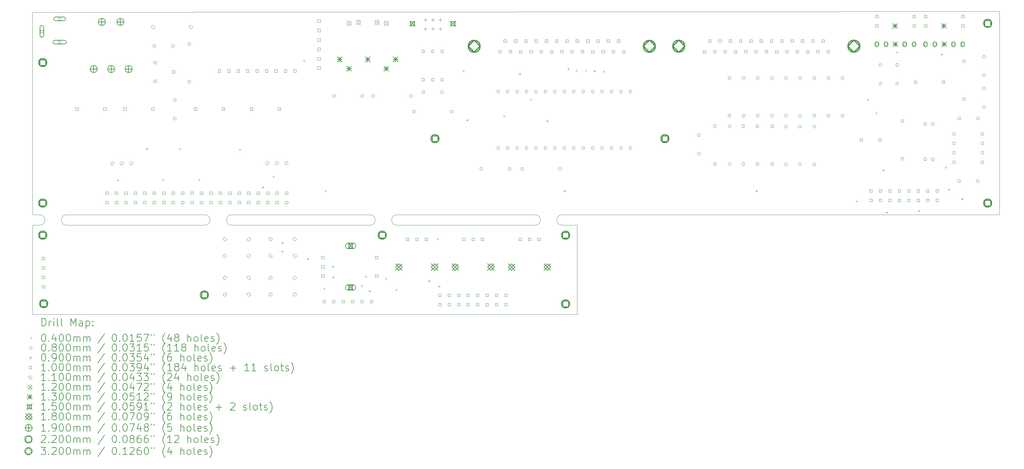
<source format=gbr>
%TF.GenerationSoftware,KiCad,Pcbnew,(6.0.10)*%
%TF.CreationDate,2023-03-08T19:14:59+03:00*%
%TF.ProjectId,my_pcb,6d795f70-6362-42e6-9b69-6361645f7063,rev?*%
%TF.SameCoordinates,Original*%
%TF.FileFunction,Drillmap*%
%TF.FilePolarity,Positive*%
%FSLAX45Y45*%
G04 Gerber Fmt 4.5, Leading zero omitted, Abs format (unit mm)*
G04 Created by KiCad (PCBNEW (6.0.10)) date 2023-03-08 19:14:59*
%MOMM*%
%LPD*%
G01*
G04 APERTURE LIST*
%ADD10C,0.050000*%
%ADD11C,0.200000*%
%ADD12C,0.040000*%
%ADD13C,0.080000*%
%ADD14C,0.090000*%
%ADD15C,0.100000*%
%ADD16C,0.110000*%
%ADD17C,0.120000*%
%ADD18C,0.130000*%
%ADD19C,0.150000*%
%ADD20C,0.180000*%
%ADD21C,0.190000*%
%ADD22C,0.220000*%
%ADD23C,0.320000*%
G04 APERTURE END LIST*
D10*
X2909510Y-8858000D02*
X2709510Y-8858000D01*
X16949510Y-8858000D02*
X17349510Y-8858000D01*
X11789510Y-8858000D02*
G75*
G03*
X11789510Y-8578000I0J140000D01*
G01*
X5849510Y-8578000D02*
X7349510Y-8578000D01*
X3629510Y-8578000D02*
G75*
G03*
X3629510Y-8858000I0J-140000D01*
G01*
X12509510Y-8578000D02*
G75*
G03*
X12509510Y-8858000I0J-140000D01*
G01*
X2909510Y-8858000D02*
G75*
G03*
X2909510Y-8578000I0J140000D01*
G01*
X8069510Y-8578000D02*
X10289510Y-8578000D01*
X28709510Y-8578000D02*
X16949510Y-8578000D01*
X16229510Y-8858000D02*
G75*
G03*
X16229510Y-8578000I0J140000D01*
G01*
X28709510Y-3098000D02*
X28709510Y-8578000D01*
X5849510Y-8858000D02*
X7349510Y-8858000D01*
X2709510Y-3128000D02*
X28709510Y-3098000D01*
X2709510Y-8578000D02*
X2909510Y-8578000D01*
X14729510Y-8858000D02*
X16229510Y-8858000D01*
X3629510Y-8858000D02*
X5849510Y-8858000D01*
X17349510Y-11258000D02*
X17349510Y-8858000D01*
X7349510Y-8858000D02*
G75*
G03*
X7349510Y-8578000I0J140000D01*
G01*
X14729510Y-8578000D02*
X16229510Y-8578000D01*
X10289510Y-8858000D02*
X11789510Y-8858000D01*
X10289510Y-8578000D02*
X11789510Y-8578000D01*
X8069510Y-8578000D02*
G75*
G03*
X8069510Y-8858000I0J-140000D01*
G01*
X3629510Y-8578000D02*
X5849510Y-8578000D01*
X12509510Y-8578000D02*
X14729510Y-8578000D01*
X2709510Y-11258000D02*
X2709510Y-8858000D01*
X12509510Y-8858000D02*
X14729510Y-8858000D01*
X8069510Y-8858000D02*
X10289510Y-8858000D01*
X2709510Y-8578000D02*
X2709510Y-3128000D01*
X17349510Y-11258000D02*
X2709510Y-11258000D01*
X16949510Y-8578000D02*
G75*
G03*
X16949510Y-8858000I0J-140000D01*
G01*
D11*
D12*
X4989510Y-7628000D02*
X5029510Y-7668000D01*
X5029510Y-7628000D02*
X4989510Y-7668000D01*
X5769510Y-6778000D02*
X5809510Y-6818000D01*
X5809510Y-6778000D02*
X5769510Y-6818000D01*
X6204510Y-7618000D02*
X6244510Y-7658000D01*
X6244510Y-7618000D02*
X6204510Y-7658000D01*
X6659510Y-6783000D02*
X6699510Y-6823000D01*
X6699510Y-6783000D02*
X6659510Y-6823000D01*
X7174510Y-7623000D02*
X7214510Y-7663000D01*
X7214510Y-7623000D02*
X7174510Y-7663000D01*
X8269510Y-6798000D02*
X8309510Y-6838000D01*
X8309510Y-6798000D02*
X8269510Y-6838000D01*
X8884510Y-7820990D02*
X8924510Y-7860990D01*
X8924510Y-7820990D02*
X8884510Y-7860990D01*
X9175730Y-7535470D02*
X9215730Y-7575470D01*
X9215730Y-7535470D02*
X9175730Y-7575470D01*
X9414510Y-9318000D02*
X9454510Y-9358000D01*
X9454510Y-9318000D02*
X9414510Y-9358000D01*
X9414510Y-9548000D02*
X9454510Y-9588000D01*
X9454510Y-9548000D02*
X9414510Y-9588000D01*
X9994510Y-4413000D02*
X10034510Y-4453000D01*
X10034510Y-4413000D02*
X9994510Y-4453000D01*
X10094510Y-9748000D02*
X10134510Y-9788000D01*
X10134510Y-9748000D02*
X10094510Y-9788000D01*
X10539510Y-10548000D02*
X10579510Y-10588000D01*
X10579510Y-10548000D02*
X10539510Y-10588000D01*
X10569510Y-7918000D02*
X10609510Y-7958000D01*
X10609510Y-7918000D02*
X10569510Y-7958000D01*
X10764510Y-9953000D02*
X10804510Y-9993000D01*
X10804510Y-9953000D02*
X10764510Y-9993000D01*
X10779510Y-10248000D02*
X10819510Y-10288000D01*
X10819510Y-10248000D02*
X10779510Y-10288000D01*
X11544510Y-10463000D02*
X11584510Y-10503000D01*
X11584510Y-10463000D02*
X11544510Y-10503000D01*
X11654510Y-10218000D02*
X11694510Y-10258000D01*
X11694510Y-10218000D02*
X11654510Y-10258000D01*
X11759510Y-10613000D02*
X11799510Y-10653000D01*
X11799510Y-10613000D02*
X11759510Y-10653000D01*
X12194510Y-10278000D02*
X12234510Y-10318000D01*
X12234510Y-10278000D02*
X12194510Y-10318000D01*
X12479510Y-10583000D02*
X12519510Y-10623000D01*
X12519510Y-10583000D02*
X12479510Y-10623000D01*
X13354510Y-10343000D02*
X13394510Y-10383000D01*
X13394510Y-10343000D02*
X13354510Y-10383000D01*
X13584510Y-9213000D02*
X13624510Y-9253000D01*
X13624510Y-9213000D02*
X13584510Y-9253000D01*
X13629510Y-10488000D02*
X13669510Y-10528000D01*
X13669510Y-10488000D02*
X13629510Y-10528000D01*
X14279510Y-4683000D02*
X14319510Y-4723000D01*
X14319510Y-4683000D02*
X14279510Y-4723000D01*
X14379510Y-6008000D02*
X14419510Y-6048000D01*
X14419510Y-6008000D02*
X14379510Y-6048000D01*
X15369510Y-5903000D02*
X15409510Y-5943000D01*
X15409510Y-5903000D02*
X15369510Y-5943000D01*
X15794510Y-4763000D02*
X15834510Y-4803000D01*
X15834510Y-4763000D02*
X15794510Y-4803000D01*
X16094510Y-5453000D02*
X16134510Y-5493000D01*
X16134510Y-5453000D02*
X16094510Y-5493000D01*
X16529510Y-6033000D02*
X16569510Y-6073000D01*
X16569510Y-6033000D02*
X16529510Y-6073000D01*
X16999510Y-7913000D02*
X17039510Y-7953000D01*
X17039510Y-7913000D02*
X16999510Y-7953000D01*
X17094510Y-4633000D02*
X17134510Y-4673000D01*
X17134510Y-4633000D02*
X17094510Y-4673000D01*
X17319510Y-4673000D02*
X17359510Y-4713000D01*
X17359510Y-4673000D02*
X17319510Y-4713000D01*
X17569510Y-4678000D02*
X17609510Y-4718000D01*
X17609510Y-4678000D02*
X17569510Y-4718000D01*
X17804510Y-4688000D02*
X17844510Y-4728000D01*
X17844510Y-4688000D02*
X17804510Y-4728000D01*
X18054510Y-4698000D02*
X18094510Y-4738000D01*
X18094510Y-4698000D02*
X18054510Y-4738000D01*
X22159510Y-7918000D02*
X22199510Y-7958000D01*
X22199510Y-7918000D02*
X22159510Y-7958000D01*
X24854510Y-8198000D02*
X24894510Y-8238000D01*
X24894510Y-8198000D02*
X24854510Y-8238000D01*
X25149510Y-5453000D02*
X25189510Y-5493000D01*
X25189510Y-5453000D02*
X25149510Y-5493000D01*
X25379510Y-5818000D02*
X25419510Y-5858000D01*
X25419510Y-5818000D02*
X25379510Y-5858000D01*
X25564510Y-7363000D02*
X25604510Y-7403000D01*
X25604510Y-7363000D02*
X25564510Y-7403000D01*
X25659510Y-8498000D02*
X25699510Y-8538000D01*
X25699510Y-8498000D02*
X25659510Y-8538000D01*
X25929510Y-4183000D02*
X25969510Y-4223000D01*
X25969510Y-4183000D02*
X25929510Y-4223000D01*
X26524510Y-8455550D02*
X26564510Y-8495550D01*
X26564510Y-8455550D02*
X26524510Y-8495550D01*
X27134510Y-4238000D02*
X27174510Y-4278000D01*
X27174510Y-4238000D02*
X27134510Y-4278000D01*
X27244510Y-7283000D02*
X27284510Y-7323000D01*
X27284510Y-7283000D02*
X27244510Y-7323000D01*
X27329510Y-7878000D02*
X27369510Y-7918000D01*
X27369510Y-7878000D02*
X27329510Y-7918000D01*
X27684510Y-8133000D02*
X27724510Y-8173000D01*
X27724510Y-8133000D02*
X27684510Y-8173000D01*
D13*
X6029510Y-4028000D02*
G75*
G03*
X6029510Y-4028000I-40000J0D01*
G01*
X6529510Y-4028000D02*
G75*
G03*
X6529510Y-4028000I-40000J0D01*
G01*
X6579510Y-5488000D02*
G75*
G03*
X6579510Y-5488000I-40000J0D01*
G01*
X6579510Y-5988000D02*
G75*
G03*
X6579510Y-5988000I-40000J0D01*
G01*
X6969510Y-3980000D02*
G75*
G03*
X6969510Y-3980000I-40000J0D01*
G01*
X6969510Y-4996000D02*
G75*
G03*
X6969510Y-4996000I-40000J0D01*
G01*
X10858510Y-5378000D02*
G75*
G03*
X10858510Y-5378000I-40000J0D01*
G01*
X11620510Y-5378000D02*
G75*
G03*
X11620510Y-5378000I-40000J0D01*
G01*
X11911510Y-5378000D02*
G75*
G03*
X11911510Y-5378000I-40000J0D01*
G01*
X12927510Y-5378000D02*
G75*
G03*
X12927510Y-5378000I-40000J0D01*
G01*
X13005140Y-5798000D02*
G75*
G03*
X13005140Y-5798000I-40000J0D01*
G01*
X13257640Y-4178000D02*
G75*
G03*
X13257640Y-4178000I-40000J0D01*
G01*
X13257640Y-4940000D02*
G75*
G03*
X13257640Y-4940000I-40000J0D01*
G01*
X13263140Y-5278000D02*
G75*
G03*
X13263140Y-5278000I-40000J0D01*
G01*
X13511640Y-4178000D02*
G75*
G03*
X13511640Y-4178000I-40000J0D01*
G01*
X13511640Y-4940000D02*
G75*
G03*
X13511640Y-4940000I-40000J0D01*
G01*
X13763140Y-5278000D02*
G75*
G03*
X13763140Y-5278000I-40000J0D01*
G01*
X13765640Y-4178000D02*
G75*
G03*
X13765640Y-4178000I-40000J0D01*
G01*
X13765640Y-4940000D02*
G75*
G03*
X13765640Y-4940000I-40000J0D01*
G01*
X14021140Y-5798000D02*
G75*
G03*
X14021140Y-5798000I-40000J0D01*
G01*
X14818510Y-7343000D02*
G75*
G03*
X14818510Y-7343000I-40000J0D01*
G01*
X15273510Y-5261000D02*
G75*
G03*
X15273510Y-5261000I-40000J0D01*
G01*
X15273510Y-6785000D02*
G75*
G03*
X15273510Y-6785000I-40000J0D01*
G01*
X15527510Y-5261000D02*
G75*
G03*
X15527510Y-5261000I-40000J0D01*
G01*
X15527510Y-6785000D02*
G75*
G03*
X15527510Y-6785000I-40000J0D01*
G01*
X15580510Y-7343000D02*
G75*
G03*
X15580510Y-7343000I-40000J0D01*
G01*
X15781510Y-5261000D02*
G75*
G03*
X15781510Y-5261000I-40000J0D01*
G01*
X15781510Y-6785000D02*
G75*
G03*
X15781510Y-6785000I-40000J0D01*
G01*
X15919510Y-7343000D02*
G75*
G03*
X15919510Y-7343000I-40000J0D01*
G01*
X16035510Y-5261000D02*
G75*
G03*
X16035510Y-5261000I-40000J0D01*
G01*
X16035510Y-6785000D02*
G75*
G03*
X16035510Y-6785000I-40000J0D01*
G01*
X16289510Y-5261000D02*
G75*
G03*
X16289510Y-5261000I-40000J0D01*
G01*
X16289510Y-6785000D02*
G75*
G03*
X16289510Y-6785000I-40000J0D01*
G01*
X16543510Y-5261000D02*
G75*
G03*
X16543510Y-5261000I-40000J0D01*
G01*
X16543510Y-6785000D02*
G75*
G03*
X16543510Y-6785000I-40000J0D01*
G01*
X16797510Y-5261000D02*
G75*
G03*
X16797510Y-5261000I-40000J0D01*
G01*
X16797510Y-6785000D02*
G75*
G03*
X16797510Y-6785000I-40000J0D01*
G01*
X16935510Y-7343000D02*
G75*
G03*
X16935510Y-7343000I-40000J0D01*
G01*
X17051510Y-5261000D02*
G75*
G03*
X17051510Y-5261000I-40000J0D01*
G01*
X17051510Y-6785000D02*
G75*
G03*
X17051510Y-6785000I-40000J0D01*
G01*
X17305510Y-5261000D02*
G75*
G03*
X17305510Y-5261000I-40000J0D01*
G01*
X17305510Y-6785000D02*
G75*
G03*
X17305510Y-6785000I-40000J0D01*
G01*
X17559510Y-5261000D02*
G75*
G03*
X17559510Y-5261000I-40000J0D01*
G01*
X17559510Y-6785000D02*
G75*
G03*
X17559510Y-6785000I-40000J0D01*
G01*
X17813510Y-5261000D02*
G75*
G03*
X17813510Y-5261000I-40000J0D01*
G01*
X17813510Y-6785000D02*
G75*
G03*
X17813510Y-6785000I-40000J0D01*
G01*
X18067510Y-5261000D02*
G75*
G03*
X18067510Y-5261000I-40000J0D01*
G01*
X18067510Y-6785000D02*
G75*
G03*
X18067510Y-6785000I-40000J0D01*
G01*
X18321510Y-5261000D02*
G75*
G03*
X18321510Y-5261000I-40000J0D01*
G01*
X18321510Y-6785000D02*
G75*
G03*
X18321510Y-6785000I-40000J0D01*
G01*
X18575510Y-5261000D02*
G75*
G03*
X18575510Y-5261000I-40000J0D01*
G01*
X18575510Y-6785000D02*
G75*
G03*
X18575510Y-6785000I-40000J0D01*
G01*
X18829510Y-5261000D02*
G75*
G03*
X18829510Y-5261000I-40000J0D01*
G01*
X18829510Y-6785000D02*
G75*
G03*
X18829510Y-6785000I-40000J0D01*
G01*
X20669630Y-6431000D02*
G75*
G03*
X20669630Y-6431000I-40000J0D01*
G01*
X20669630Y-6931000D02*
G75*
G03*
X20669630Y-6931000I-40000J0D01*
G01*
X21099630Y-6193000D02*
G75*
G03*
X21099630Y-6193000I-40000J0D01*
G01*
X21099630Y-7209000D02*
G75*
G03*
X21099630Y-7209000I-40000J0D01*
G01*
X21489010Y-4893000D02*
G75*
G03*
X21489010Y-4893000I-40000J0D01*
G01*
X21489010Y-5909000D02*
G75*
G03*
X21489010Y-5909000I-40000J0D01*
G01*
X21489630Y-6193000D02*
G75*
G03*
X21489630Y-6193000I-40000J0D01*
G01*
X21489630Y-7209000D02*
G75*
G03*
X21489630Y-7209000I-40000J0D01*
G01*
X21859630Y-6193000D02*
G75*
G03*
X21859630Y-6193000I-40000J0D01*
G01*
X21859630Y-7209000D02*
G75*
G03*
X21859630Y-7209000I-40000J0D01*
G01*
X21869130Y-4893000D02*
G75*
G03*
X21869130Y-4893000I-40000J0D01*
G01*
X21869130Y-5909000D02*
G75*
G03*
X21869130Y-5909000I-40000J0D01*
G01*
X22239630Y-6193000D02*
G75*
G03*
X22239630Y-6193000I-40000J0D01*
G01*
X22239630Y-7209000D02*
G75*
G03*
X22239630Y-7209000I-40000J0D01*
G01*
X22249260Y-4893000D02*
G75*
G03*
X22249260Y-4893000I-40000J0D01*
G01*
X22249260Y-5909000D02*
G75*
G03*
X22249260Y-5909000I-40000J0D01*
G01*
X22629380Y-4893000D02*
G75*
G03*
X22629380Y-4893000I-40000J0D01*
G01*
X22629380Y-5909000D02*
G75*
G03*
X22629380Y-5909000I-40000J0D01*
G01*
X22639630Y-6193000D02*
G75*
G03*
X22639630Y-6193000I-40000J0D01*
G01*
X22639630Y-7209000D02*
G75*
G03*
X22639630Y-7209000I-40000J0D01*
G01*
X23009510Y-4893000D02*
G75*
G03*
X23009510Y-4893000I-40000J0D01*
G01*
X23009510Y-5909000D02*
G75*
G03*
X23009510Y-5909000I-40000J0D01*
G01*
X23009630Y-6203000D02*
G75*
G03*
X23009630Y-6203000I-40000J0D01*
G01*
X23009630Y-7219000D02*
G75*
G03*
X23009630Y-7219000I-40000J0D01*
G01*
X23379630Y-6203000D02*
G75*
G03*
X23379630Y-6203000I-40000J0D01*
G01*
X23379630Y-7219000D02*
G75*
G03*
X23379630Y-7219000I-40000J0D01*
G01*
X23389630Y-4893000D02*
G75*
G03*
X23389630Y-4893000I-40000J0D01*
G01*
X23389630Y-5909000D02*
G75*
G03*
X23389630Y-5909000I-40000J0D01*
G01*
X23769630Y-6203000D02*
G75*
G03*
X23769630Y-6203000I-40000J0D01*
G01*
X23769630Y-7219000D02*
G75*
G03*
X23769630Y-7219000I-40000J0D01*
G01*
X23769760Y-4893000D02*
G75*
G03*
X23769760Y-4893000I-40000J0D01*
G01*
X23769760Y-5909000D02*
G75*
G03*
X23769760Y-5909000I-40000J0D01*
G01*
X24149880Y-4893000D02*
G75*
G03*
X24149880Y-4893000I-40000J0D01*
G01*
X24149880Y-5909000D02*
G75*
G03*
X24149880Y-5909000I-40000J0D01*
G01*
X24530010Y-4893000D02*
G75*
G03*
X24530010Y-4893000I-40000J0D01*
G01*
X24530010Y-5909000D02*
G75*
G03*
X24530010Y-5909000I-40000J0D01*
G01*
X25544510Y-4543000D02*
G75*
G03*
X25544510Y-4543000I-40000J0D01*
G01*
X25544510Y-5043000D02*
G75*
G03*
X25544510Y-5043000I-40000J0D01*
G01*
X25999510Y-4543000D02*
G75*
G03*
X25999510Y-4543000I-40000J0D01*
G01*
X25999510Y-5043000D02*
G75*
G03*
X25999510Y-5043000I-40000J0D01*
G01*
X26139510Y-6055000D02*
G75*
G03*
X26139510Y-6055000I-40000J0D01*
G01*
X26139510Y-7071000D02*
G75*
G03*
X26139510Y-7071000I-40000J0D01*
G01*
X26752980Y-6133000D02*
G75*
G03*
X26752980Y-6133000I-40000J0D01*
G01*
X26752980Y-7083000D02*
G75*
G03*
X26752980Y-7083000I-40000J0D01*
G01*
X26952980Y-6133000D02*
G75*
G03*
X26952980Y-6133000I-40000J0D01*
G01*
X26952980Y-7083000D02*
G75*
G03*
X26952980Y-7083000I-40000J0D01*
G01*
X27527510Y-6401000D02*
G75*
G03*
X27527510Y-6401000I-40000J0D01*
G01*
X27527510Y-6655000D02*
G75*
G03*
X27527510Y-6655000I-40000J0D01*
G01*
X27527510Y-6909000D02*
G75*
G03*
X27527510Y-6909000I-40000J0D01*
G01*
X27527510Y-7163000D02*
G75*
G03*
X27527510Y-7163000I-40000J0D01*
G01*
X27659510Y-7673000D02*
G75*
G03*
X27659510Y-7673000I-40000J0D01*
G01*
X27669510Y-5983000D02*
G75*
G03*
X27669510Y-5983000I-40000J0D01*
G01*
X27799510Y-4445000D02*
G75*
G03*
X27799510Y-4445000I-40000J0D01*
G01*
X27799510Y-5461000D02*
G75*
G03*
X27799510Y-5461000I-40000J0D01*
G01*
X28159510Y-7673000D02*
G75*
G03*
X28159510Y-7673000I-40000J0D01*
G01*
X28169510Y-5983000D02*
G75*
G03*
X28169510Y-5983000I-40000J0D01*
G01*
X28289510Y-6401000D02*
G75*
G03*
X28289510Y-6401000I-40000J0D01*
G01*
X28289510Y-6655000D02*
G75*
G03*
X28289510Y-6655000I-40000J0D01*
G01*
X28289510Y-6909000D02*
G75*
G03*
X28289510Y-6909000I-40000J0D01*
G01*
X28289510Y-7163000D02*
G75*
G03*
X28289510Y-7163000I-40000J0D01*
G01*
X28329510Y-4323000D02*
G75*
G03*
X28329510Y-4323000I-40000J0D01*
G01*
X28329510Y-4823000D02*
G75*
G03*
X28329510Y-4823000I-40000J0D01*
G01*
X28329510Y-5173000D02*
G75*
G03*
X28329510Y-5173000I-40000J0D01*
G01*
X28329510Y-5673000D02*
G75*
G03*
X28329510Y-5673000I-40000J0D01*
G01*
D14*
X13274510Y-3278000D02*
X13274510Y-3368000D01*
X13229510Y-3323000D02*
X13319510Y-3323000D01*
X13274510Y-3528000D02*
X13274510Y-3618000D01*
X13229510Y-3573000D02*
X13319510Y-3573000D01*
X13474510Y-3278000D02*
X13474510Y-3368000D01*
X13429510Y-3323000D02*
X13519510Y-3323000D01*
X13474510Y-3528000D02*
X13474510Y-3618000D01*
X13429510Y-3573000D02*
X13519510Y-3573000D01*
X13674510Y-3278000D02*
X13674510Y-3368000D01*
X13629510Y-3323000D02*
X13719510Y-3323000D01*
X13674510Y-3528000D02*
X13674510Y-3618000D01*
X13629510Y-3573000D02*
X13719510Y-3573000D01*
D15*
X2999866Y-3674356D02*
X2999866Y-3603644D01*
X2929154Y-3603644D01*
X2929154Y-3674356D01*
X2999866Y-3674356D01*
D11*
X3014510Y-3749000D02*
X3014510Y-3529000D01*
X2914510Y-3749000D02*
X2914510Y-3529000D01*
X3014510Y-3529000D02*
G75*
G03*
X2914510Y-3529000I-50000J0D01*
G01*
X2914510Y-3749000D02*
G75*
G03*
X3014510Y-3749000I50000J0D01*
G01*
D15*
X3039866Y-9788356D02*
X3039866Y-9717644D01*
X2969154Y-9717644D01*
X2969154Y-9788356D01*
X3039866Y-9788356D01*
X3039866Y-10042356D02*
X3039866Y-9971644D01*
X2969154Y-9971644D01*
X2969154Y-10042356D01*
X3039866Y-10042356D01*
X3039866Y-10296356D02*
X3039866Y-10225644D01*
X2969154Y-10225644D01*
X2969154Y-10296356D01*
X3039866Y-10296356D01*
X3039866Y-10550356D02*
X3039866Y-10479644D01*
X2969154Y-10479644D01*
X2969154Y-10550356D01*
X3039866Y-10550356D01*
X3479866Y-3334356D02*
X3479866Y-3263644D01*
X3409154Y-3263644D01*
X3409154Y-3334356D01*
X3479866Y-3334356D01*
D11*
X3554510Y-3249000D02*
X3334510Y-3249000D01*
X3554510Y-3349000D02*
X3334510Y-3349000D01*
X3334510Y-3249000D02*
G75*
G03*
X3334510Y-3349000I0J-50000D01*
G01*
X3554510Y-3349000D02*
G75*
G03*
X3554510Y-3249000I0J50000D01*
G01*
D15*
X3479866Y-3964356D02*
X3479866Y-3893644D01*
X3409154Y-3893644D01*
X3409154Y-3964356D01*
X3479866Y-3964356D01*
D11*
X3574510Y-3879000D02*
X3314510Y-3879000D01*
X3574510Y-3979000D02*
X3314510Y-3979000D01*
X3314510Y-3879000D02*
G75*
G03*
X3314510Y-3979000I0J-50000D01*
G01*
X3574510Y-3979000D02*
G75*
G03*
X3574510Y-3879000I0J50000D01*
G01*
D15*
X3943096Y-5763356D02*
X3943096Y-5692644D01*
X3872384Y-5692644D01*
X3872384Y-5763356D01*
X3943096Y-5763356D01*
X4693096Y-5763356D02*
X4693096Y-5692644D01*
X4622384Y-5692644D01*
X4622384Y-5763356D01*
X4693096Y-5763356D01*
X4751366Y-8025856D02*
X4751366Y-7955144D01*
X4680654Y-7955144D01*
X4680654Y-8025856D01*
X4751366Y-8025856D01*
X4751366Y-8279856D02*
X4751366Y-8209144D01*
X4680654Y-8209144D01*
X4680654Y-8279856D01*
X4751366Y-8279856D01*
X5005366Y-8025856D02*
X5005366Y-7955144D01*
X4934654Y-7955144D01*
X4934654Y-8025856D01*
X5005366Y-8025856D01*
X5005366Y-8279856D02*
X5005366Y-8209144D01*
X4934654Y-8209144D01*
X4934654Y-8279856D01*
X5005366Y-8279856D01*
X5233096Y-5763356D02*
X5233096Y-5692644D01*
X5162384Y-5692644D01*
X5162384Y-5763356D01*
X5233096Y-5763356D01*
X5259366Y-8025856D02*
X5259366Y-7955144D01*
X5188654Y-7955144D01*
X5188654Y-8025856D01*
X5259366Y-8025856D01*
X5259366Y-8279856D02*
X5259366Y-8209144D01*
X5188654Y-8209144D01*
X5188654Y-8279856D01*
X5259366Y-8279856D01*
X5513366Y-8025856D02*
X5513366Y-7955144D01*
X5442654Y-7955144D01*
X5442654Y-8025856D01*
X5513366Y-8025856D01*
X5513366Y-8279856D02*
X5513366Y-8209144D01*
X5442654Y-8209144D01*
X5442654Y-8279856D01*
X5513366Y-8279856D01*
X5767366Y-8025856D02*
X5767366Y-7955144D01*
X5696654Y-7955144D01*
X5696654Y-8025856D01*
X5767366Y-8025856D01*
X5767366Y-8279856D02*
X5767366Y-8209144D01*
X5696654Y-8209144D01*
X5696654Y-8279856D01*
X5767366Y-8279856D01*
X5983096Y-5763356D02*
X5983096Y-5692644D01*
X5912384Y-5692644D01*
X5912384Y-5763356D01*
X5983096Y-5763356D01*
X6021366Y-8025856D02*
X6021366Y-7955144D01*
X5950654Y-7955144D01*
X5950654Y-8025856D01*
X6021366Y-8025856D01*
X6021366Y-8279856D02*
X6021366Y-8209144D01*
X5950654Y-8209144D01*
X5950654Y-8279856D01*
X6021366Y-8279856D01*
X6040866Y-4513356D02*
X6040866Y-4442644D01*
X5970154Y-4442644D01*
X5970154Y-4513356D01*
X6040866Y-4513356D01*
X6040866Y-5013356D02*
X6040866Y-4942644D01*
X5970154Y-4942644D01*
X5970154Y-5013356D01*
X6040866Y-5013356D01*
X6275366Y-8025856D02*
X6275366Y-7955144D01*
X6204654Y-7955144D01*
X6204654Y-8025856D01*
X6275366Y-8025856D01*
X6275366Y-8279856D02*
X6275366Y-8209144D01*
X6204654Y-8209144D01*
X6204654Y-8279856D01*
X6275366Y-8279856D01*
X6529366Y-8025856D02*
X6529366Y-7955144D01*
X6458654Y-7955144D01*
X6458654Y-8025856D01*
X6529366Y-8025856D01*
X6529366Y-8279856D02*
X6529366Y-8209144D01*
X6458654Y-8209144D01*
X6458654Y-8279856D01*
X6529366Y-8279856D01*
X6540866Y-4763356D02*
X6540866Y-4692644D01*
X6470154Y-4692644D01*
X6470154Y-4763356D01*
X6540866Y-4763356D01*
X6783366Y-8025856D02*
X6783366Y-7955144D01*
X6712654Y-7955144D01*
X6712654Y-8025856D01*
X6783366Y-8025856D01*
X6783366Y-8279856D02*
X6783366Y-8209144D01*
X6712654Y-8209144D01*
X6712654Y-8279856D01*
X6783366Y-8279856D01*
X7037366Y-8025856D02*
X7037366Y-7955144D01*
X6966654Y-7955144D01*
X6966654Y-8025856D01*
X7037366Y-8025856D01*
X7037366Y-8279856D02*
X7037366Y-8209144D01*
X6966654Y-8209144D01*
X6966654Y-8279856D01*
X7037366Y-8279856D01*
X7129566Y-5763356D02*
X7129566Y-5692644D01*
X7058854Y-5692644D01*
X7058854Y-5763356D01*
X7129566Y-5763356D01*
X7291366Y-8025856D02*
X7291366Y-7955144D01*
X7220654Y-7955144D01*
X7220654Y-8025856D01*
X7291366Y-8025856D01*
X7291366Y-8279856D02*
X7291366Y-8209144D01*
X7220654Y-8209144D01*
X7220654Y-8279856D01*
X7291366Y-8279856D01*
X7545366Y-8025856D02*
X7545366Y-7955144D01*
X7474654Y-7955144D01*
X7474654Y-8025856D01*
X7545366Y-8025856D01*
X7545366Y-8279856D02*
X7545366Y-8209144D01*
X7474654Y-8209144D01*
X7474654Y-8279856D01*
X7545366Y-8279856D01*
X7767866Y-4738356D02*
X7767866Y-4667644D01*
X7697154Y-4667644D01*
X7697154Y-4738356D01*
X7767866Y-4738356D01*
X7799366Y-8025856D02*
X7799366Y-7955144D01*
X7728654Y-7955144D01*
X7728654Y-8025856D01*
X7799366Y-8025856D01*
X7799366Y-8279856D02*
X7799366Y-8209144D01*
X7728654Y-8209144D01*
X7728654Y-8279856D01*
X7799366Y-8279856D01*
X7879566Y-5763356D02*
X7879566Y-5692644D01*
X7808854Y-5692644D01*
X7808854Y-5763356D01*
X7879566Y-5763356D01*
X8021866Y-4738356D02*
X8021866Y-4667644D01*
X7951154Y-4667644D01*
X7951154Y-4738356D01*
X8021866Y-4738356D01*
X8053366Y-8025856D02*
X8053366Y-7955144D01*
X7982654Y-7955144D01*
X7982654Y-8025856D01*
X8053366Y-8025856D01*
X8053366Y-8279856D02*
X8053366Y-8209144D01*
X7982654Y-8209144D01*
X7982654Y-8279856D01*
X8053366Y-8279856D01*
X8275866Y-4738356D02*
X8275866Y-4667644D01*
X8205154Y-4667644D01*
X8205154Y-4738356D01*
X8275866Y-4738356D01*
X8307366Y-8025856D02*
X8307366Y-7955144D01*
X8236654Y-7955144D01*
X8236654Y-8025856D01*
X8307366Y-8025856D01*
X8307366Y-8279856D02*
X8307366Y-8209144D01*
X8236654Y-8209144D01*
X8236654Y-8279856D01*
X8307366Y-8279856D01*
X8529866Y-4738356D02*
X8529866Y-4667644D01*
X8459154Y-4667644D01*
X8459154Y-4738356D01*
X8529866Y-4738356D01*
X8561366Y-8025856D02*
X8561366Y-7955144D01*
X8490654Y-7955144D01*
X8490654Y-8025856D01*
X8561366Y-8025856D01*
X8561366Y-8279856D02*
X8561366Y-8209144D01*
X8490654Y-8209144D01*
X8490654Y-8279856D01*
X8561366Y-8279856D01*
X8633096Y-5763356D02*
X8633096Y-5692644D01*
X8562384Y-5692644D01*
X8562384Y-5763356D01*
X8633096Y-5763356D01*
X8783866Y-4738356D02*
X8783866Y-4667644D01*
X8713154Y-4667644D01*
X8713154Y-4738356D01*
X8783866Y-4738356D01*
X8815366Y-8025856D02*
X8815366Y-7955144D01*
X8744654Y-7955144D01*
X8744654Y-8025856D01*
X8815366Y-8025856D01*
X8815366Y-8279856D02*
X8815366Y-8209144D01*
X8744654Y-8209144D01*
X8744654Y-8279856D01*
X8815366Y-8279856D01*
X9037866Y-4738356D02*
X9037866Y-4667644D01*
X8967154Y-4667644D01*
X8967154Y-4738356D01*
X9037866Y-4738356D01*
X9069366Y-8025856D02*
X9069366Y-7955144D01*
X8998654Y-7955144D01*
X8998654Y-8025856D01*
X9069366Y-8025856D01*
X9069366Y-8279856D02*
X9069366Y-8209144D01*
X8998654Y-8209144D01*
X8998654Y-8279856D01*
X9069366Y-8279856D01*
X9291866Y-4738356D02*
X9291866Y-4667644D01*
X9221154Y-4667644D01*
X9221154Y-4738356D01*
X9291866Y-4738356D01*
X9323366Y-8025856D02*
X9323366Y-7955144D01*
X9252654Y-7955144D01*
X9252654Y-8025856D01*
X9323366Y-8025856D01*
X9323366Y-8279856D02*
X9323366Y-8209144D01*
X9252654Y-8209144D01*
X9252654Y-8279856D01*
X9323366Y-8279856D01*
X9383096Y-5763356D02*
X9383096Y-5692644D01*
X9312384Y-5692644D01*
X9312384Y-5763356D01*
X9383096Y-5763356D01*
X9545866Y-4738356D02*
X9545866Y-4667644D01*
X9475154Y-4667644D01*
X9475154Y-4738356D01*
X9545866Y-4738356D01*
X9577366Y-8025856D02*
X9577366Y-7955144D01*
X9506654Y-7955144D01*
X9506654Y-8025856D01*
X9577366Y-8025856D01*
X9577366Y-8279856D02*
X9577366Y-8209144D01*
X9506654Y-8209144D01*
X9506654Y-8279856D01*
X9577366Y-8279856D01*
X9799866Y-4738356D02*
X9799866Y-4667644D01*
X9729154Y-4667644D01*
X9729154Y-4738356D01*
X9799866Y-4738356D01*
X10449866Y-3393356D02*
X10449866Y-3322644D01*
X10379154Y-3322644D01*
X10379154Y-3393356D01*
X10449866Y-3393356D01*
X10449866Y-3647356D02*
X10449866Y-3576644D01*
X10379154Y-3576644D01*
X10379154Y-3647356D01*
X10449866Y-3647356D01*
X10449866Y-3901356D02*
X10449866Y-3830644D01*
X10379154Y-3830644D01*
X10379154Y-3901356D01*
X10449866Y-3901356D01*
X10449866Y-4155356D02*
X10449866Y-4084644D01*
X10379154Y-4084644D01*
X10379154Y-4155356D01*
X10449866Y-4155356D01*
X10449866Y-4409356D02*
X10449866Y-4338644D01*
X10379154Y-4338644D01*
X10379154Y-4409356D01*
X10449866Y-4409356D01*
X10449866Y-4663356D02*
X10449866Y-4592644D01*
X10379154Y-4592644D01*
X10379154Y-4663356D01*
X10449866Y-4663356D01*
X10549866Y-9762776D02*
X10549866Y-9692064D01*
X10479154Y-9692064D01*
X10479154Y-9762776D01*
X10549866Y-9762776D01*
X10549866Y-10012776D02*
X10549866Y-9942064D01*
X10479154Y-9942064D01*
X10479154Y-10012776D01*
X10549866Y-10012776D01*
X10549866Y-10262776D02*
X10549866Y-10192064D01*
X10479154Y-10192064D01*
X10479154Y-10262776D01*
X10549866Y-10262776D01*
X10589866Y-10948356D02*
X10589866Y-10877644D01*
X10519154Y-10877644D01*
X10519154Y-10948356D01*
X10589866Y-10948356D01*
X10843866Y-10948356D02*
X10843866Y-10877644D01*
X10773154Y-10877644D01*
X10773154Y-10948356D01*
X10843866Y-10948356D01*
X11097866Y-10948356D02*
X11097866Y-10877644D01*
X11027154Y-10877644D01*
X11027154Y-10948356D01*
X11097866Y-10948356D01*
X11351866Y-10948356D02*
X11351866Y-10877644D01*
X11281154Y-10877644D01*
X11281154Y-10948356D01*
X11351866Y-10948356D01*
X11605866Y-10948356D02*
X11605866Y-10877644D01*
X11535154Y-10877644D01*
X11535154Y-10948356D01*
X11605866Y-10948356D01*
X11859866Y-10948356D02*
X11859866Y-10877644D01*
X11789154Y-10877644D01*
X11789154Y-10948356D01*
X11859866Y-10948356D01*
X11999866Y-9762776D02*
X11999866Y-9692064D01*
X11929154Y-9692064D01*
X11929154Y-9762776D01*
X11999866Y-9762776D01*
X11999866Y-10262776D02*
X11999866Y-10192064D01*
X11929154Y-10192064D01*
X11929154Y-10262776D01*
X11999866Y-10262776D01*
X12829866Y-9270856D02*
X12829866Y-9200144D01*
X12759154Y-9200144D01*
X12759154Y-9270856D01*
X12829866Y-9270856D01*
X13079866Y-9270856D02*
X13079866Y-9200144D01*
X13009154Y-9200144D01*
X13009154Y-9270856D01*
X13079866Y-9270856D01*
X13329866Y-9270856D02*
X13329866Y-9200144D01*
X13259154Y-9200144D01*
X13259154Y-9270856D01*
X13329866Y-9270856D01*
X13697366Y-10781856D02*
X13697366Y-10711144D01*
X13626654Y-10711144D01*
X13626654Y-10781856D01*
X13697366Y-10781856D01*
X13697366Y-11035856D02*
X13697366Y-10965144D01*
X13626654Y-10965144D01*
X13626654Y-11035856D01*
X13697366Y-11035856D01*
X13951366Y-10781856D02*
X13951366Y-10711144D01*
X13880654Y-10711144D01*
X13880654Y-10781856D01*
X13951366Y-10781856D01*
X13951366Y-11035856D02*
X13951366Y-10965144D01*
X13880654Y-10965144D01*
X13880654Y-11035856D01*
X13951366Y-11035856D01*
X14205366Y-10781856D02*
X14205366Y-10711144D01*
X14134654Y-10711144D01*
X14134654Y-10781856D01*
X14205366Y-10781856D01*
X14205366Y-11035856D02*
X14205366Y-10965144D01*
X14134654Y-10965144D01*
X14134654Y-11035856D01*
X14205366Y-11035856D01*
X14344866Y-9270856D02*
X14344866Y-9200144D01*
X14274154Y-9200144D01*
X14274154Y-9270856D01*
X14344866Y-9270856D01*
X14459366Y-10781856D02*
X14459366Y-10711144D01*
X14388654Y-10711144D01*
X14388654Y-10781856D01*
X14459366Y-10781856D01*
X14459366Y-11035856D02*
X14459366Y-10965144D01*
X14388654Y-10965144D01*
X14388654Y-11035856D01*
X14459366Y-11035856D01*
X14594866Y-9270856D02*
X14594866Y-9200144D01*
X14524154Y-9200144D01*
X14524154Y-9270856D01*
X14594866Y-9270856D01*
X14713366Y-10781856D02*
X14713366Y-10711144D01*
X14642654Y-10711144D01*
X14642654Y-10781856D01*
X14713366Y-10781856D01*
X14713366Y-11035856D02*
X14713366Y-10965144D01*
X14642654Y-10965144D01*
X14642654Y-11035856D01*
X14713366Y-11035856D01*
X14844866Y-9270856D02*
X14844866Y-9200144D01*
X14774154Y-9200144D01*
X14774154Y-9270856D01*
X14844866Y-9270856D01*
X14967366Y-10781856D02*
X14967366Y-10711144D01*
X14896654Y-10711144D01*
X14896654Y-10781856D01*
X14967366Y-10781856D01*
X14967366Y-11035856D02*
X14967366Y-10965144D01*
X14896654Y-10965144D01*
X14896654Y-11035856D01*
X14967366Y-11035856D01*
X15221366Y-10781856D02*
X15221366Y-10711144D01*
X15150654Y-10711144D01*
X15150654Y-10781856D01*
X15221366Y-10781856D01*
X15221366Y-11035856D02*
X15221366Y-10965144D01*
X15150654Y-10965144D01*
X15150654Y-11035856D01*
X15221366Y-11035856D01*
X15315866Y-4218356D02*
X15315866Y-4147644D01*
X15245154Y-4147644D01*
X15245154Y-4218356D01*
X15315866Y-4218356D01*
X15454366Y-3934356D02*
X15454366Y-3863644D01*
X15383654Y-3863644D01*
X15383654Y-3934356D01*
X15454366Y-3934356D01*
X15475366Y-10781856D02*
X15475366Y-10711144D01*
X15404654Y-10711144D01*
X15404654Y-10781856D01*
X15475366Y-10781856D01*
X15475366Y-11035856D02*
X15475366Y-10965144D01*
X15404654Y-10965144D01*
X15404654Y-11035856D01*
X15475366Y-11035856D01*
X15592866Y-4218356D02*
X15592866Y-4147644D01*
X15522154Y-4147644D01*
X15522154Y-4218356D01*
X15592866Y-4218356D01*
X15731366Y-3934356D02*
X15731366Y-3863644D01*
X15660654Y-3863644D01*
X15660654Y-3934356D01*
X15731366Y-3934356D01*
X15859866Y-9270856D02*
X15859866Y-9200144D01*
X15789154Y-9200144D01*
X15789154Y-9270856D01*
X15859866Y-9270856D01*
X15869866Y-4218356D02*
X15869866Y-4147644D01*
X15799154Y-4147644D01*
X15799154Y-4218356D01*
X15869866Y-4218356D01*
X16008366Y-3934356D02*
X16008366Y-3863644D01*
X15937654Y-3863644D01*
X15937654Y-3934356D01*
X16008366Y-3934356D01*
X16109866Y-9270856D02*
X16109866Y-9200144D01*
X16039154Y-9200144D01*
X16039154Y-9270856D01*
X16109866Y-9270856D01*
X16146866Y-4218356D02*
X16146866Y-4147644D01*
X16076154Y-4147644D01*
X16076154Y-4218356D01*
X16146866Y-4218356D01*
X16285366Y-3934356D02*
X16285366Y-3863644D01*
X16214654Y-3863644D01*
X16214654Y-3934356D01*
X16285366Y-3934356D01*
X16359866Y-9270856D02*
X16359866Y-9200144D01*
X16289154Y-9200144D01*
X16289154Y-9270856D01*
X16359866Y-9270856D01*
X16423866Y-4218356D02*
X16423866Y-4147644D01*
X16353154Y-4147644D01*
X16353154Y-4218356D01*
X16423866Y-4218356D01*
X16562366Y-3934356D02*
X16562366Y-3863644D01*
X16491654Y-3863644D01*
X16491654Y-3934356D01*
X16562366Y-3934356D01*
X16700866Y-4218356D02*
X16700866Y-4147644D01*
X16630154Y-4147644D01*
X16630154Y-4218356D01*
X16700866Y-4218356D01*
X16839366Y-3934356D02*
X16839366Y-3863644D01*
X16768654Y-3863644D01*
X16768654Y-3934356D01*
X16839366Y-3934356D01*
X16977866Y-4218356D02*
X16977866Y-4147644D01*
X16907154Y-4147644D01*
X16907154Y-4218356D01*
X16977866Y-4218356D01*
X17116366Y-3934356D02*
X17116366Y-3863644D01*
X17045654Y-3863644D01*
X17045654Y-3934356D01*
X17116366Y-3934356D01*
X17254866Y-4218356D02*
X17254866Y-4147644D01*
X17184154Y-4147644D01*
X17184154Y-4218356D01*
X17254866Y-4218356D01*
X17393366Y-3934356D02*
X17393366Y-3863644D01*
X17322654Y-3863644D01*
X17322654Y-3934356D01*
X17393366Y-3934356D01*
X17531866Y-4218356D02*
X17531866Y-4147644D01*
X17461154Y-4147644D01*
X17461154Y-4218356D01*
X17531866Y-4218356D01*
X17670366Y-3934356D02*
X17670366Y-3863644D01*
X17599654Y-3863644D01*
X17599654Y-3934356D01*
X17670366Y-3934356D01*
X17808866Y-4218356D02*
X17808866Y-4147644D01*
X17738154Y-4147644D01*
X17738154Y-4218356D01*
X17808866Y-4218356D01*
X17947366Y-3934356D02*
X17947366Y-3863644D01*
X17876654Y-3863644D01*
X17876654Y-3934356D01*
X17947366Y-3934356D01*
X18085866Y-4218356D02*
X18085866Y-4147644D01*
X18015154Y-4147644D01*
X18015154Y-4218356D01*
X18085866Y-4218356D01*
X18224366Y-3934356D02*
X18224366Y-3863644D01*
X18153654Y-3863644D01*
X18153654Y-3934356D01*
X18224366Y-3934356D01*
X18362866Y-4218356D02*
X18362866Y-4147644D01*
X18292154Y-4147644D01*
X18292154Y-4218356D01*
X18362866Y-4218356D01*
X18501366Y-3934356D02*
X18501366Y-3863644D01*
X18430654Y-3863644D01*
X18430654Y-3934356D01*
X18501366Y-3934356D01*
X18639866Y-4218356D02*
X18639866Y-4147644D01*
X18569154Y-4147644D01*
X18569154Y-4218356D01*
X18639866Y-4218356D01*
X20813366Y-4215326D02*
X20813366Y-4144614D01*
X20742654Y-4144614D01*
X20742654Y-4215326D01*
X20813366Y-4215326D01*
X20951866Y-3931326D02*
X20951866Y-3860614D01*
X20881154Y-3860614D01*
X20881154Y-3931326D01*
X20951866Y-3931326D01*
X21090366Y-4215326D02*
X21090366Y-4144614D01*
X21019654Y-4144614D01*
X21019654Y-4215326D01*
X21090366Y-4215326D01*
X21228866Y-3931326D02*
X21228866Y-3860614D01*
X21158154Y-3860614D01*
X21158154Y-3931326D01*
X21228866Y-3931326D01*
X21367366Y-4215326D02*
X21367366Y-4144614D01*
X21296654Y-4144614D01*
X21296654Y-4215326D01*
X21367366Y-4215326D01*
X21505866Y-3931326D02*
X21505866Y-3860614D01*
X21435154Y-3860614D01*
X21435154Y-3931326D01*
X21505866Y-3931326D01*
X21644366Y-4215326D02*
X21644366Y-4144614D01*
X21573654Y-4144614D01*
X21573654Y-4215326D01*
X21644366Y-4215326D01*
X21782866Y-3931326D02*
X21782866Y-3860614D01*
X21712154Y-3860614D01*
X21712154Y-3931326D01*
X21782866Y-3931326D01*
X21921366Y-4215326D02*
X21921366Y-4144614D01*
X21850654Y-4144614D01*
X21850654Y-4215326D01*
X21921366Y-4215326D01*
X22059866Y-3931326D02*
X22059866Y-3860614D01*
X21989154Y-3860614D01*
X21989154Y-3931326D01*
X22059866Y-3931326D01*
X22198366Y-4215326D02*
X22198366Y-4144614D01*
X22127654Y-4144614D01*
X22127654Y-4215326D01*
X22198366Y-4215326D01*
X22336866Y-3931326D02*
X22336866Y-3860614D01*
X22266154Y-3860614D01*
X22266154Y-3931326D01*
X22336866Y-3931326D01*
X22475366Y-4215326D02*
X22475366Y-4144614D01*
X22404654Y-4144614D01*
X22404654Y-4215326D01*
X22475366Y-4215326D01*
X22613866Y-3931326D02*
X22613866Y-3860614D01*
X22543154Y-3860614D01*
X22543154Y-3931326D01*
X22613866Y-3931326D01*
X22752366Y-4215326D02*
X22752366Y-4144614D01*
X22681654Y-4144614D01*
X22681654Y-4215326D01*
X22752366Y-4215326D01*
X22890866Y-3931326D02*
X22890866Y-3860614D01*
X22820154Y-3860614D01*
X22820154Y-3931326D01*
X22890866Y-3931326D01*
X23029366Y-4215326D02*
X23029366Y-4144614D01*
X22958654Y-4144614D01*
X22958654Y-4215326D01*
X23029366Y-4215326D01*
X23167866Y-3931326D02*
X23167866Y-3860614D01*
X23097154Y-3860614D01*
X23097154Y-3931326D01*
X23167866Y-3931326D01*
X23306366Y-4215326D02*
X23306366Y-4144614D01*
X23235654Y-4144614D01*
X23235654Y-4215326D01*
X23306366Y-4215326D01*
X23444866Y-3931326D02*
X23444866Y-3860614D01*
X23374154Y-3860614D01*
X23374154Y-3931326D01*
X23444866Y-3931326D01*
X23583366Y-4215326D02*
X23583366Y-4144614D01*
X23512654Y-4144614D01*
X23512654Y-4215326D01*
X23583366Y-4215326D01*
X23721866Y-3931326D02*
X23721866Y-3860614D01*
X23651154Y-3860614D01*
X23651154Y-3931326D01*
X23721866Y-3931326D01*
X23860366Y-4215326D02*
X23860366Y-4144614D01*
X23789654Y-4144614D01*
X23789654Y-4215326D01*
X23860366Y-4215326D01*
X23998866Y-3931326D02*
X23998866Y-3860614D01*
X23928154Y-3860614D01*
X23928154Y-3931326D01*
X23998866Y-3931326D01*
X24137366Y-4215326D02*
X24137366Y-4144614D01*
X24066654Y-4144614D01*
X24066654Y-4215326D01*
X24137366Y-4215326D01*
X25024566Y-6598356D02*
X25024566Y-6527644D01*
X24953854Y-6527644D01*
X24953854Y-6598356D01*
X25024566Y-6598356D01*
X25286866Y-7968356D02*
X25286866Y-7897644D01*
X25216154Y-7897644D01*
X25216154Y-7968356D01*
X25286866Y-7968356D01*
X25286866Y-8222356D02*
X25286866Y-8151644D01*
X25216154Y-8151644D01*
X25216154Y-8222356D01*
X25286866Y-8222356D01*
X25444866Y-3270856D02*
X25444866Y-3200144D01*
X25374154Y-3200144D01*
X25374154Y-3270856D01*
X25444866Y-3270856D01*
X25444866Y-3520856D02*
X25444866Y-3450144D01*
X25374154Y-3450144D01*
X25374154Y-3520856D01*
X25444866Y-3520856D01*
X25444866Y-4020856D02*
X25444866Y-3950144D01*
X25374154Y-3950144D01*
X25374154Y-4020856D01*
X25444866Y-4020856D01*
D11*
X25359510Y-3965500D02*
X25359510Y-4005500D01*
X25459510Y-3965500D02*
X25459510Y-4005500D01*
X25359510Y-4005500D02*
G75*
G03*
X25459510Y-4005500I50000J0D01*
G01*
X25459510Y-3965500D02*
G75*
G03*
X25359510Y-3965500I-50000J0D01*
G01*
D15*
X25524566Y-6598356D02*
X25524566Y-6527644D01*
X25453854Y-6527644D01*
X25453854Y-6598356D01*
X25524566Y-6598356D01*
X25540866Y-7968356D02*
X25540866Y-7897644D01*
X25470154Y-7897644D01*
X25470154Y-7968356D01*
X25540866Y-7968356D01*
X25540866Y-8222356D02*
X25540866Y-8151644D01*
X25470154Y-8151644D01*
X25470154Y-8222356D01*
X25540866Y-8222356D01*
X25694866Y-4020856D02*
X25694866Y-3950144D01*
X25624154Y-3950144D01*
X25624154Y-4020856D01*
X25694866Y-4020856D01*
D11*
X25609510Y-3965500D02*
X25609510Y-4005500D01*
X25709510Y-3965500D02*
X25709510Y-4005500D01*
X25609510Y-4005500D02*
G75*
G03*
X25709510Y-4005500I50000J0D01*
G01*
X25709510Y-3965500D02*
G75*
G03*
X25609510Y-3965500I-50000J0D01*
G01*
D15*
X25794866Y-7968356D02*
X25794866Y-7897644D01*
X25724154Y-7897644D01*
X25724154Y-7968356D01*
X25794866Y-7968356D01*
X25794866Y-8222356D02*
X25794866Y-8151644D01*
X25724154Y-8151644D01*
X25724154Y-8222356D01*
X25794866Y-8222356D01*
X26048866Y-7968356D02*
X26048866Y-7897644D01*
X25978154Y-7897644D01*
X25978154Y-7968356D01*
X26048866Y-7968356D01*
X26048866Y-8222356D02*
X26048866Y-8151644D01*
X25978154Y-8151644D01*
X25978154Y-8222356D01*
X26048866Y-8222356D01*
X26194866Y-4020856D02*
X26194866Y-3950144D01*
X26124154Y-3950144D01*
X26124154Y-4020856D01*
X26194866Y-4020856D01*
D11*
X26109510Y-3965500D02*
X26109510Y-4005500D01*
X26209510Y-3965500D02*
X26209510Y-4005500D01*
X26109510Y-4005500D02*
G75*
G03*
X26209510Y-4005500I50000J0D01*
G01*
X26209510Y-3965500D02*
G75*
G03*
X26109510Y-3965500I-50000J0D01*
G01*
D15*
X26302866Y-7968356D02*
X26302866Y-7897644D01*
X26232154Y-7897644D01*
X26232154Y-7968356D01*
X26302866Y-7968356D01*
X26302866Y-8222356D02*
X26302866Y-8151644D01*
X26232154Y-8151644D01*
X26232154Y-8222356D01*
X26302866Y-8222356D01*
X26444866Y-3270856D02*
X26444866Y-3200144D01*
X26374154Y-3200144D01*
X26374154Y-3270856D01*
X26444866Y-3270856D01*
X26444866Y-3520856D02*
X26444866Y-3450144D01*
X26374154Y-3450144D01*
X26374154Y-3520856D01*
X26444866Y-3520856D01*
X26444866Y-4020856D02*
X26444866Y-3950144D01*
X26374154Y-3950144D01*
X26374154Y-4020856D01*
X26444866Y-4020856D01*
D11*
X26359510Y-3965500D02*
X26359510Y-4005500D01*
X26459510Y-3965500D02*
X26459510Y-4005500D01*
X26359510Y-4005500D02*
G75*
G03*
X26459510Y-4005500I50000J0D01*
G01*
X26459510Y-3965500D02*
G75*
G03*
X26359510Y-3965500I-50000J0D01*
G01*
D15*
X26482076Y-5038356D02*
X26482076Y-4967644D01*
X26411364Y-4967644D01*
X26411364Y-5038356D01*
X26482076Y-5038356D01*
X26556866Y-7968356D02*
X26556866Y-7897644D01*
X26486154Y-7897644D01*
X26486154Y-7968356D01*
X26556866Y-7968356D01*
X26556866Y-8222356D02*
X26556866Y-8151644D01*
X26486154Y-8151644D01*
X26486154Y-8222356D01*
X26556866Y-8222356D01*
X26754866Y-3270856D02*
X26754866Y-3200144D01*
X26684154Y-3200144D01*
X26684154Y-3270856D01*
X26754866Y-3270856D01*
X26754866Y-3520856D02*
X26754866Y-3450144D01*
X26684154Y-3450144D01*
X26684154Y-3520856D01*
X26754866Y-3520856D01*
X26754866Y-4020856D02*
X26754866Y-3950144D01*
X26684154Y-3950144D01*
X26684154Y-4020856D01*
X26754866Y-4020856D01*
D11*
X26669510Y-3965500D02*
X26669510Y-4005500D01*
X26769510Y-3965500D02*
X26769510Y-4005500D01*
X26669510Y-4005500D02*
G75*
G03*
X26769510Y-4005500I50000J0D01*
G01*
X26769510Y-3965500D02*
G75*
G03*
X26669510Y-3965500I-50000J0D01*
G01*
D15*
X26810866Y-7968356D02*
X26810866Y-7897644D01*
X26740154Y-7897644D01*
X26740154Y-7968356D01*
X26810866Y-7968356D01*
X26810866Y-8222356D02*
X26810866Y-8151644D01*
X26740154Y-8151644D01*
X26740154Y-8222356D01*
X26810866Y-8222356D01*
X27004866Y-4020856D02*
X27004866Y-3950144D01*
X26934154Y-3950144D01*
X26934154Y-4020856D01*
X27004866Y-4020856D01*
D11*
X26919510Y-3965500D02*
X26919510Y-4005500D01*
X27019510Y-3965500D02*
X27019510Y-4005500D01*
X26919510Y-4005500D02*
G75*
G03*
X27019510Y-4005500I50000J0D01*
G01*
X27019510Y-3965500D02*
G75*
G03*
X26919510Y-3965500I-50000J0D01*
G01*
D15*
X27064866Y-7968356D02*
X27064866Y-7897644D01*
X26994154Y-7897644D01*
X26994154Y-7968356D01*
X27064866Y-7968356D01*
X27064866Y-8222356D02*
X27064866Y-8151644D01*
X26994154Y-8151644D01*
X26994154Y-8222356D01*
X27064866Y-8222356D01*
X27232076Y-5038356D02*
X27232076Y-4967644D01*
X27161364Y-4967644D01*
X27161364Y-5038356D01*
X27232076Y-5038356D01*
X27504866Y-4020856D02*
X27504866Y-3950144D01*
X27434154Y-3950144D01*
X27434154Y-4020856D01*
X27504866Y-4020856D01*
D11*
X27419510Y-3965500D02*
X27419510Y-4005500D01*
X27519510Y-3965500D02*
X27519510Y-4005500D01*
X27419510Y-4005500D02*
G75*
G03*
X27519510Y-4005500I50000J0D01*
G01*
X27519510Y-3965500D02*
G75*
G03*
X27419510Y-3965500I-50000J0D01*
G01*
D15*
X27754866Y-3270856D02*
X27754866Y-3200144D01*
X27684154Y-3200144D01*
X27684154Y-3270856D01*
X27754866Y-3270856D01*
X27754866Y-3520856D02*
X27754866Y-3450144D01*
X27684154Y-3450144D01*
X27684154Y-3520856D01*
X27754866Y-3520856D01*
X27754866Y-4020856D02*
X27754866Y-3950144D01*
X27684154Y-3950144D01*
X27684154Y-4020856D01*
X27754866Y-4020856D01*
D11*
X27669510Y-3965500D02*
X27669510Y-4005500D01*
X27769510Y-3965500D02*
X27769510Y-4005500D01*
X27669510Y-4005500D02*
G75*
G03*
X27769510Y-4005500I50000J0D01*
G01*
X27769510Y-3965500D02*
G75*
G03*
X27669510Y-3965500I-50000J0D01*
G01*
D16*
X4859510Y-7243000D02*
X4914510Y-7188000D01*
X4859510Y-7133000D01*
X4804510Y-7188000D01*
X4859510Y-7243000D01*
X5113510Y-7243000D02*
X5168510Y-7188000D01*
X5113510Y-7133000D01*
X5058510Y-7188000D01*
X5113510Y-7243000D01*
X5367510Y-7243000D02*
X5422510Y-7188000D01*
X5367510Y-7133000D01*
X5312510Y-7188000D01*
X5367510Y-7243000D01*
X5951510Y-3573000D02*
X6006510Y-3518000D01*
X5951510Y-3463000D01*
X5896510Y-3518000D01*
X5951510Y-3573000D01*
X6967510Y-3573000D02*
X7022510Y-3518000D01*
X6967510Y-3463000D01*
X6912510Y-3518000D01*
X6967510Y-3573000D01*
X7879510Y-9289920D02*
X7934510Y-9234920D01*
X7879510Y-9179920D01*
X7824510Y-9234920D01*
X7879510Y-9289920D01*
X7879510Y-9739920D02*
X7934510Y-9684920D01*
X7879510Y-9629920D01*
X7824510Y-9684920D01*
X7879510Y-9739920D01*
X7879510Y-10324920D02*
X7934510Y-10269920D01*
X7879510Y-10214920D01*
X7824510Y-10269920D01*
X7879510Y-10324920D01*
X7879510Y-10774920D02*
X7934510Y-10719920D01*
X7879510Y-10664920D01*
X7824510Y-10719920D01*
X7879510Y-10774920D01*
X8529510Y-9289920D02*
X8584510Y-9234920D01*
X8529510Y-9179920D01*
X8474510Y-9234920D01*
X8529510Y-9289920D01*
X8529510Y-9739920D02*
X8584510Y-9684920D01*
X8529510Y-9629920D01*
X8474510Y-9684920D01*
X8529510Y-9739920D01*
X8529510Y-10324920D02*
X8584510Y-10269920D01*
X8529510Y-10214920D01*
X8474510Y-10269920D01*
X8529510Y-10324920D01*
X8529510Y-10774920D02*
X8584510Y-10719920D01*
X8529510Y-10664920D01*
X8474510Y-10719920D01*
X8529510Y-10774920D01*
X9025510Y-7237500D02*
X9080510Y-7182500D01*
X9025510Y-7127500D01*
X8970510Y-7182500D01*
X9025510Y-7237500D01*
X9109510Y-9289920D02*
X9164510Y-9234920D01*
X9109510Y-9179920D01*
X9054510Y-9234920D01*
X9109510Y-9289920D01*
X9109510Y-9739920D02*
X9164510Y-9684920D01*
X9109510Y-9629920D01*
X9054510Y-9684920D01*
X9109510Y-9739920D01*
X9109510Y-10324920D02*
X9164510Y-10269920D01*
X9109510Y-10214920D01*
X9054510Y-10269920D01*
X9109510Y-10324920D01*
X9109510Y-10774920D02*
X9164510Y-10719920D01*
X9109510Y-10664920D01*
X9054510Y-10719920D01*
X9109510Y-10774920D01*
X9279510Y-7237500D02*
X9334510Y-7182500D01*
X9279510Y-7127500D01*
X9224510Y-7182500D01*
X9279510Y-7237500D01*
X9533510Y-7237500D02*
X9588510Y-7182500D01*
X9533510Y-7127500D01*
X9478510Y-7182500D01*
X9533510Y-7237500D01*
X9759510Y-9289920D02*
X9814510Y-9234920D01*
X9759510Y-9179920D01*
X9704510Y-9234920D01*
X9759510Y-9289920D01*
X9759510Y-9739920D02*
X9814510Y-9684920D01*
X9759510Y-9629920D01*
X9704510Y-9684920D01*
X9759510Y-9739920D01*
X9759510Y-10324920D02*
X9814510Y-10269920D01*
X9759510Y-10214920D01*
X9704510Y-10269920D01*
X9759510Y-10324920D01*
X9759510Y-10774920D02*
X9814510Y-10719920D01*
X9759510Y-10664920D01*
X9704510Y-10719920D01*
X9759510Y-10774920D01*
D17*
X11164510Y-3363000D02*
X11284510Y-3483000D01*
X11284510Y-3363000D02*
X11164510Y-3483000D01*
X11284510Y-3423000D02*
G75*
G03*
X11284510Y-3423000I-60000J0D01*
G01*
X11414510Y-3333000D02*
X11534510Y-3453000D01*
X11534510Y-3333000D02*
X11414510Y-3453000D01*
X11534510Y-3393000D02*
G75*
G03*
X11534510Y-3393000I-60000J0D01*
G01*
X11914510Y-3333000D02*
X12034510Y-3453000D01*
X12034510Y-3333000D02*
X11914510Y-3453000D01*
X12034510Y-3393000D02*
G75*
G03*
X12034510Y-3393000I-60000J0D01*
G01*
X12164510Y-3363000D02*
X12284510Y-3483000D01*
X12284510Y-3363000D02*
X12164510Y-3483000D01*
X12284510Y-3423000D02*
G75*
G03*
X12284510Y-3423000I-60000J0D01*
G01*
D18*
X10909510Y-4328000D02*
X11039510Y-4458000D01*
X11039510Y-4328000D02*
X10909510Y-4458000D01*
X10974510Y-4328000D02*
X10974510Y-4458000D01*
X10909510Y-4393000D02*
X11039510Y-4393000D01*
X11159510Y-4578000D02*
X11289510Y-4708000D01*
X11289510Y-4578000D02*
X11159510Y-4708000D01*
X11224510Y-4578000D02*
X11224510Y-4708000D01*
X11159510Y-4643000D02*
X11289510Y-4643000D01*
X11659510Y-4328000D02*
X11789510Y-4458000D01*
X11789510Y-4328000D02*
X11659510Y-4458000D01*
X11724510Y-4328000D02*
X11724510Y-4458000D01*
X11659510Y-4393000D02*
X11789510Y-4393000D01*
X12159510Y-4578000D02*
X12289510Y-4708000D01*
X12289510Y-4578000D02*
X12159510Y-4708000D01*
X12224510Y-4578000D02*
X12224510Y-4708000D01*
X12159510Y-4643000D02*
X12289510Y-4643000D01*
X12409510Y-4328000D02*
X12539510Y-4458000D01*
X12539510Y-4328000D02*
X12409510Y-4458000D01*
X12474510Y-4328000D02*
X12474510Y-4458000D01*
X12409510Y-4393000D02*
X12539510Y-4393000D01*
X25836510Y-3424500D02*
X25966510Y-3554500D01*
X25966510Y-3424500D02*
X25836510Y-3554500D01*
X25901510Y-3424500D02*
X25901510Y-3554500D01*
X25836510Y-3489500D02*
X25966510Y-3489500D01*
X25844510Y-3920500D02*
X25974510Y-4050500D01*
X25974510Y-3920500D02*
X25844510Y-4050500D01*
X25909510Y-3920500D02*
X25909510Y-4050500D01*
X25844510Y-3985500D02*
X25974510Y-3985500D01*
X27146510Y-3424500D02*
X27276510Y-3554500D01*
X27276510Y-3424500D02*
X27146510Y-3554500D01*
X27211510Y-3424500D02*
X27211510Y-3554500D01*
X27146510Y-3489500D02*
X27276510Y-3489500D01*
X27154510Y-3920500D02*
X27284510Y-4050500D01*
X27284510Y-3920500D02*
X27154510Y-4050500D01*
X27219510Y-3920500D02*
X27219510Y-4050500D01*
X27154510Y-3985500D02*
X27284510Y-3985500D01*
D19*
X11189510Y-9342420D02*
X11339510Y-9492420D01*
X11339510Y-9342420D02*
X11189510Y-9492420D01*
X11317543Y-9470454D02*
X11317543Y-9364387D01*
X11211476Y-9364387D01*
X11211476Y-9470454D01*
X11317543Y-9470454D01*
D11*
X11199510Y-9492420D02*
X11329510Y-9492420D01*
X11199510Y-9342420D02*
X11329510Y-9342420D01*
X11329510Y-9492420D02*
G75*
G03*
X11329510Y-9342420I0J75000D01*
G01*
X11199510Y-9342420D02*
G75*
G03*
X11199510Y-9492420I0J-75000D01*
G01*
D19*
X11189510Y-10462420D02*
X11339510Y-10612420D01*
X11339510Y-10462420D02*
X11189510Y-10612420D01*
X11317543Y-10590454D02*
X11317543Y-10484387D01*
X11211476Y-10484387D01*
X11211476Y-10590454D01*
X11317543Y-10590454D01*
D11*
X11199510Y-10612420D02*
X11329510Y-10612420D01*
X11199510Y-10462420D02*
X11329510Y-10462420D01*
X11329510Y-10612420D02*
G75*
G03*
X11329510Y-10462420I0J75000D01*
G01*
X11199510Y-10462420D02*
G75*
G03*
X11199510Y-10612420I0J-75000D01*
G01*
D19*
X12854510Y-3358000D02*
X13004510Y-3508000D01*
X13004510Y-3358000D02*
X12854510Y-3508000D01*
X12982543Y-3486033D02*
X12982543Y-3379966D01*
X12876476Y-3379966D01*
X12876476Y-3486033D01*
X12982543Y-3486033D01*
X13944510Y-3358000D02*
X14094510Y-3508000D01*
X14094510Y-3358000D02*
X13944510Y-3508000D01*
X14072543Y-3486033D02*
X14072543Y-3379966D01*
X13966476Y-3379966D01*
X13966476Y-3486033D01*
X14072543Y-3486033D01*
D20*
X12474510Y-9895500D02*
X12654510Y-10075500D01*
X12654510Y-9895500D02*
X12474510Y-10075500D01*
X12564510Y-10075500D02*
X12654510Y-9985500D01*
X12564510Y-9895500D01*
X12474510Y-9985500D01*
X12564510Y-10075500D01*
X13434510Y-9895500D02*
X13614510Y-10075500D01*
X13614510Y-9895500D02*
X13434510Y-10075500D01*
X13524510Y-10075500D02*
X13614510Y-9985500D01*
X13524510Y-9895500D01*
X13434510Y-9985500D01*
X13524510Y-10075500D01*
X13989510Y-9895500D02*
X14169510Y-10075500D01*
X14169510Y-9895500D02*
X13989510Y-10075500D01*
X14079510Y-10075500D02*
X14169510Y-9985500D01*
X14079510Y-9895500D01*
X13989510Y-9985500D01*
X14079510Y-10075500D01*
X14949510Y-9895500D02*
X15129510Y-10075500D01*
X15129510Y-9895500D02*
X14949510Y-10075500D01*
X15039510Y-10075500D02*
X15129510Y-9985500D01*
X15039510Y-9895500D01*
X14949510Y-9985500D01*
X15039510Y-10075500D01*
X15504510Y-9895500D02*
X15684510Y-10075500D01*
X15684510Y-9895500D02*
X15504510Y-10075500D01*
X15594510Y-10075500D02*
X15684510Y-9985500D01*
X15594510Y-9895500D01*
X15504510Y-9985500D01*
X15594510Y-10075500D01*
X16464510Y-9895500D02*
X16644510Y-10075500D01*
X16644510Y-9895500D02*
X16464510Y-10075500D01*
X16554510Y-10075500D02*
X16644510Y-9985500D01*
X16554510Y-9895500D01*
X16464510Y-9985500D01*
X16554510Y-10075500D01*
D21*
X4359510Y-4558000D02*
X4359510Y-4748000D01*
X4264510Y-4653000D02*
X4454510Y-4653000D01*
X4454510Y-4653000D02*
G75*
G03*
X4454510Y-4653000I-95000J0D01*
G01*
X4579510Y-3288000D02*
X4579510Y-3478000D01*
X4484510Y-3383000D02*
X4674510Y-3383000D01*
X4674510Y-3383000D02*
G75*
G03*
X4674510Y-3383000I-95000J0D01*
G01*
X4829510Y-4558000D02*
X4829510Y-4748000D01*
X4734510Y-4653000D02*
X4924510Y-4653000D01*
X4924510Y-4653000D02*
G75*
G03*
X4924510Y-4653000I-95000J0D01*
G01*
X5079510Y-3288000D02*
X5079510Y-3478000D01*
X4984510Y-3383000D02*
X5174510Y-3383000D01*
X5174510Y-3383000D02*
G75*
G03*
X5174510Y-3383000I-95000J0D01*
G01*
X5299510Y-4558000D02*
X5299510Y-4748000D01*
X5204510Y-4653000D02*
X5394510Y-4653000D01*
X5394510Y-4653000D02*
G75*
G03*
X5394510Y-4653000I-95000J0D01*
G01*
D22*
X3067292Y-4555783D02*
X3067292Y-4400218D01*
X2911727Y-4400218D01*
X2911727Y-4555783D01*
X3067292Y-4555783D01*
X3099510Y-4478000D02*
G75*
G03*
X3099510Y-4478000I-110000J0D01*
G01*
X3067292Y-8340782D02*
X3067292Y-8185217D01*
X2911727Y-8185217D01*
X2911727Y-8340782D01*
X3067292Y-8340782D01*
X3099510Y-8263000D02*
G75*
G03*
X3099510Y-8263000I-110000J0D01*
G01*
X3067292Y-9205783D02*
X3067292Y-9050218D01*
X2911727Y-9050218D01*
X2911727Y-9205783D01*
X3067292Y-9205783D01*
X3099510Y-9128000D02*
G75*
G03*
X3099510Y-9128000I-110000J0D01*
G01*
X3092292Y-11050783D02*
X3092292Y-10895218D01*
X2936727Y-10895218D01*
X2936727Y-11050783D01*
X3092292Y-11050783D01*
X3124510Y-10973000D02*
G75*
G03*
X3124510Y-10973000I-110000J0D01*
G01*
X7412292Y-10815783D02*
X7412292Y-10660218D01*
X7256727Y-10660218D01*
X7256727Y-10815783D01*
X7412292Y-10815783D01*
X7444510Y-10738000D02*
G75*
G03*
X7444510Y-10738000I-110000J0D01*
G01*
X12192292Y-9205783D02*
X12192292Y-9050218D01*
X12036727Y-9050218D01*
X12036727Y-9205783D01*
X12192292Y-9205783D01*
X12224510Y-9128000D02*
G75*
G03*
X12224510Y-9128000I-110000J0D01*
G01*
X13612292Y-6605782D02*
X13612292Y-6450217D01*
X13456727Y-6450217D01*
X13456727Y-6605782D01*
X13612292Y-6605782D01*
X13644510Y-6528000D02*
G75*
G03*
X13644510Y-6528000I-110000J0D01*
G01*
X17122293Y-9205783D02*
X17122293Y-9050218D01*
X16966728Y-9050218D01*
X16966728Y-9205783D01*
X17122293Y-9205783D01*
X17154510Y-9128000D02*
G75*
G03*
X17154510Y-9128000I-110000J0D01*
G01*
X17122293Y-11055783D02*
X17122293Y-10900218D01*
X16966728Y-10900218D01*
X16966728Y-11055783D01*
X17122293Y-11055783D01*
X17154510Y-10978000D02*
G75*
G03*
X17154510Y-10978000I-110000J0D01*
G01*
X19792293Y-6605782D02*
X19792293Y-6450217D01*
X19636728Y-6450217D01*
X19636728Y-6605782D01*
X19792293Y-6605782D01*
X19824510Y-6528000D02*
G75*
G03*
X19824510Y-6528000I-110000J0D01*
G01*
X28467292Y-3500782D02*
X28467292Y-3345217D01*
X28311727Y-3345217D01*
X28311727Y-3500782D01*
X28467292Y-3500782D01*
X28499510Y-3423000D02*
G75*
G03*
X28499510Y-3423000I-110000J0D01*
G01*
X28467292Y-8340782D02*
X28467292Y-8185217D01*
X28311727Y-8185217D01*
X28311727Y-8340782D01*
X28467292Y-8340782D01*
X28499510Y-8263000D02*
G75*
G03*
X28499510Y-8263000I-110000J0D01*
G01*
D23*
X14587510Y-4201000D02*
X14747510Y-4041000D01*
X14587510Y-3881000D01*
X14427510Y-4041000D01*
X14587510Y-4201000D01*
X14747510Y-4041000D02*
G75*
G03*
X14747510Y-4041000I-160000J0D01*
G01*
X19297510Y-4201000D02*
X19457510Y-4041000D01*
X19297510Y-3881000D01*
X19137510Y-4041000D01*
X19297510Y-4201000D01*
X19457510Y-4041000D02*
G75*
G03*
X19457510Y-4041000I-160000J0D01*
G01*
X20085010Y-4197970D02*
X20245010Y-4037970D01*
X20085010Y-3877970D01*
X19925010Y-4037970D01*
X20085010Y-4197970D01*
X20245010Y-4037970D02*
G75*
G03*
X20245010Y-4037970I-160000J0D01*
G01*
X24795010Y-4197970D02*
X24955010Y-4037970D01*
X24795010Y-3877970D01*
X24635010Y-4037970D01*
X24795010Y-4197970D01*
X24955010Y-4037970D02*
G75*
G03*
X24955010Y-4037970I-160000J0D01*
G01*
D11*
X2964629Y-11570976D02*
X2964629Y-11370976D01*
X3012248Y-11370976D01*
X3040819Y-11380500D01*
X3059867Y-11399548D01*
X3069391Y-11418595D01*
X3078915Y-11456690D01*
X3078915Y-11485262D01*
X3069391Y-11523357D01*
X3059867Y-11542405D01*
X3040819Y-11561452D01*
X3012248Y-11570976D01*
X2964629Y-11570976D01*
X3164629Y-11570976D02*
X3164629Y-11437643D01*
X3164629Y-11475738D02*
X3174153Y-11456690D01*
X3183677Y-11447167D01*
X3202724Y-11437643D01*
X3221772Y-11437643D01*
X3288438Y-11570976D02*
X3288438Y-11437643D01*
X3288438Y-11370976D02*
X3278915Y-11380500D01*
X3288438Y-11390024D01*
X3297962Y-11380500D01*
X3288438Y-11370976D01*
X3288438Y-11390024D01*
X3412248Y-11570976D02*
X3393200Y-11561452D01*
X3383677Y-11542405D01*
X3383677Y-11370976D01*
X3517010Y-11570976D02*
X3497962Y-11561452D01*
X3488438Y-11542405D01*
X3488438Y-11370976D01*
X3745581Y-11570976D02*
X3745581Y-11370976D01*
X3812248Y-11513833D01*
X3878915Y-11370976D01*
X3878915Y-11570976D01*
X4059867Y-11570976D02*
X4059867Y-11466214D01*
X4050343Y-11447167D01*
X4031296Y-11437643D01*
X3993200Y-11437643D01*
X3974153Y-11447167D01*
X4059867Y-11561452D02*
X4040819Y-11570976D01*
X3993200Y-11570976D01*
X3974153Y-11561452D01*
X3964629Y-11542405D01*
X3964629Y-11523357D01*
X3974153Y-11504309D01*
X3993200Y-11494786D01*
X4040819Y-11494786D01*
X4059867Y-11485262D01*
X4155105Y-11437643D02*
X4155105Y-11637643D01*
X4155105Y-11447167D02*
X4174153Y-11437643D01*
X4212248Y-11437643D01*
X4231296Y-11447167D01*
X4240820Y-11456690D01*
X4250343Y-11475738D01*
X4250343Y-11532881D01*
X4240820Y-11551928D01*
X4231296Y-11561452D01*
X4212248Y-11570976D01*
X4174153Y-11570976D01*
X4155105Y-11561452D01*
X4336058Y-11551928D02*
X4345581Y-11561452D01*
X4336058Y-11570976D01*
X4326534Y-11561452D01*
X4336058Y-11551928D01*
X4336058Y-11570976D01*
X4336058Y-11447167D02*
X4345581Y-11456690D01*
X4336058Y-11466214D01*
X4326534Y-11456690D01*
X4336058Y-11447167D01*
X4336058Y-11466214D01*
D12*
X2667010Y-11880500D02*
X2707010Y-11920500D01*
X2707010Y-11880500D02*
X2667010Y-11920500D01*
D11*
X3002724Y-11790976D02*
X3021772Y-11790976D01*
X3040819Y-11800500D01*
X3050343Y-11810024D01*
X3059867Y-11829071D01*
X3069391Y-11867167D01*
X3069391Y-11914786D01*
X3059867Y-11952881D01*
X3050343Y-11971928D01*
X3040819Y-11981452D01*
X3021772Y-11990976D01*
X3002724Y-11990976D01*
X2983677Y-11981452D01*
X2974153Y-11971928D01*
X2964629Y-11952881D01*
X2955105Y-11914786D01*
X2955105Y-11867167D01*
X2964629Y-11829071D01*
X2974153Y-11810024D01*
X2983677Y-11800500D01*
X3002724Y-11790976D01*
X3155105Y-11971928D02*
X3164629Y-11981452D01*
X3155105Y-11990976D01*
X3145581Y-11981452D01*
X3155105Y-11971928D01*
X3155105Y-11990976D01*
X3336058Y-11857643D02*
X3336058Y-11990976D01*
X3288438Y-11781452D02*
X3240819Y-11924309D01*
X3364629Y-11924309D01*
X3478915Y-11790976D02*
X3497962Y-11790976D01*
X3517010Y-11800500D01*
X3526534Y-11810024D01*
X3536058Y-11829071D01*
X3545581Y-11867167D01*
X3545581Y-11914786D01*
X3536058Y-11952881D01*
X3526534Y-11971928D01*
X3517010Y-11981452D01*
X3497962Y-11990976D01*
X3478915Y-11990976D01*
X3459867Y-11981452D01*
X3450343Y-11971928D01*
X3440819Y-11952881D01*
X3431296Y-11914786D01*
X3431296Y-11867167D01*
X3440819Y-11829071D01*
X3450343Y-11810024D01*
X3459867Y-11800500D01*
X3478915Y-11790976D01*
X3669391Y-11790976D02*
X3688438Y-11790976D01*
X3707486Y-11800500D01*
X3717010Y-11810024D01*
X3726534Y-11829071D01*
X3736058Y-11867167D01*
X3736058Y-11914786D01*
X3726534Y-11952881D01*
X3717010Y-11971928D01*
X3707486Y-11981452D01*
X3688438Y-11990976D01*
X3669391Y-11990976D01*
X3650343Y-11981452D01*
X3640819Y-11971928D01*
X3631296Y-11952881D01*
X3621772Y-11914786D01*
X3621772Y-11867167D01*
X3631296Y-11829071D01*
X3640819Y-11810024D01*
X3650343Y-11800500D01*
X3669391Y-11790976D01*
X3821772Y-11990976D02*
X3821772Y-11857643D01*
X3821772Y-11876690D02*
X3831296Y-11867167D01*
X3850343Y-11857643D01*
X3878915Y-11857643D01*
X3897962Y-11867167D01*
X3907486Y-11886214D01*
X3907486Y-11990976D01*
X3907486Y-11886214D02*
X3917010Y-11867167D01*
X3936058Y-11857643D01*
X3964629Y-11857643D01*
X3983677Y-11867167D01*
X3993200Y-11886214D01*
X3993200Y-11990976D01*
X4088438Y-11990976D02*
X4088438Y-11857643D01*
X4088438Y-11876690D02*
X4097962Y-11867167D01*
X4117010Y-11857643D01*
X4145581Y-11857643D01*
X4164629Y-11867167D01*
X4174153Y-11886214D01*
X4174153Y-11990976D01*
X4174153Y-11886214D02*
X4183677Y-11867167D01*
X4202724Y-11857643D01*
X4231296Y-11857643D01*
X4250343Y-11867167D01*
X4259867Y-11886214D01*
X4259867Y-11990976D01*
X4650343Y-11781452D02*
X4478915Y-12038595D01*
X4907486Y-11790976D02*
X4926534Y-11790976D01*
X4945581Y-11800500D01*
X4955105Y-11810024D01*
X4964629Y-11829071D01*
X4974153Y-11867167D01*
X4974153Y-11914786D01*
X4964629Y-11952881D01*
X4955105Y-11971928D01*
X4945581Y-11981452D01*
X4926534Y-11990976D01*
X4907486Y-11990976D01*
X4888439Y-11981452D01*
X4878915Y-11971928D01*
X4869391Y-11952881D01*
X4859867Y-11914786D01*
X4859867Y-11867167D01*
X4869391Y-11829071D01*
X4878915Y-11810024D01*
X4888439Y-11800500D01*
X4907486Y-11790976D01*
X5059867Y-11971928D02*
X5069391Y-11981452D01*
X5059867Y-11990976D01*
X5050343Y-11981452D01*
X5059867Y-11971928D01*
X5059867Y-11990976D01*
X5193200Y-11790976D02*
X5212248Y-11790976D01*
X5231296Y-11800500D01*
X5240820Y-11810024D01*
X5250343Y-11829071D01*
X5259867Y-11867167D01*
X5259867Y-11914786D01*
X5250343Y-11952881D01*
X5240820Y-11971928D01*
X5231296Y-11981452D01*
X5212248Y-11990976D01*
X5193200Y-11990976D01*
X5174153Y-11981452D01*
X5164629Y-11971928D01*
X5155105Y-11952881D01*
X5145581Y-11914786D01*
X5145581Y-11867167D01*
X5155105Y-11829071D01*
X5164629Y-11810024D01*
X5174153Y-11800500D01*
X5193200Y-11790976D01*
X5450343Y-11990976D02*
X5336058Y-11990976D01*
X5393200Y-11990976D02*
X5393200Y-11790976D01*
X5374153Y-11819548D01*
X5355105Y-11838595D01*
X5336058Y-11848119D01*
X5631296Y-11790976D02*
X5536058Y-11790976D01*
X5526534Y-11886214D01*
X5536058Y-11876690D01*
X5555105Y-11867167D01*
X5602724Y-11867167D01*
X5621772Y-11876690D01*
X5631296Y-11886214D01*
X5640819Y-11905262D01*
X5640819Y-11952881D01*
X5631296Y-11971928D01*
X5621772Y-11981452D01*
X5602724Y-11990976D01*
X5555105Y-11990976D01*
X5536058Y-11981452D01*
X5526534Y-11971928D01*
X5707486Y-11790976D02*
X5840819Y-11790976D01*
X5755105Y-11990976D01*
X5907486Y-11790976D02*
X5907486Y-11829071D01*
X5983677Y-11790976D02*
X5983677Y-11829071D01*
X6278915Y-12067167D02*
X6269391Y-12057643D01*
X6250343Y-12029071D01*
X6240819Y-12010024D01*
X6231296Y-11981452D01*
X6221772Y-11933833D01*
X6221772Y-11895738D01*
X6231296Y-11848119D01*
X6240819Y-11819548D01*
X6250343Y-11800500D01*
X6269391Y-11771928D01*
X6278915Y-11762405D01*
X6440819Y-11857643D02*
X6440819Y-11990976D01*
X6393200Y-11781452D02*
X6345581Y-11924309D01*
X6469391Y-11924309D01*
X6574153Y-11876690D02*
X6555105Y-11867167D01*
X6545581Y-11857643D01*
X6536058Y-11838595D01*
X6536058Y-11829071D01*
X6545581Y-11810024D01*
X6555105Y-11800500D01*
X6574153Y-11790976D01*
X6612248Y-11790976D01*
X6631296Y-11800500D01*
X6640819Y-11810024D01*
X6650343Y-11829071D01*
X6650343Y-11838595D01*
X6640819Y-11857643D01*
X6631296Y-11867167D01*
X6612248Y-11876690D01*
X6574153Y-11876690D01*
X6555105Y-11886214D01*
X6545581Y-11895738D01*
X6536058Y-11914786D01*
X6536058Y-11952881D01*
X6545581Y-11971928D01*
X6555105Y-11981452D01*
X6574153Y-11990976D01*
X6612248Y-11990976D01*
X6631296Y-11981452D01*
X6640819Y-11971928D01*
X6650343Y-11952881D01*
X6650343Y-11914786D01*
X6640819Y-11895738D01*
X6631296Y-11886214D01*
X6612248Y-11876690D01*
X6888438Y-11990976D02*
X6888438Y-11790976D01*
X6974153Y-11990976D02*
X6974153Y-11886214D01*
X6964629Y-11867167D01*
X6945581Y-11857643D01*
X6917010Y-11857643D01*
X6897962Y-11867167D01*
X6888438Y-11876690D01*
X7097962Y-11990976D02*
X7078915Y-11981452D01*
X7069391Y-11971928D01*
X7059867Y-11952881D01*
X7059867Y-11895738D01*
X7069391Y-11876690D01*
X7078915Y-11867167D01*
X7097962Y-11857643D01*
X7126534Y-11857643D01*
X7145581Y-11867167D01*
X7155105Y-11876690D01*
X7164629Y-11895738D01*
X7164629Y-11952881D01*
X7155105Y-11971928D01*
X7145581Y-11981452D01*
X7126534Y-11990976D01*
X7097962Y-11990976D01*
X7278915Y-11990976D02*
X7259867Y-11981452D01*
X7250343Y-11962405D01*
X7250343Y-11790976D01*
X7431296Y-11981452D02*
X7412248Y-11990976D01*
X7374153Y-11990976D01*
X7355105Y-11981452D01*
X7345581Y-11962405D01*
X7345581Y-11886214D01*
X7355105Y-11867167D01*
X7374153Y-11857643D01*
X7412248Y-11857643D01*
X7431296Y-11867167D01*
X7440819Y-11886214D01*
X7440819Y-11905262D01*
X7345581Y-11924309D01*
X7517010Y-11981452D02*
X7536058Y-11990976D01*
X7574153Y-11990976D01*
X7593200Y-11981452D01*
X7602724Y-11962405D01*
X7602724Y-11952881D01*
X7593200Y-11933833D01*
X7574153Y-11924309D01*
X7545581Y-11924309D01*
X7526534Y-11914786D01*
X7517010Y-11895738D01*
X7517010Y-11886214D01*
X7526534Y-11867167D01*
X7545581Y-11857643D01*
X7574153Y-11857643D01*
X7593200Y-11867167D01*
X7669391Y-12067167D02*
X7678915Y-12057643D01*
X7697962Y-12029071D01*
X7707486Y-12010024D01*
X7717010Y-11981452D01*
X7726534Y-11933833D01*
X7726534Y-11895738D01*
X7717010Y-11848119D01*
X7707486Y-11819548D01*
X7697962Y-11800500D01*
X7678915Y-11771928D01*
X7669391Y-11762405D01*
D13*
X2707010Y-12164500D02*
G75*
G03*
X2707010Y-12164500I-40000J0D01*
G01*
D11*
X3002724Y-12054976D02*
X3021772Y-12054976D01*
X3040819Y-12064500D01*
X3050343Y-12074024D01*
X3059867Y-12093071D01*
X3069391Y-12131167D01*
X3069391Y-12178786D01*
X3059867Y-12216881D01*
X3050343Y-12235928D01*
X3040819Y-12245452D01*
X3021772Y-12254976D01*
X3002724Y-12254976D01*
X2983677Y-12245452D01*
X2974153Y-12235928D01*
X2964629Y-12216881D01*
X2955105Y-12178786D01*
X2955105Y-12131167D01*
X2964629Y-12093071D01*
X2974153Y-12074024D01*
X2983677Y-12064500D01*
X3002724Y-12054976D01*
X3155105Y-12235928D02*
X3164629Y-12245452D01*
X3155105Y-12254976D01*
X3145581Y-12245452D01*
X3155105Y-12235928D01*
X3155105Y-12254976D01*
X3278915Y-12140690D02*
X3259867Y-12131167D01*
X3250343Y-12121643D01*
X3240819Y-12102595D01*
X3240819Y-12093071D01*
X3250343Y-12074024D01*
X3259867Y-12064500D01*
X3278915Y-12054976D01*
X3317010Y-12054976D01*
X3336058Y-12064500D01*
X3345581Y-12074024D01*
X3355105Y-12093071D01*
X3355105Y-12102595D01*
X3345581Y-12121643D01*
X3336058Y-12131167D01*
X3317010Y-12140690D01*
X3278915Y-12140690D01*
X3259867Y-12150214D01*
X3250343Y-12159738D01*
X3240819Y-12178786D01*
X3240819Y-12216881D01*
X3250343Y-12235928D01*
X3259867Y-12245452D01*
X3278915Y-12254976D01*
X3317010Y-12254976D01*
X3336058Y-12245452D01*
X3345581Y-12235928D01*
X3355105Y-12216881D01*
X3355105Y-12178786D01*
X3345581Y-12159738D01*
X3336058Y-12150214D01*
X3317010Y-12140690D01*
X3478915Y-12054976D02*
X3497962Y-12054976D01*
X3517010Y-12064500D01*
X3526534Y-12074024D01*
X3536058Y-12093071D01*
X3545581Y-12131167D01*
X3545581Y-12178786D01*
X3536058Y-12216881D01*
X3526534Y-12235928D01*
X3517010Y-12245452D01*
X3497962Y-12254976D01*
X3478915Y-12254976D01*
X3459867Y-12245452D01*
X3450343Y-12235928D01*
X3440819Y-12216881D01*
X3431296Y-12178786D01*
X3431296Y-12131167D01*
X3440819Y-12093071D01*
X3450343Y-12074024D01*
X3459867Y-12064500D01*
X3478915Y-12054976D01*
X3669391Y-12054976D02*
X3688438Y-12054976D01*
X3707486Y-12064500D01*
X3717010Y-12074024D01*
X3726534Y-12093071D01*
X3736058Y-12131167D01*
X3736058Y-12178786D01*
X3726534Y-12216881D01*
X3717010Y-12235928D01*
X3707486Y-12245452D01*
X3688438Y-12254976D01*
X3669391Y-12254976D01*
X3650343Y-12245452D01*
X3640819Y-12235928D01*
X3631296Y-12216881D01*
X3621772Y-12178786D01*
X3621772Y-12131167D01*
X3631296Y-12093071D01*
X3640819Y-12074024D01*
X3650343Y-12064500D01*
X3669391Y-12054976D01*
X3821772Y-12254976D02*
X3821772Y-12121643D01*
X3821772Y-12140690D02*
X3831296Y-12131167D01*
X3850343Y-12121643D01*
X3878915Y-12121643D01*
X3897962Y-12131167D01*
X3907486Y-12150214D01*
X3907486Y-12254976D01*
X3907486Y-12150214D02*
X3917010Y-12131167D01*
X3936058Y-12121643D01*
X3964629Y-12121643D01*
X3983677Y-12131167D01*
X3993200Y-12150214D01*
X3993200Y-12254976D01*
X4088438Y-12254976D02*
X4088438Y-12121643D01*
X4088438Y-12140690D02*
X4097962Y-12131167D01*
X4117010Y-12121643D01*
X4145581Y-12121643D01*
X4164629Y-12131167D01*
X4174153Y-12150214D01*
X4174153Y-12254976D01*
X4174153Y-12150214D02*
X4183677Y-12131167D01*
X4202724Y-12121643D01*
X4231296Y-12121643D01*
X4250343Y-12131167D01*
X4259867Y-12150214D01*
X4259867Y-12254976D01*
X4650343Y-12045452D02*
X4478915Y-12302595D01*
X4907486Y-12054976D02*
X4926534Y-12054976D01*
X4945581Y-12064500D01*
X4955105Y-12074024D01*
X4964629Y-12093071D01*
X4974153Y-12131167D01*
X4974153Y-12178786D01*
X4964629Y-12216881D01*
X4955105Y-12235928D01*
X4945581Y-12245452D01*
X4926534Y-12254976D01*
X4907486Y-12254976D01*
X4888439Y-12245452D01*
X4878915Y-12235928D01*
X4869391Y-12216881D01*
X4859867Y-12178786D01*
X4859867Y-12131167D01*
X4869391Y-12093071D01*
X4878915Y-12074024D01*
X4888439Y-12064500D01*
X4907486Y-12054976D01*
X5059867Y-12235928D02*
X5069391Y-12245452D01*
X5059867Y-12254976D01*
X5050343Y-12245452D01*
X5059867Y-12235928D01*
X5059867Y-12254976D01*
X5193200Y-12054976D02*
X5212248Y-12054976D01*
X5231296Y-12064500D01*
X5240820Y-12074024D01*
X5250343Y-12093071D01*
X5259867Y-12131167D01*
X5259867Y-12178786D01*
X5250343Y-12216881D01*
X5240820Y-12235928D01*
X5231296Y-12245452D01*
X5212248Y-12254976D01*
X5193200Y-12254976D01*
X5174153Y-12245452D01*
X5164629Y-12235928D01*
X5155105Y-12216881D01*
X5145581Y-12178786D01*
X5145581Y-12131167D01*
X5155105Y-12093071D01*
X5164629Y-12074024D01*
X5174153Y-12064500D01*
X5193200Y-12054976D01*
X5326534Y-12054976D02*
X5450343Y-12054976D01*
X5383677Y-12131167D01*
X5412248Y-12131167D01*
X5431296Y-12140690D01*
X5440820Y-12150214D01*
X5450343Y-12169262D01*
X5450343Y-12216881D01*
X5440820Y-12235928D01*
X5431296Y-12245452D01*
X5412248Y-12254976D01*
X5355105Y-12254976D01*
X5336058Y-12245452D01*
X5326534Y-12235928D01*
X5640819Y-12254976D02*
X5526534Y-12254976D01*
X5583677Y-12254976D02*
X5583677Y-12054976D01*
X5564629Y-12083548D01*
X5545581Y-12102595D01*
X5526534Y-12112119D01*
X5821772Y-12054976D02*
X5726534Y-12054976D01*
X5717010Y-12150214D01*
X5726534Y-12140690D01*
X5745581Y-12131167D01*
X5793200Y-12131167D01*
X5812248Y-12140690D01*
X5821772Y-12150214D01*
X5831296Y-12169262D01*
X5831296Y-12216881D01*
X5821772Y-12235928D01*
X5812248Y-12245452D01*
X5793200Y-12254976D01*
X5745581Y-12254976D01*
X5726534Y-12245452D01*
X5717010Y-12235928D01*
X5907486Y-12054976D02*
X5907486Y-12093071D01*
X5983677Y-12054976D02*
X5983677Y-12093071D01*
X6278915Y-12331167D02*
X6269391Y-12321643D01*
X6250343Y-12293071D01*
X6240819Y-12274024D01*
X6231296Y-12245452D01*
X6221772Y-12197833D01*
X6221772Y-12159738D01*
X6231296Y-12112119D01*
X6240819Y-12083548D01*
X6250343Y-12064500D01*
X6269391Y-12035928D01*
X6278915Y-12026405D01*
X6459867Y-12254976D02*
X6345581Y-12254976D01*
X6402724Y-12254976D02*
X6402724Y-12054976D01*
X6383677Y-12083548D01*
X6364629Y-12102595D01*
X6345581Y-12112119D01*
X6650343Y-12254976D02*
X6536058Y-12254976D01*
X6593200Y-12254976D02*
X6593200Y-12054976D01*
X6574153Y-12083548D01*
X6555105Y-12102595D01*
X6536058Y-12112119D01*
X6764629Y-12140690D02*
X6745581Y-12131167D01*
X6736058Y-12121643D01*
X6726534Y-12102595D01*
X6726534Y-12093071D01*
X6736058Y-12074024D01*
X6745581Y-12064500D01*
X6764629Y-12054976D01*
X6802724Y-12054976D01*
X6821772Y-12064500D01*
X6831296Y-12074024D01*
X6840819Y-12093071D01*
X6840819Y-12102595D01*
X6831296Y-12121643D01*
X6821772Y-12131167D01*
X6802724Y-12140690D01*
X6764629Y-12140690D01*
X6745581Y-12150214D01*
X6736058Y-12159738D01*
X6726534Y-12178786D01*
X6726534Y-12216881D01*
X6736058Y-12235928D01*
X6745581Y-12245452D01*
X6764629Y-12254976D01*
X6802724Y-12254976D01*
X6821772Y-12245452D01*
X6831296Y-12235928D01*
X6840819Y-12216881D01*
X6840819Y-12178786D01*
X6831296Y-12159738D01*
X6821772Y-12150214D01*
X6802724Y-12140690D01*
X7078915Y-12254976D02*
X7078915Y-12054976D01*
X7164629Y-12254976D02*
X7164629Y-12150214D01*
X7155105Y-12131167D01*
X7136058Y-12121643D01*
X7107486Y-12121643D01*
X7088438Y-12131167D01*
X7078915Y-12140690D01*
X7288438Y-12254976D02*
X7269391Y-12245452D01*
X7259867Y-12235928D01*
X7250343Y-12216881D01*
X7250343Y-12159738D01*
X7259867Y-12140690D01*
X7269391Y-12131167D01*
X7288438Y-12121643D01*
X7317010Y-12121643D01*
X7336058Y-12131167D01*
X7345581Y-12140690D01*
X7355105Y-12159738D01*
X7355105Y-12216881D01*
X7345581Y-12235928D01*
X7336058Y-12245452D01*
X7317010Y-12254976D01*
X7288438Y-12254976D01*
X7469391Y-12254976D02*
X7450343Y-12245452D01*
X7440819Y-12226405D01*
X7440819Y-12054976D01*
X7621772Y-12245452D02*
X7602724Y-12254976D01*
X7564629Y-12254976D01*
X7545581Y-12245452D01*
X7536058Y-12226405D01*
X7536058Y-12150214D01*
X7545581Y-12131167D01*
X7564629Y-12121643D01*
X7602724Y-12121643D01*
X7621772Y-12131167D01*
X7631296Y-12150214D01*
X7631296Y-12169262D01*
X7536058Y-12188309D01*
X7707486Y-12245452D02*
X7726534Y-12254976D01*
X7764629Y-12254976D01*
X7783677Y-12245452D01*
X7793200Y-12226405D01*
X7793200Y-12216881D01*
X7783677Y-12197833D01*
X7764629Y-12188309D01*
X7736058Y-12188309D01*
X7717010Y-12178786D01*
X7707486Y-12159738D01*
X7707486Y-12150214D01*
X7717010Y-12131167D01*
X7736058Y-12121643D01*
X7764629Y-12121643D01*
X7783677Y-12131167D01*
X7859867Y-12331167D02*
X7869391Y-12321643D01*
X7888438Y-12293071D01*
X7897962Y-12274024D01*
X7907486Y-12245452D01*
X7917010Y-12197833D01*
X7917010Y-12159738D01*
X7907486Y-12112119D01*
X7897962Y-12083548D01*
X7888438Y-12064500D01*
X7869391Y-12035928D01*
X7859867Y-12026405D01*
D14*
X2662010Y-12383500D02*
X2662010Y-12473500D01*
X2617010Y-12428500D02*
X2707010Y-12428500D01*
D11*
X3002724Y-12318976D02*
X3021772Y-12318976D01*
X3040819Y-12328500D01*
X3050343Y-12338024D01*
X3059867Y-12357071D01*
X3069391Y-12395167D01*
X3069391Y-12442786D01*
X3059867Y-12480881D01*
X3050343Y-12499928D01*
X3040819Y-12509452D01*
X3021772Y-12518976D01*
X3002724Y-12518976D01*
X2983677Y-12509452D01*
X2974153Y-12499928D01*
X2964629Y-12480881D01*
X2955105Y-12442786D01*
X2955105Y-12395167D01*
X2964629Y-12357071D01*
X2974153Y-12338024D01*
X2983677Y-12328500D01*
X3002724Y-12318976D01*
X3155105Y-12499928D02*
X3164629Y-12509452D01*
X3155105Y-12518976D01*
X3145581Y-12509452D01*
X3155105Y-12499928D01*
X3155105Y-12518976D01*
X3259867Y-12518976D02*
X3297962Y-12518976D01*
X3317010Y-12509452D01*
X3326534Y-12499928D01*
X3345581Y-12471357D01*
X3355105Y-12433262D01*
X3355105Y-12357071D01*
X3345581Y-12338024D01*
X3336058Y-12328500D01*
X3317010Y-12318976D01*
X3278915Y-12318976D01*
X3259867Y-12328500D01*
X3250343Y-12338024D01*
X3240819Y-12357071D01*
X3240819Y-12404690D01*
X3250343Y-12423738D01*
X3259867Y-12433262D01*
X3278915Y-12442786D01*
X3317010Y-12442786D01*
X3336058Y-12433262D01*
X3345581Y-12423738D01*
X3355105Y-12404690D01*
X3478915Y-12318976D02*
X3497962Y-12318976D01*
X3517010Y-12328500D01*
X3526534Y-12338024D01*
X3536058Y-12357071D01*
X3545581Y-12395167D01*
X3545581Y-12442786D01*
X3536058Y-12480881D01*
X3526534Y-12499928D01*
X3517010Y-12509452D01*
X3497962Y-12518976D01*
X3478915Y-12518976D01*
X3459867Y-12509452D01*
X3450343Y-12499928D01*
X3440819Y-12480881D01*
X3431296Y-12442786D01*
X3431296Y-12395167D01*
X3440819Y-12357071D01*
X3450343Y-12338024D01*
X3459867Y-12328500D01*
X3478915Y-12318976D01*
X3669391Y-12318976D02*
X3688438Y-12318976D01*
X3707486Y-12328500D01*
X3717010Y-12338024D01*
X3726534Y-12357071D01*
X3736058Y-12395167D01*
X3736058Y-12442786D01*
X3726534Y-12480881D01*
X3717010Y-12499928D01*
X3707486Y-12509452D01*
X3688438Y-12518976D01*
X3669391Y-12518976D01*
X3650343Y-12509452D01*
X3640819Y-12499928D01*
X3631296Y-12480881D01*
X3621772Y-12442786D01*
X3621772Y-12395167D01*
X3631296Y-12357071D01*
X3640819Y-12338024D01*
X3650343Y-12328500D01*
X3669391Y-12318976D01*
X3821772Y-12518976D02*
X3821772Y-12385643D01*
X3821772Y-12404690D02*
X3831296Y-12395167D01*
X3850343Y-12385643D01*
X3878915Y-12385643D01*
X3897962Y-12395167D01*
X3907486Y-12414214D01*
X3907486Y-12518976D01*
X3907486Y-12414214D02*
X3917010Y-12395167D01*
X3936058Y-12385643D01*
X3964629Y-12385643D01*
X3983677Y-12395167D01*
X3993200Y-12414214D01*
X3993200Y-12518976D01*
X4088438Y-12518976D02*
X4088438Y-12385643D01*
X4088438Y-12404690D02*
X4097962Y-12395167D01*
X4117010Y-12385643D01*
X4145581Y-12385643D01*
X4164629Y-12395167D01*
X4174153Y-12414214D01*
X4174153Y-12518976D01*
X4174153Y-12414214D02*
X4183677Y-12395167D01*
X4202724Y-12385643D01*
X4231296Y-12385643D01*
X4250343Y-12395167D01*
X4259867Y-12414214D01*
X4259867Y-12518976D01*
X4650343Y-12309452D02*
X4478915Y-12566595D01*
X4907486Y-12318976D02*
X4926534Y-12318976D01*
X4945581Y-12328500D01*
X4955105Y-12338024D01*
X4964629Y-12357071D01*
X4974153Y-12395167D01*
X4974153Y-12442786D01*
X4964629Y-12480881D01*
X4955105Y-12499928D01*
X4945581Y-12509452D01*
X4926534Y-12518976D01*
X4907486Y-12518976D01*
X4888439Y-12509452D01*
X4878915Y-12499928D01*
X4869391Y-12480881D01*
X4859867Y-12442786D01*
X4859867Y-12395167D01*
X4869391Y-12357071D01*
X4878915Y-12338024D01*
X4888439Y-12328500D01*
X4907486Y-12318976D01*
X5059867Y-12499928D02*
X5069391Y-12509452D01*
X5059867Y-12518976D01*
X5050343Y-12509452D01*
X5059867Y-12499928D01*
X5059867Y-12518976D01*
X5193200Y-12318976D02*
X5212248Y-12318976D01*
X5231296Y-12328500D01*
X5240820Y-12338024D01*
X5250343Y-12357071D01*
X5259867Y-12395167D01*
X5259867Y-12442786D01*
X5250343Y-12480881D01*
X5240820Y-12499928D01*
X5231296Y-12509452D01*
X5212248Y-12518976D01*
X5193200Y-12518976D01*
X5174153Y-12509452D01*
X5164629Y-12499928D01*
X5155105Y-12480881D01*
X5145581Y-12442786D01*
X5145581Y-12395167D01*
X5155105Y-12357071D01*
X5164629Y-12338024D01*
X5174153Y-12328500D01*
X5193200Y-12318976D01*
X5326534Y-12318976D02*
X5450343Y-12318976D01*
X5383677Y-12395167D01*
X5412248Y-12395167D01*
X5431296Y-12404690D01*
X5440820Y-12414214D01*
X5450343Y-12433262D01*
X5450343Y-12480881D01*
X5440820Y-12499928D01*
X5431296Y-12509452D01*
X5412248Y-12518976D01*
X5355105Y-12518976D01*
X5336058Y-12509452D01*
X5326534Y-12499928D01*
X5631296Y-12318976D02*
X5536058Y-12318976D01*
X5526534Y-12414214D01*
X5536058Y-12404690D01*
X5555105Y-12395167D01*
X5602724Y-12395167D01*
X5621772Y-12404690D01*
X5631296Y-12414214D01*
X5640819Y-12433262D01*
X5640819Y-12480881D01*
X5631296Y-12499928D01*
X5621772Y-12509452D01*
X5602724Y-12518976D01*
X5555105Y-12518976D01*
X5536058Y-12509452D01*
X5526534Y-12499928D01*
X5812248Y-12385643D02*
X5812248Y-12518976D01*
X5764629Y-12309452D02*
X5717010Y-12452309D01*
X5840819Y-12452309D01*
X5907486Y-12318976D02*
X5907486Y-12357071D01*
X5983677Y-12318976D02*
X5983677Y-12357071D01*
X6278915Y-12595167D02*
X6269391Y-12585643D01*
X6250343Y-12557071D01*
X6240819Y-12538024D01*
X6231296Y-12509452D01*
X6221772Y-12461833D01*
X6221772Y-12423738D01*
X6231296Y-12376119D01*
X6240819Y-12347548D01*
X6250343Y-12328500D01*
X6269391Y-12299928D01*
X6278915Y-12290405D01*
X6440819Y-12318976D02*
X6402724Y-12318976D01*
X6383677Y-12328500D01*
X6374153Y-12338024D01*
X6355105Y-12366595D01*
X6345581Y-12404690D01*
X6345581Y-12480881D01*
X6355105Y-12499928D01*
X6364629Y-12509452D01*
X6383677Y-12518976D01*
X6421772Y-12518976D01*
X6440819Y-12509452D01*
X6450343Y-12499928D01*
X6459867Y-12480881D01*
X6459867Y-12433262D01*
X6450343Y-12414214D01*
X6440819Y-12404690D01*
X6421772Y-12395167D01*
X6383677Y-12395167D01*
X6364629Y-12404690D01*
X6355105Y-12414214D01*
X6345581Y-12433262D01*
X6697962Y-12518976D02*
X6697962Y-12318976D01*
X6783677Y-12518976D02*
X6783677Y-12414214D01*
X6774153Y-12395167D01*
X6755105Y-12385643D01*
X6726534Y-12385643D01*
X6707486Y-12395167D01*
X6697962Y-12404690D01*
X6907486Y-12518976D02*
X6888438Y-12509452D01*
X6878915Y-12499928D01*
X6869391Y-12480881D01*
X6869391Y-12423738D01*
X6878915Y-12404690D01*
X6888438Y-12395167D01*
X6907486Y-12385643D01*
X6936058Y-12385643D01*
X6955105Y-12395167D01*
X6964629Y-12404690D01*
X6974153Y-12423738D01*
X6974153Y-12480881D01*
X6964629Y-12499928D01*
X6955105Y-12509452D01*
X6936058Y-12518976D01*
X6907486Y-12518976D01*
X7088438Y-12518976D02*
X7069391Y-12509452D01*
X7059867Y-12490405D01*
X7059867Y-12318976D01*
X7240819Y-12509452D02*
X7221772Y-12518976D01*
X7183677Y-12518976D01*
X7164629Y-12509452D01*
X7155105Y-12490405D01*
X7155105Y-12414214D01*
X7164629Y-12395167D01*
X7183677Y-12385643D01*
X7221772Y-12385643D01*
X7240819Y-12395167D01*
X7250343Y-12414214D01*
X7250343Y-12433262D01*
X7155105Y-12452309D01*
X7326534Y-12509452D02*
X7345581Y-12518976D01*
X7383677Y-12518976D01*
X7402724Y-12509452D01*
X7412248Y-12490405D01*
X7412248Y-12480881D01*
X7402724Y-12461833D01*
X7383677Y-12452309D01*
X7355105Y-12452309D01*
X7336058Y-12442786D01*
X7326534Y-12423738D01*
X7326534Y-12414214D01*
X7336058Y-12395167D01*
X7355105Y-12385643D01*
X7383677Y-12385643D01*
X7402724Y-12395167D01*
X7478915Y-12595167D02*
X7488438Y-12585643D01*
X7507486Y-12557071D01*
X7517010Y-12538024D01*
X7526534Y-12509452D01*
X7536058Y-12461833D01*
X7536058Y-12423738D01*
X7526534Y-12376119D01*
X7517010Y-12347548D01*
X7507486Y-12328500D01*
X7488438Y-12299928D01*
X7478915Y-12290405D01*
D15*
X2692366Y-12727856D02*
X2692366Y-12657144D01*
X2621654Y-12657144D01*
X2621654Y-12727856D01*
X2692366Y-12727856D01*
D11*
X3069391Y-12782976D02*
X2955105Y-12782976D01*
X3012248Y-12782976D02*
X3012248Y-12582976D01*
X2993200Y-12611548D01*
X2974153Y-12630595D01*
X2955105Y-12640119D01*
X3155105Y-12763928D02*
X3164629Y-12773452D01*
X3155105Y-12782976D01*
X3145581Y-12773452D01*
X3155105Y-12763928D01*
X3155105Y-12782976D01*
X3288438Y-12582976D02*
X3307486Y-12582976D01*
X3326534Y-12592500D01*
X3336058Y-12602024D01*
X3345581Y-12621071D01*
X3355105Y-12659167D01*
X3355105Y-12706786D01*
X3345581Y-12744881D01*
X3336058Y-12763928D01*
X3326534Y-12773452D01*
X3307486Y-12782976D01*
X3288438Y-12782976D01*
X3269391Y-12773452D01*
X3259867Y-12763928D01*
X3250343Y-12744881D01*
X3240819Y-12706786D01*
X3240819Y-12659167D01*
X3250343Y-12621071D01*
X3259867Y-12602024D01*
X3269391Y-12592500D01*
X3288438Y-12582976D01*
X3478915Y-12582976D02*
X3497962Y-12582976D01*
X3517010Y-12592500D01*
X3526534Y-12602024D01*
X3536058Y-12621071D01*
X3545581Y-12659167D01*
X3545581Y-12706786D01*
X3536058Y-12744881D01*
X3526534Y-12763928D01*
X3517010Y-12773452D01*
X3497962Y-12782976D01*
X3478915Y-12782976D01*
X3459867Y-12773452D01*
X3450343Y-12763928D01*
X3440819Y-12744881D01*
X3431296Y-12706786D01*
X3431296Y-12659167D01*
X3440819Y-12621071D01*
X3450343Y-12602024D01*
X3459867Y-12592500D01*
X3478915Y-12582976D01*
X3669391Y-12582976D02*
X3688438Y-12582976D01*
X3707486Y-12592500D01*
X3717010Y-12602024D01*
X3726534Y-12621071D01*
X3736058Y-12659167D01*
X3736058Y-12706786D01*
X3726534Y-12744881D01*
X3717010Y-12763928D01*
X3707486Y-12773452D01*
X3688438Y-12782976D01*
X3669391Y-12782976D01*
X3650343Y-12773452D01*
X3640819Y-12763928D01*
X3631296Y-12744881D01*
X3621772Y-12706786D01*
X3621772Y-12659167D01*
X3631296Y-12621071D01*
X3640819Y-12602024D01*
X3650343Y-12592500D01*
X3669391Y-12582976D01*
X3821772Y-12782976D02*
X3821772Y-12649643D01*
X3821772Y-12668690D02*
X3831296Y-12659167D01*
X3850343Y-12649643D01*
X3878915Y-12649643D01*
X3897962Y-12659167D01*
X3907486Y-12678214D01*
X3907486Y-12782976D01*
X3907486Y-12678214D02*
X3917010Y-12659167D01*
X3936058Y-12649643D01*
X3964629Y-12649643D01*
X3983677Y-12659167D01*
X3993200Y-12678214D01*
X3993200Y-12782976D01*
X4088438Y-12782976D02*
X4088438Y-12649643D01*
X4088438Y-12668690D02*
X4097962Y-12659167D01*
X4117010Y-12649643D01*
X4145581Y-12649643D01*
X4164629Y-12659167D01*
X4174153Y-12678214D01*
X4174153Y-12782976D01*
X4174153Y-12678214D02*
X4183677Y-12659167D01*
X4202724Y-12649643D01*
X4231296Y-12649643D01*
X4250343Y-12659167D01*
X4259867Y-12678214D01*
X4259867Y-12782976D01*
X4650343Y-12573452D02*
X4478915Y-12830595D01*
X4907486Y-12582976D02*
X4926534Y-12582976D01*
X4945581Y-12592500D01*
X4955105Y-12602024D01*
X4964629Y-12621071D01*
X4974153Y-12659167D01*
X4974153Y-12706786D01*
X4964629Y-12744881D01*
X4955105Y-12763928D01*
X4945581Y-12773452D01*
X4926534Y-12782976D01*
X4907486Y-12782976D01*
X4888439Y-12773452D01*
X4878915Y-12763928D01*
X4869391Y-12744881D01*
X4859867Y-12706786D01*
X4859867Y-12659167D01*
X4869391Y-12621071D01*
X4878915Y-12602024D01*
X4888439Y-12592500D01*
X4907486Y-12582976D01*
X5059867Y-12763928D02*
X5069391Y-12773452D01*
X5059867Y-12782976D01*
X5050343Y-12773452D01*
X5059867Y-12763928D01*
X5059867Y-12782976D01*
X5193200Y-12582976D02*
X5212248Y-12582976D01*
X5231296Y-12592500D01*
X5240820Y-12602024D01*
X5250343Y-12621071D01*
X5259867Y-12659167D01*
X5259867Y-12706786D01*
X5250343Y-12744881D01*
X5240820Y-12763928D01*
X5231296Y-12773452D01*
X5212248Y-12782976D01*
X5193200Y-12782976D01*
X5174153Y-12773452D01*
X5164629Y-12763928D01*
X5155105Y-12744881D01*
X5145581Y-12706786D01*
X5145581Y-12659167D01*
X5155105Y-12621071D01*
X5164629Y-12602024D01*
X5174153Y-12592500D01*
X5193200Y-12582976D01*
X5326534Y-12582976D02*
X5450343Y-12582976D01*
X5383677Y-12659167D01*
X5412248Y-12659167D01*
X5431296Y-12668690D01*
X5440820Y-12678214D01*
X5450343Y-12697262D01*
X5450343Y-12744881D01*
X5440820Y-12763928D01*
X5431296Y-12773452D01*
X5412248Y-12782976D01*
X5355105Y-12782976D01*
X5336058Y-12773452D01*
X5326534Y-12763928D01*
X5545581Y-12782976D02*
X5583677Y-12782976D01*
X5602724Y-12773452D01*
X5612248Y-12763928D01*
X5631296Y-12735357D01*
X5640819Y-12697262D01*
X5640819Y-12621071D01*
X5631296Y-12602024D01*
X5621772Y-12592500D01*
X5602724Y-12582976D01*
X5564629Y-12582976D01*
X5545581Y-12592500D01*
X5536058Y-12602024D01*
X5526534Y-12621071D01*
X5526534Y-12668690D01*
X5536058Y-12687738D01*
X5545581Y-12697262D01*
X5564629Y-12706786D01*
X5602724Y-12706786D01*
X5621772Y-12697262D01*
X5631296Y-12687738D01*
X5640819Y-12668690D01*
X5812248Y-12649643D02*
X5812248Y-12782976D01*
X5764629Y-12573452D02*
X5717010Y-12716309D01*
X5840819Y-12716309D01*
X5907486Y-12582976D02*
X5907486Y-12621071D01*
X5983677Y-12582976D02*
X5983677Y-12621071D01*
X6278915Y-12859167D02*
X6269391Y-12849643D01*
X6250343Y-12821071D01*
X6240819Y-12802024D01*
X6231296Y-12773452D01*
X6221772Y-12725833D01*
X6221772Y-12687738D01*
X6231296Y-12640119D01*
X6240819Y-12611548D01*
X6250343Y-12592500D01*
X6269391Y-12563928D01*
X6278915Y-12554405D01*
X6459867Y-12782976D02*
X6345581Y-12782976D01*
X6402724Y-12782976D02*
X6402724Y-12582976D01*
X6383677Y-12611548D01*
X6364629Y-12630595D01*
X6345581Y-12640119D01*
X6574153Y-12668690D02*
X6555105Y-12659167D01*
X6545581Y-12649643D01*
X6536058Y-12630595D01*
X6536058Y-12621071D01*
X6545581Y-12602024D01*
X6555105Y-12592500D01*
X6574153Y-12582976D01*
X6612248Y-12582976D01*
X6631296Y-12592500D01*
X6640819Y-12602024D01*
X6650343Y-12621071D01*
X6650343Y-12630595D01*
X6640819Y-12649643D01*
X6631296Y-12659167D01*
X6612248Y-12668690D01*
X6574153Y-12668690D01*
X6555105Y-12678214D01*
X6545581Y-12687738D01*
X6536058Y-12706786D01*
X6536058Y-12744881D01*
X6545581Y-12763928D01*
X6555105Y-12773452D01*
X6574153Y-12782976D01*
X6612248Y-12782976D01*
X6631296Y-12773452D01*
X6640819Y-12763928D01*
X6650343Y-12744881D01*
X6650343Y-12706786D01*
X6640819Y-12687738D01*
X6631296Y-12678214D01*
X6612248Y-12668690D01*
X6821772Y-12649643D02*
X6821772Y-12782976D01*
X6774153Y-12573452D02*
X6726534Y-12716309D01*
X6850343Y-12716309D01*
X7078915Y-12782976D02*
X7078915Y-12582976D01*
X7164629Y-12782976D02*
X7164629Y-12678214D01*
X7155105Y-12659167D01*
X7136058Y-12649643D01*
X7107486Y-12649643D01*
X7088438Y-12659167D01*
X7078915Y-12668690D01*
X7288438Y-12782976D02*
X7269391Y-12773452D01*
X7259867Y-12763928D01*
X7250343Y-12744881D01*
X7250343Y-12687738D01*
X7259867Y-12668690D01*
X7269391Y-12659167D01*
X7288438Y-12649643D01*
X7317010Y-12649643D01*
X7336058Y-12659167D01*
X7345581Y-12668690D01*
X7355105Y-12687738D01*
X7355105Y-12744881D01*
X7345581Y-12763928D01*
X7336058Y-12773452D01*
X7317010Y-12782976D01*
X7288438Y-12782976D01*
X7469391Y-12782976D02*
X7450343Y-12773452D01*
X7440819Y-12754405D01*
X7440819Y-12582976D01*
X7621772Y-12773452D02*
X7602724Y-12782976D01*
X7564629Y-12782976D01*
X7545581Y-12773452D01*
X7536058Y-12754405D01*
X7536058Y-12678214D01*
X7545581Y-12659167D01*
X7564629Y-12649643D01*
X7602724Y-12649643D01*
X7621772Y-12659167D01*
X7631296Y-12678214D01*
X7631296Y-12697262D01*
X7536058Y-12716309D01*
X7707486Y-12773452D02*
X7726534Y-12782976D01*
X7764629Y-12782976D01*
X7783677Y-12773452D01*
X7793200Y-12754405D01*
X7793200Y-12744881D01*
X7783677Y-12725833D01*
X7764629Y-12716309D01*
X7736058Y-12716309D01*
X7717010Y-12706786D01*
X7707486Y-12687738D01*
X7707486Y-12678214D01*
X7717010Y-12659167D01*
X7736058Y-12649643D01*
X7764629Y-12649643D01*
X7783677Y-12659167D01*
X8031296Y-12706786D02*
X8183677Y-12706786D01*
X8107486Y-12782976D02*
X8107486Y-12630595D01*
X8536058Y-12782976D02*
X8421772Y-12782976D01*
X8478915Y-12782976D02*
X8478915Y-12582976D01*
X8459867Y-12611548D01*
X8440820Y-12630595D01*
X8421772Y-12640119D01*
X8726534Y-12782976D02*
X8612248Y-12782976D01*
X8669391Y-12782976D02*
X8669391Y-12582976D01*
X8650343Y-12611548D01*
X8631296Y-12630595D01*
X8612248Y-12640119D01*
X8955105Y-12773452D02*
X8974153Y-12782976D01*
X9012248Y-12782976D01*
X9031296Y-12773452D01*
X9040820Y-12754405D01*
X9040820Y-12744881D01*
X9031296Y-12725833D01*
X9012248Y-12716309D01*
X8983677Y-12716309D01*
X8964629Y-12706786D01*
X8955105Y-12687738D01*
X8955105Y-12678214D01*
X8964629Y-12659167D01*
X8983677Y-12649643D01*
X9012248Y-12649643D01*
X9031296Y-12659167D01*
X9155105Y-12782976D02*
X9136058Y-12773452D01*
X9126534Y-12754405D01*
X9126534Y-12582976D01*
X9259867Y-12782976D02*
X9240820Y-12773452D01*
X9231296Y-12763928D01*
X9221772Y-12744881D01*
X9221772Y-12687738D01*
X9231296Y-12668690D01*
X9240820Y-12659167D01*
X9259867Y-12649643D01*
X9288439Y-12649643D01*
X9307486Y-12659167D01*
X9317010Y-12668690D01*
X9326534Y-12687738D01*
X9326534Y-12744881D01*
X9317010Y-12763928D01*
X9307486Y-12773452D01*
X9288439Y-12782976D01*
X9259867Y-12782976D01*
X9383677Y-12649643D02*
X9459867Y-12649643D01*
X9412248Y-12582976D02*
X9412248Y-12754405D01*
X9421772Y-12773452D01*
X9440820Y-12782976D01*
X9459867Y-12782976D01*
X9517010Y-12773452D02*
X9536058Y-12782976D01*
X9574153Y-12782976D01*
X9593200Y-12773452D01*
X9602724Y-12754405D01*
X9602724Y-12744881D01*
X9593200Y-12725833D01*
X9574153Y-12716309D01*
X9545581Y-12716309D01*
X9526534Y-12706786D01*
X9517010Y-12687738D01*
X9517010Y-12678214D01*
X9526534Y-12659167D01*
X9545581Y-12649643D01*
X9574153Y-12649643D01*
X9593200Y-12659167D01*
X9669391Y-12859167D02*
X9678915Y-12849643D01*
X9697962Y-12821071D01*
X9707486Y-12802024D01*
X9717010Y-12773452D01*
X9726534Y-12725833D01*
X9726534Y-12687738D01*
X9717010Y-12640119D01*
X9707486Y-12611548D01*
X9697962Y-12592500D01*
X9678915Y-12563928D01*
X9669391Y-12554405D01*
D16*
X2652010Y-13011500D02*
X2707010Y-12956500D01*
X2652010Y-12901500D01*
X2597010Y-12956500D01*
X2652010Y-13011500D01*
D11*
X3069391Y-13046976D02*
X2955105Y-13046976D01*
X3012248Y-13046976D02*
X3012248Y-12846976D01*
X2993200Y-12875548D01*
X2974153Y-12894595D01*
X2955105Y-12904119D01*
X3155105Y-13027928D02*
X3164629Y-13037452D01*
X3155105Y-13046976D01*
X3145581Y-13037452D01*
X3155105Y-13027928D01*
X3155105Y-13046976D01*
X3355105Y-13046976D02*
X3240819Y-13046976D01*
X3297962Y-13046976D02*
X3297962Y-12846976D01*
X3278915Y-12875548D01*
X3259867Y-12894595D01*
X3240819Y-12904119D01*
X3478915Y-12846976D02*
X3497962Y-12846976D01*
X3517010Y-12856500D01*
X3526534Y-12866024D01*
X3536058Y-12885071D01*
X3545581Y-12923167D01*
X3545581Y-12970786D01*
X3536058Y-13008881D01*
X3526534Y-13027928D01*
X3517010Y-13037452D01*
X3497962Y-13046976D01*
X3478915Y-13046976D01*
X3459867Y-13037452D01*
X3450343Y-13027928D01*
X3440819Y-13008881D01*
X3431296Y-12970786D01*
X3431296Y-12923167D01*
X3440819Y-12885071D01*
X3450343Y-12866024D01*
X3459867Y-12856500D01*
X3478915Y-12846976D01*
X3669391Y-12846976D02*
X3688438Y-12846976D01*
X3707486Y-12856500D01*
X3717010Y-12866024D01*
X3726534Y-12885071D01*
X3736058Y-12923167D01*
X3736058Y-12970786D01*
X3726534Y-13008881D01*
X3717010Y-13027928D01*
X3707486Y-13037452D01*
X3688438Y-13046976D01*
X3669391Y-13046976D01*
X3650343Y-13037452D01*
X3640819Y-13027928D01*
X3631296Y-13008881D01*
X3621772Y-12970786D01*
X3621772Y-12923167D01*
X3631296Y-12885071D01*
X3640819Y-12866024D01*
X3650343Y-12856500D01*
X3669391Y-12846976D01*
X3821772Y-13046976D02*
X3821772Y-12913643D01*
X3821772Y-12932690D02*
X3831296Y-12923167D01*
X3850343Y-12913643D01*
X3878915Y-12913643D01*
X3897962Y-12923167D01*
X3907486Y-12942214D01*
X3907486Y-13046976D01*
X3907486Y-12942214D02*
X3917010Y-12923167D01*
X3936058Y-12913643D01*
X3964629Y-12913643D01*
X3983677Y-12923167D01*
X3993200Y-12942214D01*
X3993200Y-13046976D01*
X4088438Y-13046976D02*
X4088438Y-12913643D01*
X4088438Y-12932690D02*
X4097962Y-12923167D01*
X4117010Y-12913643D01*
X4145581Y-12913643D01*
X4164629Y-12923167D01*
X4174153Y-12942214D01*
X4174153Y-13046976D01*
X4174153Y-12942214D02*
X4183677Y-12923167D01*
X4202724Y-12913643D01*
X4231296Y-12913643D01*
X4250343Y-12923167D01*
X4259867Y-12942214D01*
X4259867Y-13046976D01*
X4650343Y-12837452D02*
X4478915Y-13094595D01*
X4907486Y-12846976D02*
X4926534Y-12846976D01*
X4945581Y-12856500D01*
X4955105Y-12866024D01*
X4964629Y-12885071D01*
X4974153Y-12923167D01*
X4974153Y-12970786D01*
X4964629Y-13008881D01*
X4955105Y-13027928D01*
X4945581Y-13037452D01*
X4926534Y-13046976D01*
X4907486Y-13046976D01*
X4888439Y-13037452D01*
X4878915Y-13027928D01*
X4869391Y-13008881D01*
X4859867Y-12970786D01*
X4859867Y-12923167D01*
X4869391Y-12885071D01*
X4878915Y-12866024D01*
X4888439Y-12856500D01*
X4907486Y-12846976D01*
X5059867Y-13027928D02*
X5069391Y-13037452D01*
X5059867Y-13046976D01*
X5050343Y-13037452D01*
X5059867Y-13027928D01*
X5059867Y-13046976D01*
X5193200Y-12846976D02*
X5212248Y-12846976D01*
X5231296Y-12856500D01*
X5240820Y-12866024D01*
X5250343Y-12885071D01*
X5259867Y-12923167D01*
X5259867Y-12970786D01*
X5250343Y-13008881D01*
X5240820Y-13027928D01*
X5231296Y-13037452D01*
X5212248Y-13046976D01*
X5193200Y-13046976D01*
X5174153Y-13037452D01*
X5164629Y-13027928D01*
X5155105Y-13008881D01*
X5145581Y-12970786D01*
X5145581Y-12923167D01*
X5155105Y-12885071D01*
X5164629Y-12866024D01*
X5174153Y-12856500D01*
X5193200Y-12846976D01*
X5431296Y-12913643D02*
X5431296Y-13046976D01*
X5383677Y-12837452D02*
X5336058Y-12980309D01*
X5459867Y-12980309D01*
X5517010Y-12846976D02*
X5640819Y-12846976D01*
X5574153Y-12923167D01*
X5602724Y-12923167D01*
X5621772Y-12932690D01*
X5631296Y-12942214D01*
X5640819Y-12961262D01*
X5640819Y-13008881D01*
X5631296Y-13027928D01*
X5621772Y-13037452D01*
X5602724Y-13046976D01*
X5545581Y-13046976D01*
X5526534Y-13037452D01*
X5517010Y-13027928D01*
X5707486Y-12846976D02*
X5831296Y-12846976D01*
X5764629Y-12923167D01*
X5793200Y-12923167D01*
X5812248Y-12932690D01*
X5821772Y-12942214D01*
X5831296Y-12961262D01*
X5831296Y-13008881D01*
X5821772Y-13027928D01*
X5812248Y-13037452D01*
X5793200Y-13046976D01*
X5736058Y-13046976D01*
X5717010Y-13037452D01*
X5707486Y-13027928D01*
X5907486Y-12846976D02*
X5907486Y-12885071D01*
X5983677Y-12846976D02*
X5983677Y-12885071D01*
X6278915Y-13123167D02*
X6269391Y-13113643D01*
X6250343Y-13085071D01*
X6240819Y-13066024D01*
X6231296Y-13037452D01*
X6221772Y-12989833D01*
X6221772Y-12951738D01*
X6231296Y-12904119D01*
X6240819Y-12875548D01*
X6250343Y-12856500D01*
X6269391Y-12827928D01*
X6278915Y-12818405D01*
X6345581Y-12866024D02*
X6355105Y-12856500D01*
X6374153Y-12846976D01*
X6421772Y-12846976D01*
X6440819Y-12856500D01*
X6450343Y-12866024D01*
X6459867Y-12885071D01*
X6459867Y-12904119D01*
X6450343Y-12932690D01*
X6336058Y-13046976D01*
X6459867Y-13046976D01*
X6631296Y-12913643D02*
X6631296Y-13046976D01*
X6583677Y-12837452D02*
X6536058Y-12980309D01*
X6659867Y-12980309D01*
X6888438Y-13046976D02*
X6888438Y-12846976D01*
X6974153Y-13046976D02*
X6974153Y-12942214D01*
X6964629Y-12923167D01*
X6945581Y-12913643D01*
X6917010Y-12913643D01*
X6897962Y-12923167D01*
X6888438Y-12932690D01*
X7097962Y-13046976D02*
X7078915Y-13037452D01*
X7069391Y-13027928D01*
X7059867Y-13008881D01*
X7059867Y-12951738D01*
X7069391Y-12932690D01*
X7078915Y-12923167D01*
X7097962Y-12913643D01*
X7126534Y-12913643D01*
X7145581Y-12923167D01*
X7155105Y-12932690D01*
X7164629Y-12951738D01*
X7164629Y-13008881D01*
X7155105Y-13027928D01*
X7145581Y-13037452D01*
X7126534Y-13046976D01*
X7097962Y-13046976D01*
X7278915Y-13046976D02*
X7259867Y-13037452D01*
X7250343Y-13018405D01*
X7250343Y-12846976D01*
X7431296Y-13037452D02*
X7412248Y-13046976D01*
X7374153Y-13046976D01*
X7355105Y-13037452D01*
X7345581Y-13018405D01*
X7345581Y-12942214D01*
X7355105Y-12923167D01*
X7374153Y-12913643D01*
X7412248Y-12913643D01*
X7431296Y-12923167D01*
X7440819Y-12942214D01*
X7440819Y-12961262D01*
X7345581Y-12980309D01*
X7517010Y-13037452D02*
X7536058Y-13046976D01*
X7574153Y-13046976D01*
X7593200Y-13037452D01*
X7602724Y-13018405D01*
X7602724Y-13008881D01*
X7593200Y-12989833D01*
X7574153Y-12980309D01*
X7545581Y-12980309D01*
X7526534Y-12970786D01*
X7517010Y-12951738D01*
X7517010Y-12942214D01*
X7526534Y-12923167D01*
X7545581Y-12913643D01*
X7574153Y-12913643D01*
X7593200Y-12923167D01*
X7669391Y-13123167D02*
X7678915Y-13113643D01*
X7697962Y-13085071D01*
X7707486Y-13066024D01*
X7717010Y-13037452D01*
X7726534Y-12989833D01*
X7726534Y-12951738D01*
X7717010Y-12904119D01*
X7707486Y-12875548D01*
X7697962Y-12856500D01*
X7678915Y-12827928D01*
X7669391Y-12818405D01*
D17*
X2587010Y-13160500D02*
X2707010Y-13280500D01*
X2707010Y-13160500D02*
X2587010Y-13280500D01*
X2707010Y-13220500D02*
G75*
G03*
X2707010Y-13220500I-60000J0D01*
G01*
D11*
X3069391Y-13310976D02*
X2955105Y-13310976D01*
X3012248Y-13310976D02*
X3012248Y-13110976D01*
X2993200Y-13139548D01*
X2974153Y-13158595D01*
X2955105Y-13168119D01*
X3155105Y-13291928D02*
X3164629Y-13301452D01*
X3155105Y-13310976D01*
X3145581Y-13301452D01*
X3155105Y-13291928D01*
X3155105Y-13310976D01*
X3240819Y-13130024D02*
X3250343Y-13120500D01*
X3269391Y-13110976D01*
X3317010Y-13110976D01*
X3336058Y-13120500D01*
X3345581Y-13130024D01*
X3355105Y-13149071D01*
X3355105Y-13168119D01*
X3345581Y-13196690D01*
X3231296Y-13310976D01*
X3355105Y-13310976D01*
X3478915Y-13110976D02*
X3497962Y-13110976D01*
X3517010Y-13120500D01*
X3526534Y-13130024D01*
X3536058Y-13149071D01*
X3545581Y-13187167D01*
X3545581Y-13234786D01*
X3536058Y-13272881D01*
X3526534Y-13291928D01*
X3517010Y-13301452D01*
X3497962Y-13310976D01*
X3478915Y-13310976D01*
X3459867Y-13301452D01*
X3450343Y-13291928D01*
X3440819Y-13272881D01*
X3431296Y-13234786D01*
X3431296Y-13187167D01*
X3440819Y-13149071D01*
X3450343Y-13130024D01*
X3459867Y-13120500D01*
X3478915Y-13110976D01*
X3669391Y-13110976D02*
X3688438Y-13110976D01*
X3707486Y-13120500D01*
X3717010Y-13130024D01*
X3726534Y-13149071D01*
X3736058Y-13187167D01*
X3736058Y-13234786D01*
X3726534Y-13272881D01*
X3717010Y-13291928D01*
X3707486Y-13301452D01*
X3688438Y-13310976D01*
X3669391Y-13310976D01*
X3650343Y-13301452D01*
X3640819Y-13291928D01*
X3631296Y-13272881D01*
X3621772Y-13234786D01*
X3621772Y-13187167D01*
X3631296Y-13149071D01*
X3640819Y-13130024D01*
X3650343Y-13120500D01*
X3669391Y-13110976D01*
X3821772Y-13310976D02*
X3821772Y-13177643D01*
X3821772Y-13196690D02*
X3831296Y-13187167D01*
X3850343Y-13177643D01*
X3878915Y-13177643D01*
X3897962Y-13187167D01*
X3907486Y-13206214D01*
X3907486Y-13310976D01*
X3907486Y-13206214D02*
X3917010Y-13187167D01*
X3936058Y-13177643D01*
X3964629Y-13177643D01*
X3983677Y-13187167D01*
X3993200Y-13206214D01*
X3993200Y-13310976D01*
X4088438Y-13310976D02*
X4088438Y-13177643D01*
X4088438Y-13196690D02*
X4097962Y-13187167D01*
X4117010Y-13177643D01*
X4145581Y-13177643D01*
X4164629Y-13187167D01*
X4174153Y-13206214D01*
X4174153Y-13310976D01*
X4174153Y-13206214D02*
X4183677Y-13187167D01*
X4202724Y-13177643D01*
X4231296Y-13177643D01*
X4250343Y-13187167D01*
X4259867Y-13206214D01*
X4259867Y-13310976D01*
X4650343Y-13101452D02*
X4478915Y-13358595D01*
X4907486Y-13110976D02*
X4926534Y-13110976D01*
X4945581Y-13120500D01*
X4955105Y-13130024D01*
X4964629Y-13149071D01*
X4974153Y-13187167D01*
X4974153Y-13234786D01*
X4964629Y-13272881D01*
X4955105Y-13291928D01*
X4945581Y-13301452D01*
X4926534Y-13310976D01*
X4907486Y-13310976D01*
X4888439Y-13301452D01*
X4878915Y-13291928D01*
X4869391Y-13272881D01*
X4859867Y-13234786D01*
X4859867Y-13187167D01*
X4869391Y-13149071D01*
X4878915Y-13130024D01*
X4888439Y-13120500D01*
X4907486Y-13110976D01*
X5059867Y-13291928D02*
X5069391Y-13301452D01*
X5059867Y-13310976D01*
X5050343Y-13301452D01*
X5059867Y-13291928D01*
X5059867Y-13310976D01*
X5193200Y-13110976D02*
X5212248Y-13110976D01*
X5231296Y-13120500D01*
X5240820Y-13130024D01*
X5250343Y-13149071D01*
X5259867Y-13187167D01*
X5259867Y-13234786D01*
X5250343Y-13272881D01*
X5240820Y-13291928D01*
X5231296Y-13301452D01*
X5212248Y-13310976D01*
X5193200Y-13310976D01*
X5174153Y-13301452D01*
X5164629Y-13291928D01*
X5155105Y-13272881D01*
X5145581Y-13234786D01*
X5145581Y-13187167D01*
X5155105Y-13149071D01*
X5164629Y-13130024D01*
X5174153Y-13120500D01*
X5193200Y-13110976D01*
X5431296Y-13177643D02*
X5431296Y-13310976D01*
X5383677Y-13101452D02*
X5336058Y-13244309D01*
X5459867Y-13244309D01*
X5517010Y-13110976D02*
X5650343Y-13110976D01*
X5564629Y-13310976D01*
X5717010Y-13130024D02*
X5726534Y-13120500D01*
X5745581Y-13110976D01*
X5793200Y-13110976D01*
X5812248Y-13120500D01*
X5821772Y-13130024D01*
X5831296Y-13149071D01*
X5831296Y-13168119D01*
X5821772Y-13196690D01*
X5707486Y-13310976D01*
X5831296Y-13310976D01*
X5907486Y-13110976D02*
X5907486Y-13149071D01*
X5983677Y-13110976D02*
X5983677Y-13149071D01*
X6278915Y-13387167D02*
X6269391Y-13377643D01*
X6250343Y-13349071D01*
X6240819Y-13330024D01*
X6231296Y-13301452D01*
X6221772Y-13253833D01*
X6221772Y-13215738D01*
X6231296Y-13168119D01*
X6240819Y-13139548D01*
X6250343Y-13120500D01*
X6269391Y-13091928D01*
X6278915Y-13082405D01*
X6440819Y-13177643D02*
X6440819Y-13310976D01*
X6393200Y-13101452D02*
X6345581Y-13244309D01*
X6469391Y-13244309D01*
X6697962Y-13310976D02*
X6697962Y-13110976D01*
X6783677Y-13310976D02*
X6783677Y-13206214D01*
X6774153Y-13187167D01*
X6755105Y-13177643D01*
X6726534Y-13177643D01*
X6707486Y-13187167D01*
X6697962Y-13196690D01*
X6907486Y-13310976D02*
X6888438Y-13301452D01*
X6878915Y-13291928D01*
X6869391Y-13272881D01*
X6869391Y-13215738D01*
X6878915Y-13196690D01*
X6888438Y-13187167D01*
X6907486Y-13177643D01*
X6936058Y-13177643D01*
X6955105Y-13187167D01*
X6964629Y-13196690D01*
X6974153Y-13215738D01*
X6974153Y-13272881D01*
X6964629Y-13291928D01*
X6955105Y-13301452D01*
X6936058Y-13310976D01*
X6907486Y-13310976D01*
X7088438Y-13310976D02*
X7069391Y-13301452D01*
X7059867Y-13282405D01*
X7059867Y-13110976D01*
X7240819Y-13301452D02*
X7221772Y-13310976D01*
X7183677Y-13310976D01*
X7164629Y-13301452D01*
X7155105Y-13282405D01*
X7155105Y-13206214D01*
X7164629Y-13187167D01*
X7183677Y-13177643D01*
X7221772Y-13177643D01*
X7240819Y-13187167D01*
X7250343Y-13206214D01*
X7250343Y-13225262D01*
X7155105Y-13244309D01*
X7326534Y-13301452D02*
X7345581Y-13310976D01*
X7383677Y-13310976D01*
X7402724Y-13301452D01*
X7412248Y-13282405D01*
X7412248Y-13272881D01*
X7402724Y-13253833D01*
X7383677Y-13244309D01*
X7355105Y-13244309D01*
X7336058Y-13234786D01*
X7326534Y-13215738D01*
X7326534Y-13206214D01*
X7336058Y-13187167D01*
X7355105Y-13177643D01*
X7383677Y-13177643D01*
X7402724Y-13187167D01*
X7478915Y-13387167D02*
X7488438Y-13377643D01*
X7507486Y-13349071D01*
X7517010Y-13330024D01*
X7526534Y-13301452D01*
X7536058Y-13253833D01*
X7536058Y-13215738D01*
X7526534Y-13168119D01*
X7517010Y-13139548D01*
X7507486Y-13120500D01*
X7488438Y-13091928D01*
X7478915Y-13082405D01*
D18*
X2577010Y-13419500D02*
X2707010Y-13549500D01*
X2707010Y-13419500D02*
X2577010Y-13549500D01*
X2642010Y-13419500D02*
X2642010Y-13549500D01*
X2577010Y-13484500D02*
X2707010Y-13484500D01*
D11*
X3069391Y-13574976D02*
X2955105Y-13574976D01*
X3012248Y-13574976D02*
X3012248Y-13374976D01*
X2993200Y-13403548D01*
X2974153Y-13422595D01*
X2955105Y-13432119D01*
X3155105Y-13555928D02*
X3164629Y-13565452D01*
X3155105Y-13574976D01*
X3145581Y-13565452D01*
X3155105Y-13555928D01*
X3155105Y-13574976D01*
X3231296Y-13374976D02*
X3355105Y-13374976D01*
X3288438Y-13451167D01*
X3317010Y-13451167D01*
X3336058Y-13460690D01*
X3345581Y-13470214D01*
X3355105Y-13489262D01*
X3355105Y-13536881D01*
X3345581Y-13555928D01*
X3336058Y-13565452D01*
X3317010Y-13574976D01*
X3259867Y-13574976D01*
X3240819Y-13565452D01*
X3231296Y-13555928D01*
X3478915Y-13374976D02*
X3497962Y-13374976D01*
X3517010Y-13384500D01*
X3526534Y-13394024D01*
X3536058Y-13413071D01*
X3545581Y-13451167D01*
X3545581Y-13498786D01*
X3536058Y-13536881D01*
X3526534Y-13555928D01*
X3517010Y-13565452D01*
X3497962Y-13574976D01*
X3478915Y-13574976D01*
X3459867Y-13565452D01*
X3450343Y-13555928D01*
X3440819Y-13536881D01*
X3431296Y-13498786D01*
X3431296Y-13451167D01*
X3440819Y-13413071D01*
X3450343Y-13394024D01*
X3459867Y-13384500D01*
X3478915Y-13374976D01*
X3669391Y-13374976D02*
X3688438Y-13374976D01*
X3707486Y-13384500D01*
X3717010Y-13394024D01*
X3726534Y-13413071D01*
X3736058Y-13451167D01*
X3736058Y-13498786D01*
X3726534Y-13536881D01*
X3717010Y-13555928D01*
X3707486Y-13565452D01*
X3688438Y-13574976D01*
X3669391Y-13574976D01*
X3650343Y-13565452D01*
X3640819Y-13555928D01*
X3631296Y-13536881D01*
X3621772Y-13498786D01*
X3621772Y-13451167D01*
X3631296Y-13413071D01*
X3640819Y-13394024D01*
X3650343Y-13384500D01*
X3669391Y-13374976D01*
X3821772Y-13574976D02*
X3821772Y-13441643D01*
X3821772Y-13460690D02*
X3831296Y-13451167D01*
X3850343Y-13441643D01*
X3878915Y-13441643D01*
X3897962Y-13451167D01*
X3907486Y-13470214D01*
X3907486Y-13574976D01*
X3907486Y-13470214D02*
X3917010Y-13451167D01*
X3936058Y-13441643D01*
X3964629Y-13441643D01*
X3983677Y-13451167D01*
X3993200Y-13470214D01*
X3993200Y-13574976D01*
X4088438Y-13574976D02*
X4088438Y-13441643D01*
X4088438Y-13460690D02*
X4097962Y-13451167D01*
X4117010Y-13441643D01*
X4145581Y-13441643D01*
X4164629Y-13451167D01*
X4174153Y-13470214D01*
X4174153Y-13574976D01*
X4174153Y-13470214D02*
X4183677Y-13451167D01*
X4202724Y-13441643D01*
X4231296Y-13441643D01*
X4250343Y-13451167D01*
X4259867Y-13470214D01*
X4259867Y-13574976D01*
X4650343Y-13365452D02*
X4478915Y-13622595D01*
X4907486Y-13374976D02*
X4926534Y-13374976D01*
X4945581Y-13384500D01*
X4955105Y-13394024D01*
X4964629Y-13413071D01*
X4974153Y-13451167D01*
X4974153Y-13498786D01*
X4964629Y-13536881D01*
X4955105Y-13555928D01*
X4945581Y-13565452D01*
X4926534Y-13574976D01*
X4907486Y-13574976D01*
X4888439Y-13565452D01*
X4878915Y-13555928D01*
X4869391Y-13536881D01*
X4859867Y-13498786D01*
X4859867Y-13451167D01*
X4869391Y-13413071D01*
X4878915Y-13394024D01*
X4888439Y-13384500D01*
X4907486Y-13374976D01*
X5059867Y-13555928D02*
X5069391Y-13565452D01*
X5059867Y-13574976D01*
X5050343Y-13565452D01*
X5059867Y-13555928D01*
X5059867Y-13574976D01*
X5193200Y-13374976D02*
X5212248Y-13374976D01*
X5231296Y-13384500D01*
X5240820Y-13394024D01*
X5250343Y-13413071D01*
X5259867Y-13451167D01*
X5259867Y-13498786D01*
X5250343Y-13536881D01*
X5240820Y-13555928D01*
X5231296Y-13565452D01*
X5212248Y-13574976D01*
X5193200Y-13574976D01*
X5174153Y-13565452D01*
X5164629Y-13555928D01*
X5155105Y-13536881D01*
X5145581Y-13498786D01*
X5145581Y-13451167D01*
X5155105Y-13413071D01*
X5164629Y-13394024D01*
X5174153Y-13384500D01*
X5193200Y-13374976D01*
X5440820Y-13374976D02*
X5345581Y-13374976D01*
X5336058Y-13470214D01*
X5345581Y-13460690D01*
X5364629Y-13451167D01*
X5412248Y-13451167D01*
X5431296Y-13460690D01*
X5440820Y-13470214D01*
X5450343Y-13489262D01*
X5450343Y-13536881D01*
X5440820Y-13555928D01*
X5431296Y-13565452D01*
X5412248Y-13574976D01*
X5364629Y-13574976D01*
X5345581Y-13565452D01*
X5336058Y-13555928D01*
X5640819Y-13574976D02*
X5526534Y-13574976D01*
X5583677Y-13574976D02*
X5583677Y-13374976D01*
X5564629Y-13403548D01*
X5545581Y-13422595D01*
X5526534Y-13432119D01*
X5717010Y-13394024D02*
X5726534Y-13384500D01*
X5745581Y-13374976D01*
X5793200Y-13374976D01*
X5812248Y-13384500D01*
X5821772Y-13394024D01*
X5831296Y-13413071D01*
X5831296Y-13432119D01*
X5821772Y-13460690D01*
X5707486Y-13574976D01*
X5831296Y-13574976D01*
X5907486Y-13374976D02*
X5907486Y-13413071D01*
X5983677Y-13374976D02*
X5983677Y-13413071D01*
X6278915Y-13651167D02*
X6269391Y-13641643D01*
X6250343Y-13613071D01*
X6240819Y-13594024D01*
X6231296Y-13565452D01*
X6221772Y-13517833D01*
X6221772Y-13479738D01*
X6231296Y-13432119D01*
X6240819Y-13403548D01*
X6250343Y-13384500D01*
X6269391Y-13355928D01*
X6278915Y-13346405D01*
X6364629Y-13574976D02*
X6402724Y-13574976D01*
X6421772Y-13565452D01*
X6431296Y-13555928D01*
X6450343Y-13527357D01*
X6459867Y-13489262D01*
X6459867Y-13413071D01*
X6450343Y-13394024D01*
X6440819Y-13384500D01*
X6421772Y-13374976D01*
X6383677Y-13374976D01*
X6364629Y-13384500D01*
X6355105Y-13394024D01*
X6345581Y-13413071D01*
X6345581Y-13460690D01*
X6355105Y-13479738D01*
X6364629Y-13489262D01*
X6383677Y-13498786D01*
X6421772Y-13498786D01*
X6440819Y-13489262D01*
X6450343Y-13479738D01*
X6459867Y-13460690D01*
X6697962Y-13574976D02*
X6697962Y-13374976D01*
X6783677Y-13574976D02*
X6783677Y-13470214D01*
X6774153Y-13451167D01*
X6755105Y-13441643D01*
X6726534Y-13441643D01*
X6707486Y-13451167D01*
X6697962Y-13460690D01*
X6907486Y-13574976D02*
X6888438Y-13565452D01*
X6878915Y-13555928D01*
X6869391Y-13536881D01*
X6869391Y-13479738D01*
X6878915Y-13460690D01*
X6888438Y-13451167D01*
X6907486Y-13441643D01*
X6936058Y-13441643D01*
X6955105Y-13451167D01*
X6964629Y-13460690D01*
X6974153Y-13479738D01*
X6974153Y-13536881D01*
X6964629Y-13555928D01*
X6955105Y-13565452D01*
X6936058Y-13574976D01*
X6907486Y-13574976D01*
X7088438Y-13574976D02*
X7069391Y-13565452D01*
X7059867Y-13546405D01*
X7059867Y-13374976D01*
X7240819Y-13565452D02*
X7221772Y-13574976D01*
X7183677Y-13574976D01*
X7164629Y-13565452D01*
X7155105Y-13546405D01*
X7155105Y-13470214D01*
X7164629Y-13451167D01*
X7183677Y-13441643D01*
X7221772Y-13441643D01*
X7240819Y-13451167D01*
X7250343Y-13470214D01*
X7250343Y-13489262D01*
X7155105Y-13508309D01*
X7326534Y-13565452D02*
X7345581Y-13574976D01*
X7383677Y-13574976D01*
X7402724Y-13565452D01*
X7412248Y-13546405D01*
X7412248Y-13536881D01*
X7402724Y-13517833D01*
X7383677Y-13508309D01*
X7355105Y-13508309D01*
X7336058Y-13498786D01*
X7326534Y-13479738D01*
X7326534Y-13470214D01*
X7336058Y-13451167D01*
X7355105Y-13441643D01*
X7383677Y-13441643D01*
X7402724Y-13451167D01*
X7478915Y-13651167D02*
X7488438Y-13641643D01*
X7507486Y-13613071D01*
X7517010Y-13594024D01*
X7526534Y-13565452D01*
X7536058Y-13517833D01*
X7536058Y-13479738D01*
X7526534Y-13432119D01*
X7517010Y-13403548D01*
X7507486Y-13384500D01*
X7488438Y-13355928D01*
X7478915Y-13346405D01*
D19*
X2557010Y-13673500D02*
X2707010Y-13823500D01*
X2707010Y-13673500D02*
X2557010Y-13823500D01*
X2685044Y-13801533D02*
X2685044Y-13695466D01*
X2578977Y-13695466D01*
X2578977Y-13801533D01*
X2685044Y-13801533D01*
D11*
X3069391Y-13838976D02*
X2955105Y-13838976D01*
X3012248Y-13838976D02*
X3012248Y-13638976D01*
X2993200Y-13667548D01*
X2974153Y-13686595D01*
X2955105Y-13696119D01*
X3155105Y-13819928D02*
X3164629Y-13829452D01*
X3155105Y-13838976D01*
X3145581Y-13829452D01*
X3155105Y-13819928D01*
X3155105Y-13838976D01*
X3345581Y-13638976D02*
X3250343Y-13638976D01*
X3240819Y-13734214D01*
X3250343Y-13724690D01*
X3269391Y-13715167D01*
X3317010Y-13715167D01*
X3336058Y-13724690D01*
X3345581Y-13734214D01*
X3355105Y-13753262D01*
X3355105Y-13800881D01*
X3345581Y-13819928D01*
X3336058Y-13829452D01*
X3317010Y-13838976D01*
X3269391Y-13838976D01*
X3250343Y-13829452D01*
X3240819Y-13819928D01*
X3478915Y-13638976D02*
X3497962Y-13638976D01*
X3517010Y-13648500D01*
X3526534Y-13658024D01*
X3536058Y-13677071D01*
X3545581Y-13715167D01*
X3545581Y-13762786D01*
X3536058Y-13800881D01*
X3526534Y-13819928D01*
X3517010Y-13829452D01*
X3497962Y-13838976D01*
X3478915Y-13838976D01*
X3459867Y-13829452D01*
X3450343Y-13819928D01*
X3440819Y-13800881D01*
X3431296Y-13762786D01*
X3431296Y-13715167D01*
X3440819Y-13677071D01*
X3450343Y-13658024D01*
X3459867Y-13648500D01*
X3478915Y-13638976D01*
X3669391Y-13638976D02*
X3688438Y-13638976D01*
X3707486Y-13648500D01*
X3717010Y-13658024D01*
X3726534Y-13677071D01*
X3736058Y-13715167D01*
X3736058Y-13762786D01*
X3726534Y-13800881D01*
X3717010Y-13819928D01*
X3707486Y-13829452D01*
X3688438Y-13838976D01*
X3669391Y-13838976D01*
X3650343Y-13829452D01*
X3640819Y-13819928D01*
X3631296Y-13800881D01*
X3621772Y-13762786D01*
X3621772Y-13715167D01*
X3631296Y-13677071D01*
X3640819Y-13658024D01*
X3650343Y-13648500D01*
X3669391Y-13638976D01*
X3821772Y-13838976D02*
X3821772Y-13705643D01*
X3821772Y-13724690D02*
X3831296Y-13715167D01*
X3850343Y-13705643D01*
X3878915Y-13705643D01*
X3897962Y-13715167D01*
X3907486Y-13734214D01*
X3907486Y-13838976D01*
X3907486Y-13734214D02*
X3917010Y-13715167D01*
X3936058Y-13705643D01*
X3964629Y-13705643D01*
X3983677Y-13715167D01*
X3993200Y-13734214D01*
X3993200Y-13838976D01*
X4088438Y-13838976D02*
X4088438Y-13705643D01*
X4088438Y-13724690D02*
X4097962Y-13715167D01*
X4117010Y-13705643D01*
X4145581Y-13705643D01*
X4164629Y-13715167D01*
X4174153Y-13734214D01*
X4174153Y-13838976D01*
X4174153Y-13734214D02*
X4183677Y-13715167D01*
X4202724Y-13705643D01*
X4231296Y-13705643D01*
X4250343Y-13715167D01*
X4259867Y-13734214D01*
X4259867Y-13838976D01*
X4650343Y-13629452D02*
X4478915Y-13886595D01*
X4907486Y-13638976D02*
X4926534Y-13638976D01*
X4945581Y-13648500D01*
X4955105Y-13658024D01*
X4964629Y-13677071D01*
X4974153Y-13715167D01*
X4974153Y-13762786D01*
X4964629Y-13800881D01*
X4955105Y-13819928D01*
X4945581Y-13829452D01*
X4926534Y-13838976D01*
X4907486Y-13838976D01*
X4888439Y-13829452D01*
X4878915Y-13819928D01*
X4869391Y-13800881D01*
X4859867Y-13762786D01*
X4859867Y-13715167D01*
X4869391Y-13677071D01*
X4878915Y-13658024D01*
X4888439Y-13648500D01*
X4907486Y-13638976D01*
X5059867Y-13819928D02*
X5069391Y-13829452D01*
X5059867Y-13838976D01*
X5050343Y-13829452D01*
X5059867Y-13819928D01*
X5059867Y-13838976D01*
X5193200Y-13638976D02*
X5212248Y-13638976D01*
X5231296Y-13648500D01*
X5240820Y-13658024D01*
X5250343Y-13677071D01*
X5259867Y-13715167D01*
X5259867Y-13762786D01*
X5250343Y-13800881D01*
X5240820Y-13819928D01*
X5231296Y-13829452D01*
X5212248Y-13838976D01*
X5193200Y-13838976D01*
X5174153Y-13829452D01*
X5164629Y-13819928D01*
X5155105Y-13800881D01*
X5145581Y-13762786D01*
X5145581Y-13715167D01*
X5155105Y-13677071D01*
X5164629Y-13658024D01*
X5174153Y-13648500D01*
X5193200Y-13638976D01*
X5440820Y-13638976D02*
X5345581Y-13638976D01*
X5336058Y-13734214D01*
X5345581Y-13724690D01*
X5364629Y-13715167D01*
X5412248Y-13715167D01*
X5431296Y-13724690D01*
X5440820Y-13734214D01*
X5450343Y-13753262D01*
X5450343Y-13800881D01*
X5440820Y-13819928D01*
X5431296Y-13829452D01*
X5412248Y-13838976D01*
X5364629Y-13838976D01*
X5345581Y-13829452D01*
X5336058Y-13819928D01*
X5545581Y-13838976D02*
X5583677Y-13838976D01*
X5602724Y-13829452D01*
X5612248Y-13819928D01*
X5631296Y-13791357D01*
X5640819Y-13753262D01*
X5640819Y-13677071D01*
X5631296Y-13658024D01*
X5621772Y-13648500D01*
X5602724Y-13638976D01*
X5564629Y-13638976D01*
X5545581Y-13648500D01*
X5536058Y-13658024D01*
X5526534Y-13677071D01*
X5526534Y-13724690D01*
X5536058Y-13743738D01*
X5545581Y-13753262D01*
X5564629Y-13762786D01*
X5602724Y-13762786D01*
X5621772Y-13753262D01*
X5631296Y-13743738D01*
X5640819Y-13724690D01*
X5831296Y-13838976D02*
X5717010Y-13838976D01*
X5774153Y-13838976D02*
X5774153Y-13638976D01*
X5755105Y-13667548D01*
X5736058Y-13686595D01*
X5717010Y-13696119D01*
X5907486Y-13638976D02*
X5907486Y-13677071D01*
X5983677Y-13638976D02*
X5983677Y-13677071D01*
X6278915Y-13915167D02*
X6269391Y-13905643D01*
X6250343Y-13877071D01*
X6240819Y-13858024D01*
X6231296Y-13829452D01*
X6221772Y-13781833D01*
X6221772Y-13743738D01*
X6231296Y-13696119D01*
X6240819Y-13667548D01*
X6250343Y-13648500D01*
X6269391Y-13619928D01*
X6278915Y-13610405D01*
X6345581Y-13658024D02*
X6355105Y-13648500D01*
X6374153Y-13638976D01*
X6421772Y-13638976D01*
X6440819Y-13648500D01*
X6450343Y-13658024D01*
X6459867Y-13677071D01*
X6459867Y-13696119D01*
X6450343Y-13724690D01*
X6336058Y-13838976D01*
X6459867Y-13838976D01*
X6697962Y-13838976D02*
X6697962Y-13638976D01*
X6783677Y-13838976D02*
X6783677Y-13734214D01*
X6774153Y-13715167D01*
X6755105Y-13705643D01*
X6726534Y-13705643D01*
X6707486Y-13715167D01*
X6697962Y-13724690D01*
X6907486Y-13838976D02*
X6888438Y-13829452D01*
X6878915Y-13819928D01*
X6869391Y-13800881D01*
X6869391Y-13743738D01*
X6878915Y-13724690D01*
X6888438Y-13715167D01*
X6907486Y-13705643D01*
X6936058Y-13705643D01*
X6955105Y-13715167D01*
X6964629Y-13724690D01*
X6974153Y-13743738D01*
X6974153Y-13800881D01*
X6964629Y-13819928D01*
X6955105Y-13829452D01*
X6936058Y-13838976D01*
X6907486Y-13838976D01*
X7088438Y-13838976D02*
X7069391Y-13829452D01*
X7059867Y-13810405D01*
X7059867Y-13638976D01*
X7240819Y-13829452D02*
X7221772Y-13838976D01*
X7183677Y-13838976D01*
X7164629Y-13829452D01*
X7155105Y-13810405D01*
X7155105Y-13734214D01*
X7164629Y-13715167D01*
X7183677Y-13705643D01*
X7221772Y-13705643D01*
X7240819Y-13715167D01*
X7250343Y-13734214D01*
X7250343Y-13753262D01*
X7155105Y-13772309D01*
X7326534Y-13829452D02*
X7345581Y-13838976D01*
X7383677Y-13838976D01*
X7402724Y-13829452D01*
X7412248Y-13810405D01*
X7412248Y-13800881D01*
X7402724Y-13781833D01*
X7383677Y-13772309D01*
X7355105Y-13772309D01*
X7336058Y-13762786D01*
X7326534Y-13743738D01*
X7326534Y-13734214D01*
X7336058Y-13715167D01*
X7355105Y-13705643D01*
X7383677Y-13705643D01*
X7402724Y-13715167D01*
X7650343Y-13762786D02*
X7802724Y-13762786D01*
X7726534Y-13838976D02*
X7726534Y-13686595D01*
X8040819Y-13658024D02*
X8050343Y-13648500D01*
X8069391Y-13638976D01*
X8117010Y-13638976D01*
X8136058Y-13648500D01*
X8145581Y-13658024D01*
X8155105Y-13677071D01*
X8155105Y-13696119D01*
X8145581Y-13724690D01*
X8031296Y-13838976D01*
X8155105Y-13838976D01*
X8383677Y-13829452D02*
X8402724Y-13838976D01*
X8440820Y-13838976D01*
X8459867Y-13829452D01*
X8469391Y-13810405D01*
X8469391Y-13800881D01*
X8459867Y-13781833D01*
X8440820Y-13772309D01*
X8412248Y-13772309D01*
X8393200Y-13762786D01*
X8383677Y-13743738D01*
X8383677Y-13734214D01*
X8393200Y-13715167D01*
X8412248Y-13705643D01*
X8440820Y-13705643D01*
X8459867Y-13715167D01*
X8583677Y-13838976D02*
X8564629Y-13829452D01*
X8555105Y-13810405D01*
X8555105Y-13638976D01*
X8688439Y-13838976D02*
X8669391Y-13829452D01*
X8659867Y-13819928D01*
X8650343Y-13800881D01*
X8650343Y-13743738D01*
X8659867Y-13724690D01*
X8669391Y-13715167D01*
X8688439Y-13705643D01*
X8717010Y-13705643D01*
X8736058Y-13715167D01*
X8745581Y-13724690D01*
X8755105Y-13743738D01*
X8755105Y-13800881D01*
X8745581Y-13819928D01*
X8736058Y-13829452D01*
X8717010Y-13838976D01*
X8688439Y-13838976D01*
X8812248Y-13705643D02*
X8888439Y-13705643D01*
X8840820Y-13638976D02*
X8840820Y-13810405D01*
X8850343Y-13829452D01*
X8869391Y-13838976D01*
X8888439Y-13838976D01*
X8945581Y-13829452D02*
X8964629Y-13838976D01*
X9002724Y-13838976D01*
X9021772Y-13829452D01*
X9031296Y-13810405D01*
X9031296Y-13800881D01*
X9021772Y-13781833D01*
X9002724Y-13772309D01*
X8974153Y-13772309D01*
X8955105Y-13762786D01*
X8945581Y-13743738D01*
X8945581Y-13734214D01*
X8955105Y-13715167D01*
X8974153Y-13705643D01*
X9002724Y-13705643D01*
X9021772Y-13715167D01*
X9097962Y-13915167D02*
X9107486Y-13905643D01*
X9126534Y-13877071D01*
X9136058Y-13858024D01*
X9145581Y-13829452D01*
X9155105Y-13781833D01*
X9155105Y-13743738D01*
X9145581Y-13696119D01*
X9136058Y-13667548D01*
X9126534Y-13648500D01*
X9107486Y-13619928D01*
X9097962Y-13610405D01*
D20*
X2527010Y-13928500D02*
X2707010Y-14108500D01*
X2707010Y-13928500D02*
X2527010Y-14108500D01*
X2617010Y-14108500D02*
X2707010Y-14018500D01*
X2617010Y-13928500D01*
X2527010Y-14018500D01*
X2617010Y-14108500D01*
D11*
X3069391Y-14108976D02*
X2955105Y-14108976D01*
X3012248Y-14108976D02*
X3012248Y-13908976D01*
X2993200Y-13937548D01*
X2974153Y-13956595D01*
X2955105Y-13966119D01*
X3155105Y-14089928D02*
X3164629Y-14099452D01*
X3155105Y-14108976D01*
X3145581Y-14099452D01*
X3155105Y-14089928D01*
X3155105Y-14108976D01*
X3278915Y-13994690D02*
X3259867Y-13985167D01*
X3250343Y-13975643D01*
X3240819Y-13956595D01*
X3240819Y-13947071D01*
X3250343Y-13928024D01*
X3259867Y-13918500D01*
X3278915Y-13908976D01*
X3317010Y-13908976D01*
X3336058Y-13918500D01*
X3345581Y-13928024D01*
X3355105Y-13947071D01*
X3355105Y-13956595D01*
X3345581Y-13975643D01*
X3336058Y-13985167D01*
X3317010Y-13994690D01*
X3278915Y-13994690D01*
X3259867Y-14004214D01*
X3250343Y-14013738D01*
X3240819Y-14032786D01*
X3240819Y-14070881D01*
X3250343Y-14089928D01*
X3259867Y-14099452D01*
X3278915Y-14108976D01*
X3317010Y-14108976D01*
X3336058Y-14099452D01*
X3345581Y-14089928D01*
X3355105Y-14070881D01*
X3355105Y-14032786D01*
X3345581Y-14013738D01*
X3336058Y-14004214D01*
X3317010Y-13994690D01*
X3478915Y-13908976D02*
X3497962Y-13908976D01*
X3517010Y-13918500D01*
X3526534Y-13928024D01*
X3536058Y-13947071D01*
X3545581Y-13985167D01*
X3545581Y-14032786D01*
X3536058Y-14070881D01*
X3526534Y-14089928D01*
X3517010Y-14099452D01*
X3497962Y-14108976D01*
X3478915Y-14108976D01*
X3459867Y-14099452D01*
X3450343Y-14089928D01*
X3440819Y-14070881D01*
X3431296Y-14032786D01*
X3431296Y-13985167D01*
X3440819Y-13947071D01*
X3450343Y-13928024D01*
X3459867Y-13918500D01*
X3478915Y-13908976D01*
X3669391Y-13908976D02*
X3688438Y-13908976D01*
X3707486Y-13918500D01*
X3717010Y-13928024D01*
X3726534Y-13947071D01*
X3736058Y-13985167D01*
X3736058Y-14032786D01*
X3726534Y-14070881D01*
X3717010Y-14089928D01*
X3707486Y-14099452D01*
X3688438Y-14108976D01*
X3669391Y-14108976D01*
X3650343Y-14099452D01*
X3640819Y-14089928D01*
X3631296Y-14070881D01*
X3621772Y-14032786D01*
X3621772Y-13985167D01*
X3631296Y-13947071D01*
X3640819Y-13928024D01*
X3650343Y-13918500D01*
X3669391Y-13908976D01*
X3821772Y-14108976D02*
X3821772Y-13975643D01*
X3821772Y-13994690D02*
X3831296Y-13985167D01*
X3850343Y-13975643D01*
X3878915Y-13975643D01*
X3897962Y-13985167D01*
X3907486Y-14004214D01*
X3907486Y-14108976D01*
X3907486Y-14004214D02*
X3917010Y-13985167D01*
X3936058Y-13975643D01*
X3964629Y-13975643D01*
X3983677Y-13985167D01*
X3993200Y-14004214D01*
X3993200Y-14108976D01*
X4088438Y-14108976D02*
X4088438Y-13975643D01*
X4088438Y-13994690D02*
X4097962Y-13985167D01*
X4117010Y-13975643D01*
X4145581Y-13975643D01*
X4164629Y-13985167D01*
X4174153Y-14004214D01*
X4174153Y-14108976D01*
X4174153Y-14004214D02*
X4183677Y-13985167D01*
X4202724Y-13975643D01*
X4231296Y-13975643D01*
X4250343Y-13985167D01*
X4259867Y-14004214D01*
X4259867Y-14108976D01*
X4650343Y-13899452D02*
X4478915Y-14156595D01*
X4907486Y-13908976D02*
X4926534Y-13908976D01*
X4945581Y-13918500D01*
X4955105Y-13928024D01*
X4964629Y-13947071D01*
X4974153Y-13985167D01*
X4974153Y-14032786D01*
X4964629Y-14070881D01*
X4955105Y-14089928D01*
X4945581Y-14099452D01*
X4926534Y-14108976D01*
X4907486Y-14108976D01*
X4888439Y-14099452D01*
X4878915Y-14089928D01*
X4869391Y-14070881D01*
X4859867Y-14032786D01*
X4859867Y-13985167D01*
X4869391Y-13947071D01*
X4878915Y-13928024D01*
X4888439Y-13918500D01*
X4907486Y-13908976D01*
X5059867Y-14089928D02*
X5069391Y-14099452D01*
X5059867Y-14108976D01*
X5050343Y-14099452D01*
X5059867Y-14089928D01*
X5059867Y-14108976D01*
X5193200Y-13908976D02*
X5212248Y-13908976D01*
X5231296Y-13918500D01*
X5240820Y-13928024D01*
X5250343Y-13947071D01*
X5259867Y-13985167D01*
X5259867Y-14032786D01*
X5250343Y-14070881D01*
X5240820Y-14089928D01*
X5231296Y-14099452D01*
X5212248Y-14108976D01*
X5193200Y-14108976D01*
X5174153Y-14099452D01*
X5164629Y-14089928D01*
X5155105Y-14070881D01*
X5145581Y-14032786D01*
X5145581Y-13985167D01*
X5155105Y-13947071D01*
X5164629Y-13928024D01*
X5174153Y-13918500D01*
X5193200Y-13908976D01*
X5326534Y-13908976D02*
X5459867Y-13908976D01*
X5374153Y-14108976D01*
X5574153Y-13908976D02*
X5593200Y-13908976D01*
X5612248Y-13918500D01*
X5621772Y-13928024D01*
X5631296Y-13947071D01*
X5640819Y-13985167D01*
X5640819Y-14032786D01*
X5631296Y-14070881D01*
X5621772Y-14089928D01*
X5612248Y-14099452D01*
X5593200Y-14108976D01*
X5574153Y-14108976D01*
X5555105Y-14099452D01*
X5545581Y-14089928D01*
X5536058Y-14070881D01*
X5526534Y-14032786D01*
X5526534Y-13985167D01*
X5536058Y-13947071D01*
X5545581Y-13928024D01*
X5555105Y-13918500D01*
X5574153Y-13908976D01*
X5736058Y-14108976D02*
X5774153Y-14108976D01*
X5793200Y-14099452D01*
X5802724Y-14089928D01*
X5821772Y-14061357D01*
X5831296Y-14023262D01*
X5831296Y-13947071D01*
X5821772Y-13928024D01*
X5812248Y-13918500D01*
X5793200Y-13908976D01*
X5755105Y-13908976D01*
X5736058Y-13918500D01*
X5726534Y-13928024D01*
X5717010Y-13947071D01*
X5717010Y-13994690D01*
X5726534Y-14013738D01*
X5736058Y-14023262D01*
X5755105Y-14032786D01*
X5793200Y-14032786D01*
X5812248Y-14023262D01*
X5821772Y-14013738D01*
X5831296Y-13994690D01*
X5907486Y-13908976D02*
X5907486Y-13947071D01*
X5983677Y-13908976D02*
X5983677Y-13947071D01*
X6278915Y-14185167D02*
X6269391Y-14175643D01*
X6250343Y-14147071D01*
X6240819Y-14128024D01*
X6231296Y-14099452D01*
X6221772Y-14051833D01*
X6221772Y-14013738D01*
X6231296Y-13966119D01*
X6240819Y-13937548D01*
X6250343Y-13918500D01*
X6269391Y-13889928D01*
X6278915Y-13880405D01*
X6440819Y-13908976D02*
X6402724Y-13908976D01*
X6383677Y-13918500D01*
X6374153Y-13928024D01*
X6355105Y-13956595D01*
X6345581Y-13994690D01*
X6345581Y-14070881D01*
X6355105Y-14089928D01*
X6364629Y-14099452D01*
X6383677Y-14108976D01*
X6421772Y-14108976D01*
X6440819Y-14099452D01*
X6450343Y-14089928D01*
X6459867Y-14070881D01*
X6459867Y-14023262D01*
X6450343Y-14004214D01*
X6440819Y-13994690D01*
X6421772Y-13985167D01*
X6383677Y-13985167D01*
X6364629Y-13994690D01*
X6355105Y-14004214D01*
X6345581Y-14023262D01*
X6697962Y-14108976D02*
X6697962Y-13908976D01*
X6783677Y-14108976D02*
X6783677Y-14004214D01*
X6774153Y-13985167D01*
X6755105Y-13975643D01*
X6726534Y-13975643D01*
X6707486Y-13985167D01*
X6697962Y-13994690D01*
X6907486Y-14108976D02*
X6888438Y-14099452D01*
X6878915Y-14089928D01*
X6869391Y-14070881D01*
X6869391Y-14013738D01*
X6878915Y-13994690D01*
X6888438Y-13985167D01*
X6907486Y-13975643D01*
X6936058Y-13975643D01*
X6955105Y-13985167D01*
X6964629Y-13994690D01*
X6974153Y-14013738D01*
X6974153Y-14070881D01*
X6964629Y-14089928D01*
X6955105Y-14099452D01*
X6936058Y-14108976D01*
X6907486Y-14108976D01*
X7088438Y-14108976D02*
X7069391Y-14099452D01*
X7059867Y-14080405D01*
X7059867Y-13908976D01*
X7240819Y-14099452D02*
X7221772Y-14108976D01*
X7183677Y-14108976D01*
X7164629Y-14099452D01*
X7155105Y-14080405D01*
X7155105Y-14004214D01*
X7164629Y-13985167D01*
X7183677Y-13975643D01*
X7221772Y-13975643D01*
X7240819Y-13985167D01*
X7250343Y-14004214D01*
X7250343Y-14023262D01*
X7155105Y-14042309D01*
X7326534Y-14099452D02*
X7345581Y-14108976D01*
X7383677Y-14108976D01*
X7402724Y-14099452D01*
X7412248Y-14080405D01*
X7412248Y-14070881D01*
X7402724Y-14051833D01*
X7383677Y-14042309D01*
X7355105Y-14042309D01*
X7336058Y-14032786D01*
X7326534Y-14013738D01*
X7326534Y-14004214D01*
X7336058Y-13985167D01*
X7355105Y-13975643D01*
X7383677Y-13975643D01*
X7402724Y-13985167D01*
X7478915Y-14185167D02*
X7488438Y-14175643D01*
X7507486Y-14147071D01*
X7517010Y-14128024D01*
X7526534Y-14099452D01*
X7536058Y-14051833D01*
X7536058Y-14013738D01*
X7526534Y-13966119D01*
X7517010Y-13937548D01*
X7507486Y-13918500D01*
X7488438Y-13889928D01*
X7478915Y-13880405D01*
D21*
X2612010Y-14223500D02*
X2612010Y-14413500D01*
X2517010Y-14318500D02*
X2707010Y-14318500D01*
X2707010Y-14318500D02*
G75*
G03*
X2707010Y-14318500I-95000J0D01*
G01*
D11*
X3069391Y-14408976D02*
X2955105Y-14408976D01*
X3012248Y-14408976D02*
X3012248Y-14208976D01*
X2993200Y-14237548D01*
X2974153Y-14256595D01*
X2955105Y-14266119D01*
X3155105Y-14389928D02*
X3164629Y-14399452D01*
X3155105Y-14408976D01*
X3145581Y-14399452D01*
X3155105Y-14389928D01*
X3155105Y-14408976D01*
X3259867Y-14408976D02*
X3297962Y-14408976D01*
X3317010Y-14399452D01*
X3326534Y-14389928D01*
X3345581Y-14361357D01*
X3355105Y-14323262D01*
X3355105Y-14247071D01*
X3345581Y-14228024D01*
X3336058Y-14218500D01*
X3317010Y-14208976D01*
X3278915Y-14208976D01*
X3259867Y-14218500D01*
X3250343Y-14228024D01*
X3240819Y-14247071D01*
X3240819Y-14294690D01*
X3250343Y-14313738D01*
X3259867Y-14323262D01*
X3278915Y-14332786D01*
X3317010Y-14332786D01*
X3336058Y-14323262D01*
X3345581Y-14313738D01*
X3355105Y-14294690D01*
X3478915Y-14208976D02*
X3497962Y-14208976D01*
X3517010Y-14218500D01*
X3526534Y-14228024D01*
X3536058Y-14247071D01*
X3545581Y-14285167D01*
X3545581Y-14332786D01*
X3536058Y-14370881D01*
X3526534Y-14389928D01*
X3517010Y-14399452D01*
X3497962Y-14408976D01*
X3478915Y-14408976D01*
X3459867Y-14399452D01*
X3450343Y-14389928D01*
X3440819Y-14370881D01*
X3431296Y-14332786D01*
X3431296Y-14285167D01*
X3440819Y-14247071D01*
X3450343Y-14228024D01*
X3459867Y-14218500D01*
X3478915Y-14208976D01*
X3669391Y-14208976D02*
X3688438Y-14208976D01*
X3707486Y-14218500D01*
X3717010Y-14228024D01*
X3726534Y-14247071D01*
X3736058Y-14285167D01*
X3736058Y-14332786D01*
X3726534Y-14370881D01*
X3717010Y-14389928D01*
X3707486Y-14399452D01*
X3688438Y-14408976D01*
X3669391Y-14408976D01*
X3650343Y-14399452D01*
X3640819Y-14389928D01*
X3631296Y-14370881D01*
X3621772Y-14332786D01*
X3621772Y-14285167D01*
X3631296Y-14247071D01*
X3640819Y-14228024D01*
X3650343Y-14218500D01*
X3669391Y-14208976D01*
X3821772Y-14408976D02*
X3821772Y-14275643D01*
X3821772Y-14294690D02*
X3831296Y-14285167D01*
X3850343Y-14275643D01*
X3878915Y-14275643D01*
X3897962Y-14285167D01*
X3907486Y-14304214D01*
X3907486Y-14408976D01*
X3907486Y-14304214D02*
X3917010Y-14285167D01*
X3936058Y-14275643D01*
X3964629Y-14275643D01*
X3983677Y-14285167D01*
X3993200Y-14304214D01*
X3993200Y-14408976D01*
X4088438Y-14408976D02*
X4088438Y-14275643D01*
X4088438Y-14294690D02*
X4097962Y-14285167D01*
X4117010Y-14275643D01*
X4145581Y-14275643D01*
X4164629Y-14285167D01*
X4174153Y-14304214D01*
X4174153Y-14408976D01*
X4174153Y-14304214D02*
X4183677Y-14285167D01*
X4202724Y-14275643D01*
X4231296Y-14275643D01*
X4250343Y-14285167D01*
X4259867Y-14304214D01*
X4259867Y-14408976D01*
X4650343Y-14199452D02*
X4478915Y-14456595D01*
X4907486Y-14208976D02*
X4926534Y-14208976D01*
X4945581Y-14218500D01*
X4955105Y-14228024D01*
X4964629Y-14247071D01*
X4974153Y-14285167D01*
X4974153Y-14332786D01*
X4964629Y-14370881D01*
X4955105Y-14389928D01*
X4945581Y-14399452D01*
X4926534Y-14408976D01*
X4907486Y-14408976D01*
X4888439Y-14399452D01*
X4878915Y-14389928D01*
X4869391Y-14370881D01*
X4859867Y-14332786D01*
X4859867Y-14285167D01*
X4869391Y-14247071D01*
X4878915Y-14228024D01*
X4888439Y-14218500D01*
X4907486Y-14208976D01*
X5059867Y-14389928D02*
X5069391Y-14399452D01*
X5059867Y-14408976D01*
X5050343Y-14399452D01*
X5059867Y-14389928D01*
X5059867Y-14408976D01*
X5193200Y-14208976D02*
X5212248Y-14208976D01*
X5231296Y-14218500D01*
X5240820Y-14228024D01*
X5250343Y-14247071D01*
X5259867Y-14285167D01*
X5259867Y-14332786D01*
X5250343Y-14370881D01*
X5240820Y-14389928D01*
X5231296Y-14399452D01*
X5212248Y-14408976D01*
X5193200Y-14408976D01*
X5174153Y-14399452D01*
X5164629Y-14389928D01*
X5155105Y-14370881D01*
X5145581Y-14332786D01*
X5145581Y-14285167D01*
X5155105Y-14247071D01*
X5164629Y-14228024D01*
X5174153Y-14218500D01*
X5193200Y-14208976D01*
X5326534Y-14208976D02*
X5459867Y-14208976D01*
X5374153Y-14408976D01*
X5621772Y-14275643D02*
X5621772Y-14408976D01*
X5574153Y-14199452D02*
X5526534Y-14342309D01*
X5650343Y-14342309D01*
X5755105Y-14294690D02*
X5736058Y-14285167D01*
X5726534Y-14275643D01*
X5717010Y-14256595D01*
X5717010Y-14247071D01*
X5726534Y-14228024D01*
X5736058Y-14218500D01*
X5755105Y-14208976D01*
X5793200Y-14208976D01*
X5812248Y-14218500D01*
X5821772Y-14228024D01*
X5831296Y-14247071D01*
X5831296Y-14256595D01*
X5821772Y-14275643D01*
X5812248Y-14285167D01*
X5793200Y-14294690D01*
X5755105Y-14294690D01*
X5736058Y-14304214D01*
X5726534Y-14313738D01*
X5717010Y-14332786D01*
X5717010Y-14370881D01*
X5726534Y-14389928D01*
X5736058Y-14399452D01*
X5755105Y-14408976D01*
X5793200Y-14408976D01*
X5812248Y-14399452D01*
X5821772Y-14389928D01*
X5831296Y-14370881D01*
X5831296Y-14332786D01*
X5821772Y-14313738D01*
X5812248Y-14304214D01*
X5793200Y-14294690D01*
X5907486Y-14208976D02*
X5907486Y-14247071D01*
X5983677Y-14208976D02*
X5983677Y-14247071D01*
X6278915Y-14485167D02*
X6269391Y-14475643D01*
X6250343Y-14447071D01*
X6240819Y-14428024D01*
X6231296Y-14399452D01*
X6221772Y-14351833D01*
X6221772Y-14313738D01*
X6231296Y-14266119D01*
X6240819Y-14237548D01*
X6250343Y-14218500D01*
X6269391Y-14189928D01*
X6278915Y-14180405D01*
X6450343Y-14208976D02*
X6355105Y-14208976D01*
X6345581Y-14304214D01*
X6355105Y-14294690D01*
X6374153Y-14285167D01*
X6421772Y-14285167D01*
X6440819Y-14294690D01*
X6450343Y-14304214D01*
X6459867Y-14323262D01*
X6459867Y-14370881D01*
X6450343Y-14389928D01*
X6440819Y-14399452D01*
X6421772Y-14408976D01*
X6374153Y-14408976D01*
X6355105Y-14399452D01*
X6345581Y-14389928D01*
X6697962Y-14408976D02*
X6697962Y-14208976D01*
X6783677Y-14408976D02*
X6783677Y-14304214D01*
X6774153Y-14285167D01*
X6755105Y-14275643D01*
X6726534Y-14275643D01*
X6707486Y-14285167D01*
X6697962Y-14294690D01*
X6907486Y-14408976D02*
X6888438Y-14399452D01*
X6878915Y-14389928D01*
X6869391Y-14370881D01*
X6869391Y-14313738D01*
X6878915Y-14294690D01*
X6888438Y-14285167D01*
X6907486Y-14275643D01*
X6936058Y-14275643D01*
X6955105Y-14285167D01*
X6964629Y-14294690D01*
X6974153Y-14313738D01*
X6974153Y-14370881D01*
X6964629Y-14389928D01*
X6955105Y-14399452D01*
X6936058Y-14408976D01*
X6907486Y-14408976D01*
X7088438Y-14408976D02*
X7069391Y-14399452D01*
X7059867Y-14380405D01*
X7059867Y-14208976D01*
X7240819Y-14399452D02*
X7221772Y-14408976D01*
X7183677Y-14408976D01*
X7164629Y-14399452D01*
X7155105Y-14380405D01*
X7155105Y-14304214D01*
X7164629Y-14285167D01*
X7183677Y-14275643D01*
X7221772Y-14275643D01*
X7240819Y-14285167D01*
X7250343Y-14304214D01*
X7250343Y-14323262D01*
X7155105Y-14342309D01*
X7326534Y-14399452D02*
X7345581Y-14408976D01*
X7383677Y-14408976D01*
X7402724Y-14399452D01*
X7412248Y-14380405D01*
X7412248Y-14370881D01*
X7402724Y-14351833D01*
X7383677Y-14342309D01*
X7355105Y-14342309D01*
X7336058Y-14332786D01*
X7326534Y-14313738D01*
X7326534Y-14304214D01*
X7336058Y-14285167D01*
X7355105Y-14275643D01*
X7383677Y-14275643D01*
X7402724Y-14285167D01*
X7478915Y-14485167D02*
X7488438Y-14475643D01*
X7507486Y-14447071D01*
X7517010Y-14428024D01*
X7526534Y-14399452D01*
X7536058Y-14351833D01*
X7536058Y-14313738D01*
X7526534Y-14266119D01*
X7517010Y-14237548D01*
X7507486Y-14218500D01*
X7488438Y-14189928D01*
X7478915Y-14180405D01*
X2677721Y-14699211D02*
X2677721Y-14557789D01*
X2536299Y-14557789D01*
X2536299Y-14699211D01*
X2677721Y-14699211D01*
X2707010Y-14628500D02*
G75*
G03*
X2707010Y-14628500I-100000J0D01*
G01*
X2955105Y-14538024D02*
X2964629Y-14528500D01*
X2983677Y-14518976D01*
X3031296Y-14518976D01*
X3050343Y-14528500D01*
X3059867Y-14538024D01*
X3069391Y-14557071D01*
X3069391Y-14576119D01*
X3059867Y-14604690D01*
X2945581Y-14718976D01*
X3069391Y-14718976D01*
X3155105Y-14699928D02*
X3164629Y-14709452D01*
X3155105Y-14718976D01*
X3145581Y-14709452D01*
X3155105Y-14699928D01*
X3155105Y-14718976D01*
X3240819Y-14538024D02*
X3250343Y-14528500D01*
X3269391Y-14518976D01*
X3317010Y-14518976D01*
X3336058Y-14528500D01*
X3345581Y-14538024D01*
X3355105Y-14557071D01*
X3355105Y-14576119D01*
X3345581Y-14604690D01*
X3231296Y-14718976D01*
X3355105Y-14718976D01*
X3478915Y-14518976D02*
X3497962Y-14518976D01*
X3517010Y-14528500D01*
X3526534Y-14538024D01*
X3536058Y-14557071D01*
X3545581Y-14595167D01*
X3545581Y-14642786D01*
X3536058Y-14680881D01*
X3526534Y-14699928D01*
X3517010Y-14709452D01*
X3497962Y-14718976D01*
X3478915Y-14718976D01*
X3459867Y-14709452D01*
X3450343Y-14699928D01*
X3440819Y-14680881D01*
X3431296Y-14642786D01*
X3431296Y-14595167D01*
X3440819Y-14557071D01*
X3450343Y-14538024D01*
X3459867Y-14528500D01*
X3478915Y-14518976D01*
X3669391Y-14518976D02*
X3688438Y-14518976D01*
X3707486Y-14528500D01*
X3717010Y-14538024D01*
X3726534Y-14557071D01*
X3736058Y-14595167D01*
X3736058Y-14642786D01*
X3726534Y-14680881D01*
X3717010Y-14699928D01*
X3707486Y-14709452D01*
X3688438Y-14718976D01*
X3669391Y-14718976D01*
X3650343Y-14709452D01*
X3640819Y-14699928D01*
X3631296Y-14680881D01*
X3621772Y-14642786D01*
X3621772Y-14595167D01*
X3631296Y-14557071D01*
X3640819Y-14538024D01*
X3650343Y-14528500D01*
X3669391Y-14518976D01*
X3821772Y-14718976D02*
X3821772Y-14585643D01*
X3821772Y-14604690D02*
X3831296Y-14595167D01*
X3850343Y-14585643D01*
X3878915Y-14585643D01*
X3897962Y-14595167D01*
X3907486Y-14614214D01*
X3907486Y-14718976D01*
X3907486Y-14614214D02*
X3917010Y-14595167D01*
X3936058Y-14585643D01*
X3964629Y-14585643D01*
X3983677Y-14595167D01*
X3993200Y-14614214D01*
X3993200Y-14718976D01*
X4088438Y-14718976D02*
X4088438Y-14585643D01*
X4088438Y-14604690D02*
X4097962Y-14595167D01*
X4117010Y-14585643D01*
X4145581Y-14585643D01*
X4164629Y-14595167D01*
X4174153Y-14614214D01*
X4174153Y-14718976D01*
X4174153Y-14614214D02*
X4183677Y-14595167D01*
X4202724Y-14585643D01*
X4231296Y-14585643D01*
X4250343Y-14595167D01*
X4259867Y-14614214D01*
X4259867Y-14718976D01*
X4650343Y-14509452D02*
X4478915Y-14766595D01*
X4907486Y-14518976D02*
X4926534Y-14518976D01*
X4945581Y-14528500D01*
X4955105Y-14538024D01*
X4964629Y-14557071D01*
X4974153Y-14595167D01*
X4974153Y-14642786D01*
X4964629Y-14680881D01*
X4955105Y-14699928D01*
X4945581Y-14709452D01*
X4926534Y-14718976D01*
X4907486Y-14718976D01*
X4888439Y-14709452D01*
X4878915Y-14699928D01*
X4869391Y-14680881D01*
X4859867Y-14642786D01*
X4859867Y-14595167D01*
X4869391Y-14557071D01*
X4878915Y-14538024D01*
X4888439Y-14528500D01*
X4907486Y-14518976D01*
X5059867Y-14699928D02*
X5069391Y-14709452D01*
X5059867Y-14718976D01*
X5050343Y-14709452D01*
X5059867Y-14699928D01*
X5059867Y-14718976D01*
X5193200Y-14518976D02*
X5212248Y-14518976D01*
X5231296Y-14528500D01*
X5240820Y-14538024D01*
X5250343Y-14557071D01*
X5259867Y-14595167D01*
X5259867Y-14642786D01*
X5250343Y-14680881D01*
X5240820Y-14699928D01*
X5231296Y-14709452D01*
X5212248Y-14718976D01*
X5193200Y-14718976D01*
X5174153Y-14709452D01*
X5164629Y-14699928D01*
X5155105Y-14680881D01*
X5145581Y-14642786D01*
X5145581Y-14595167D01*
X5155105Y-14557071D01*
X5164629Y-14538024D01*
X5174153Y-14528500D01*
X5193200Y-14518976D01*
X5374153Y-14604690D02*
X5355105Y-14595167D01*
X5345581Y-14585643D01*
X5336058Y-14566595D01*
X5336058Y-14557071D01*
X5345581Y-14538024D01*
X5355105Y-14528500D01*
X5374153Y-14518976D01*
X5412248Y-14518976D01*
X5431296Y-14528500D01*
X5440820Y-14538024D01*
X5450343Y-14557071D01*
X5450343Y-14566595D01*
X5440820Y-14585643D01*
X5431296Y-14595167D01*
X5412248Y-14604690D01*
X5374153Y-14604690D01*
X5355105Y-14614214D01*
X5345581Y-14623738D01*
X5336058Y-14642786D01*
X5336058Y-14680881D01*
X5345581Y-14699928D01*
X5355105Y-14709452D01*
X5374153Y-14718976D01*
X5412248Y-14718976D01*
X5431296Y-14709452D01*
X5440820Y-14699928D01*
X5450343Y-14680881D01*
X5450343Y-14642786D01*
X5440820Y-14623738D01*
X5431296Y-14614214D01*
X5412248Y-14604690D01*
X5621772Y-14518976D02*
X5583677Y-14518976D01*
X5564629Y-14528500D01*
X5555105Y-14538024D01*
X5536058Y-14566595D01*
X5526534Y-14604690D01*
X5526534Y-14680881D01*
X5536058Y-14699928D01*
X5545581Y-14709452D01*
X5564629Y-14718976D01*
X5602724Y-14718976D01*
X5621772Y-14709452D01*
X5631296Y-14699928D01*
X5640819Y-14680881D01*
X5640819Y-14633262D01*
X5631296Y-14614214D01*
X5621772Y-14604690D01*
X5602724Y-14595167D01*
X5564629Y-14595167D01*
X5545581Y-14604690D01*
X5536058Y-14614214D01*
X5526534Y-14633262D01*
X5812248Y-14518976D02*
X5774153Y-14518976D01*
X5755105Y-14528500D01*
X5745581Y-14538024D01*
X5726534Y-14566595D01*
X5717010Y-14604690D01*
X5717010Y-14680881D01*
X5726534Y-14699928D01*
X5736058Y-14709452D01*
X5755105Y-14718976D01*
X5793200Y-14718976D01*
X5812248Y-14709452D01*
X5821772Y-14699928D01*
X5831296Y-14680881D01*
X5831296Y-14633262D01*
X5821772Y-14614214D01*
X5812248Y-14604690D01*
X5793200Y-14595167D01*
X5755105Y-14595167D01*
X5736058Y-14604690D01*
X5726534Y-14614214D01*
X5717010Y-14633262D01*
X5907486Y-14518976D02*
X5907486Y-14557071D01*
X5983677Y-14518976D02*
X5983677Y-14557071D01*
X6278915Y-14795167D02*
X6269391Y-14785643D01*
X6250343Y-14757071D01*
X6240819Y-14738024D01*
X6231296Y-14709452D01*
X6221772Y-14661833D01*
X6221772Y-14623738D01*
X6231296Y-14576119D01*
X6240819Y-14547548D01*
X6250343Y-14528500D01*
X6269391Y-14499928D01*
X6278915Y-14490405D01*
X6459867Y-14718976D02*
X6345581Y-14718976D01*
X6402724Y-14718976D02*
X6402724Y-14518976D01*
X6383677Y-14547548D01*
X6364629Y-14566595D01*
X6345581Y-14576119D01*
X6536058Y-14538024D02*
X6545581Y-14528500D01*
X6564629Y-14518976D01*
X6612248Y-14518976D01*
X6631296Y-14528500D01*
X6640819Y-14538024D01*
X6650343Y-14557071D01*
X6650343Y-14576119D01*
X6640819Y-14604690D01*
X6526534Y-14718976D01*
X6650343Y-14718976D01*
X6888438Y-14718976D02*
X6888438Y-14518976D01*
X6974153Y-14718976D02*
X6974153Y-14614214D01*
X6964629Y-14595167D01*
X6945581Y-14585643D01*
X6917010Y-14585643D01*
X6897962Y-14595167D01*
X6888438Y-14604690D01*
X7097962Y-14718976D02*
X7078915Y-14709452D01*
X7069391Y-14699928D01*
X7059867Y-14680881D01*
X7059867Y-14623738D01*
X7069391Y-14604690D01*
X7078915Y-14595167D01*
X7097962Y-14585643D01*
X7126534Y-14585643D01*
X7145581Y-14595167D01*
X7155105Y-14604690D01*
X7164629Y-14623738D01*
X7164629Y-14680881D01*
X7155105Y-14699928D01*
X7145581Y-14709452D01*
X7126534Y-14718976D01*
X7097962Y-14718976D01*
X7278915Y-14718976D02*
X7259867Y-14709452D01*
X7250343Y-14690405D01*
X7250343Y-14518976D01*
X7431296Y-14709452D02*
X7412248Y-14718976D01*
X7374153Y-14718976D01*
X7355105Y-14709452D01*
X7345581Y-14690405D01*
X7345581Y-14614214D01*
X7355105Y-14595167D01*
X7374153Y-14585643D01*
X7412248Y-14585643D01*
X7431296Y-14595167D01*
X7440819Y-14614214D01*
X7440819Y-14633262D01*
X7345581Y-14652309D01*
X7517010Y-14709452D02*
X7536058Y-14718976D01*
X7574153Y-14718976D01*
X7593200Y-14709452D01*
X7602724Y-14690405D01*
X7602724Y-14680881D01*
X7593200Y-14661833D01*
X7574153Y-14652309D01*
X7545581Y-14652309D01*
X7526534Y-14642786D01*
X7517010Y-14623738D01*
X7517010Y-14614214D01*
X7526534Y-14595167D01*
X7545581Y-14585643D01*
X7574153Y-14585643D01*
X7593200Y-14595167D01*
X7669391Y-14795167D02*
X7678915Y-14785643D01*
X7697962Y-14757071D01*
X7707486Y-14738024D01*
X7717010Y-14709452D01*
X7726534Y-14661833D01*
X7726534Y-14623738D01*
X7717010Y-14576119D01*
X7707486Y-14547548D01*
X7697962Y-14528500D01*
X7678915Y-14499928D01*
X7669391Y-14490405D01*
X2607010Y-15048500D02*
X2707010Y-14948500D01*
X2607010Y-14848500D01*
X2507010Y-14948500D01*
X2607010Y-15048500D01*
X2707010Y-14948500D02*
G75*
G03*
X2707010Y-14948500I-100000J0D01*
G01*
X2945581Y-14838976D02*
X3069391Y-14838976D01*
X3002724Y-14915167D01*
X3031296Y-14915167D01*
X3050343Y-14924690D01*
X3059867Y-14934214D01*
X3069391Y-14953262D01*
X3069391Y-15000881D01*
X3059867Y-15019928D01*
X3050343Y-15029452D01*
X3031296Y-15038976D01*
X2974153Y-15038976D01*
X2955105Y-15029452D01*
X2945581Y-15019928D01*
X3155105Y-15019928D02*
X3164629Y-15029452D01*
X3155105Y-15038976D01*
X3145581Y-15029452D01*
X3155105Y-15019928D01*
X3155105Y-15038976D01*
X3240819Y-14858024D02*
X3250343Y-14848500D01*
X3269391Y-14838976D01*
X3317010Y-14838976D01*
X3336058Y-14848500D01*
X3345581Y-14858024D01*
X3355105Y-14877071D01*
X3355105Y-14896119D01*
X3345581Y-14924690D01*
X3231296Y-15038976D01*
X3355105Y-15038976D01*
X3478915Y-14838976D02*
X3497962Y-14838976D01*
X3517010Y-14848500D01*
X3526534Y-14858024D01*
X3536058Y-14877071D01*
X3545581Y-14915167D01*
X3545581Y-14962786D01*
X3536058Y-15000881D01*
X3526534Y-15019928D01*
X3517010Y-15029452D01*
X3497962Y-15038976D01*
X3478915Y-15038976D01*
X3459867Y-15029452D01*
X3450343Y-15019928D01*
X3440819Y-15000881D01*
X3431296Y-14962786D01*
X3431296Y-14915167D01*
X3440819Y-14877071D01*
X3450343Y-14858024D01*
X3459867Y-14848500D01*
X3478915Y-14838976D01*
X3669391Y-14838976D02*
X3688438Y-14838976D01*
X3707486Y-14848500D01*
X3717010Y-14858024D01*
X3726534Y-14877071D01*
X3736058Y-14915167D01*
X3736058Y-14962786D01*
X3726534Y-15000881D01*
X3717010Y-15019928D01*
X3707486Y-15029452D01*
X3688438Y-15038976D01*
X3669391Y-15038976D01*
X3650343Y-15029452D01*
X3640819Y-15019928D01*
X3631296Y-15000881D01*
X3621772Y-14962786D01*
X3621772Y-14915167D01*
X3631296Y-14877071D01*
X3640819Y-14858024D01*
X3650343Y-14848500D01*
X3669391Y-14838976D01*
X3821772Y-15038976D02*
X3821772Y-14905643D01*
X3821772Y-14924690D02*
X3831296Y-14915167D01*
X3850343Y-14905643D01*
X3878915Y-14905643D01*
X3897962Y-14915167D01*
X3907486Y-14934214D01*
X3907486Y-15038976D01*
X3907486Y-14934214D02*
X3917010Y-14915167D01*
X3936058Y-14905643D01*
X3964629Y-14905643D01*
X3983677Y-14915167D01*
X3993200Y-14934214D01*
X3993200Y-15038976D01*
X4088438Y-15038976D02*
X4088438Y-14905643D01*
X4088438Y-14924690D02*
X4097962Y-14915167D01*
X4117010Y-14905643D01*
X4145581Y-14905643D01*
X4164629Y-14915167D01*
X4174153Y-14934214D01*
X4174153Y-15038976D01*
X4174153Y-14934214D02*
X4183677Y-14915167D01*
X4202724Y-14905643D01*
X4231296Y-14905643D01*
X4250343Y-14915167D01*
X4259867Y-14934214D01*
X4259867Y-15038976D01*
X4650343Y-14829452D02*
X4478915Y-15086595D01*
X4907486Y-14838976D02*
X4926534Y-14838976D01*
X4945581Y-14848500D01*
X4955105Y-14858024D01*
X4964629Y-14877071D01*
X4974153Y-14915167D01*
X4974153Y-14962786D01*
X4964629Y-15000881D01*
X4955105Y-15019928D01*
X4945581Y-15029452D01*
X4926534Y-15038976D01*
X4907486Y-15038976D01*
X4888439Y-15029452D01*
X4878915Y-15019928D01*
X4869391Y-15000881D01*
X4859867Y-14962786D01*
X4859867Y-14915167D01*
X4869391Y-14877071D01*
X4878915Y-14858024D01*
X4888439Y-14848500D01*
X4907486Y-14838976D01*
X5059867Y-15019928D02*
X5069391Y-15029452D01*
X5059867Y-15038976D01*
X5050343Y-15029452D01*
X5059867Y-15019928D01*
X5059867Y-15038976D01*
X5259867Y-15038976D02*
X5145581Y-15038976D01*
X5202724Y-15038976D02*
X5202724Y-14838976D01*
X5183677Y-14867548D01*
X5164629Y-14886595D01*
X5145581Y-14896119D01*
X5336058Y-14858024D02*
X5345581Y-14848500D01*
X5364629Y-14838976D01*
X5412248Y-14838976D01*
X5431296Y-14848500D01*
X5440820Y-14858024D01*
X5450343Y-14877071D01*
X5450343Y-14896119D01*
X5440820Y-14924690D01*
X5326534Y-15038976D01*
X5450343Y-15038976D01*
X5621772Y-14838976D02*
X5583677Y-14838976D01*
X5564629Y-14848500D01*
X5555105Y-14858024D01*
X5536058Y-14886595D01*
X5526534Y-14924690D01*
X5526534Y-15000881D01*
X5536058Y-15019928D01*
X5545581Y-15029452D01*
X5564629Y-15038976D01*
X5602724Y-15038976D01*
X5621772Y-15029452D01*
X5631296Y-15019928D01*
X5640819Y-15000881D01*
X5640819Y-14953262D01*
X5631296Y-14934214D01*
X5621772Y-14924690D01*
X5602724Y-14915167D01*
X5564629Y-14915167D01*
X5545581Y-14924690D01*
X5536058Y-14934214D01*
X5526534Y-14953262D01*
X5764629Y-14838976D02*
X5783677Y-14838976D01*
X5802724Y-14848500D01*
X5812248Y-14858024D01*
X5821772Y-14877071D01*
X5831296Y-14915167D01*
X5831296Y-14962786D01*
X5821772Y-15000881D01*
X5812248Y-15019928D01*
X5802724Y-15029452D01*
X5783677Y-15038976D01*
X5764629Y-15038976D01*
X5745581Y-15029452D01*
X5736058Y-15019928D01*
X5726534Y-15000881D01*
X5717010Y-14962786D01*
X5717010Y-14915167D01*
X5726534Y-14877071D01*
X5736058Y-14858024D01*
X5745581Y-14848500D01*
X5764629Y-14838976D01*
X5907486Y-14838976D02*
X5907486Y-14877071D01*
X5983677Y-14838976D02*
X5983677Y-14877071D01*
X6278915Y-15115167D02*
X6269391Y-15105643D01*
X6250343Y-15077071D01*
X6240819Y-15058024D01*
X6231296Y-15029452D01*
X6221772Y-14981833D01*
X6221772Y-14943738D01*
X6231296Y-14896119D01*
X6240819Y-14867548D01*
X6250343Y-14848500D01*
X6269391Y-14819928D01*
X6278915Y-14810405D01*
X6440819Y-14905643D02*
X6440819Y-15038976D01*
X6393200Y-14829452D02*
X6345581Y-14972309D01*
X6469391Y-14972309D01*
X6697962Y-15038976D02*
X6697962Y-14838976D01*
X6783677Y-15038976D02*
X6783677Y-14934214D01*
X6774153Y-14915167D01*
X6755105Y-14905643D01*
X6726534Y-14905643D01*
X6707486Y-14915167D01*
X6697962Y-14924690D01*
X6907486Y-15038976D02*
X6888438Y-15029452D01*
X6878915Y-15019928D01*
X6869391Y-15000881D01*
X6869391Y-14943738D01*
X6878915Y-14924690D01*
X6888438Y-14915167D01*
X6907486Y-14905643D01*
X6936058Y-14905643D01*
X6955105Y-14915167D01*
X6964629Y-14924690D01*
X6974153Y-14943738D01*
X6974153Y-15000881D01*
X6964629Y-15019928D01*
X6955105Y-15029452D01*
X6936058Y-15038976D01*
X6907486Y-15038976D01*
X7088438Y-15038976D02*
X7069391Y-15029452D01*
X7059867Y-15010405D01*
X7059867Y-14838976D01*
X7240819Y-15029452D02*
X7221772Y-15038976D01*
X7183677Y-15038976D01*
X7164629Y-15029452D01*
X7155105Y-15010405D01*
X7155105Y-14934214D01*
X7164629Y-14915167D01*
X7183677Y-14905643D01*
X7221772Y-14905643D01*
X7240819Y-14915167D01*
X7250343Y-14934214D01*
X7250343Y-14953262D01*
X7155105Y-14972309D01*
X7326534Y-15029452D02*
X7345581Y-15038976D01*
X7383677Y-15038976D01*
X7402724Y-15029452D01*
X7412248Y-15010405D01*
X7412248Y-15000881D01*
X7402724Y-14981833D01*
X7383677Y-14972309D01*
X7355105Y-14972309D01*
X7336058Y-14962786D01*
X7326534Y-14943738D01*
X7326534Y-14934214D01*
X7336058Y-14915167D01*
X7355105Y-14905643D01*
X7383677Y-14905643D01*
X7402724Y-14915167D01*
X7478915Y-15115167D02*
X7488438Y-15105643D01*
X7507486Y-15077071D01*
X7517010Y-15058024D01*
X7526534Y-15029452D01*
X7536058Y-14981833D01*
X7536058Y-14943738D01*
X7526534Y-14896119D01*
X7517010Y-14867548D01*
X7507486Y-14848500D01*
X7488438Y-14819928D01*
X7478915Y-14810405D01*
M02*

</source>
